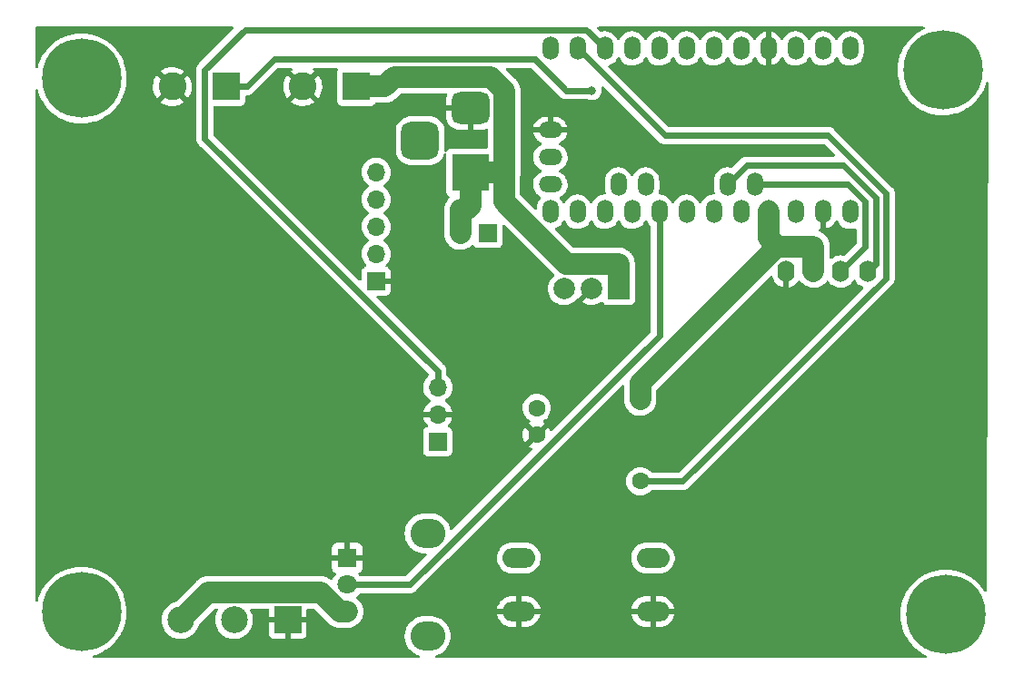
<source format=gbr>
%TF.GenerationSoftware,KiCad,Pcbnew,6.0.11-2627ca5db0~126~ubuntu20.04.1*%
%TF.CreationDate,2023-11-27T13:15:07+01:00*%
%TF.ProjectId,ironReflow,69726f6e-5265-4666-9c6f-772e6b696361,1.0*%
%TF.SameCoordinates,Original*%
%TF.FileFunction,Copper,L2,Bot*%
%TF.FilePolarity,Positive*%
%FSLAX46Y46*%
G04 Gerber Fmt 4.6, Leading zero omitted, Abs format (unit mm)*
G04 Created by KiCad (PCBNEW 6.0.11-2627ca5db0~126~ubuntu20.04.1) date 2023-11-27 13:15:07*
%MOMM*%
%LPD*%
G01*
G04 APERTURE LIST*
G04 Aperture macros list*
%AMRoundRect*
0 Rectangle with rounded corners*
0 $1 Rounding radius*
0 $2 $3 $4 $5 $6 $7 $8 $9 X,Y pos of 4 corners*
0 Add a 4 corners polygon primitive as box body*
4,1,4,$2,$3,$4,$5,$6,$7,$8,$9,$2,$3,0*
0 Add four circle primitives for the rounded corners*
1,1,$1+$1,$2,$3*
1,1,$1+$1,$4,$5*
1,1,$1+$1,$6,$7*
1,1,$1+$1,$8,$9*
0 Add four rect primitives between the rounded corners*
20,1,$1+$1,$2,$3,$4,$5,0*
20,1,$1+$1,$4,$5,$6,$7,0*
20,1,$1+$1,$6,$7,$8,$9,0*
20,1,$1+$1,$8,$9,$2,$3,0*%
G04 Aperture macros list end*
%TA.AperFunction,ComponentPad*%
%ADD10O,3.048000X1.850000*%
%TD*%
%TA.AperFunction,ComponentPad*%
%ADD11R,2.600000X2.600000*%
%TD*%
%TA.AperFunction,ComponentPad*%
%ADD12C,2.600000*%
%TD*%
%TA.AperFunction,ComponentPad*%
%ADD13C,2.500000*%
%TD*%
%TA.AperFunction,ComponentPad*%
%ADD14R,2.500000X2.500000*%
%TD*%
%TA.AperFunction,ComponentPad*%
%ADD15R,1.700000X1.700000*%
%TD*%
%TA.AperFunction,ComponentPad*%
%ADD16O,1.700000X1.700000*%
%TD*%
%TA.AperFunction,ConnectorPad*%
%ADD17C,7.400000*%
%TD*%
%TA.AperFunction,ComponentPad*%
%ADD18C,4.100000*%
%TD*%
%TA.AperFunction,ComponentPad*%
%ADD19O,1.600000X1.600000*%
%TD*%
%TA.AperFunction,ComponentPad*%
%ADD20C,1.600000*%
%TD*%
%TA.AperFunction,ComponentPad*%
%ADD21O,1.600000X2.000000*%
%TD*%
%TA.AperFunction,ComponentPad*%
%ADD22R,3.500000X3.500000*%
%TD*%
%TA.AperFunction,ComponentPad*%
%ADD23RoundRect,0.750000X-1.000000X0.750000X-1.000000X-0.750000X1.000000X-0.750000X1.000000X0.750000X0*%
%TD*%
%TA.AperFunction,ComponentPad*%
%ADD24RoundRect,0.875000X-0.875000X0.875000X-0.875000X-0.875000X0.875000X-0.875000X0.875000X0.875000X0*%
%TD*%
%TA.AperFunction,ComponentPad*%
%ADD25O,1.501140X2.199640*%
%TD*%
%TA.AperFunction,ComponentPad*%
%ADD26O,2.199640X1.501140*%
%TD*%
%TA.AperFunction,ComponentPad*%
%ADD27O,3.240000X2.720000*%
%TD*%
%TA.AperFunction,ComponentPad*%
%ADD28R,1.800000X1.800000*%
%TD*%
%TA.AperFunction,ComponentPad*%
%ADD29C,1.800000*%
%TD*%
%TA.AperFunction,ComponentPad*%
%ADD30R,2.000000X2.000000*%
%TD*%
%TA.AperFunction,ComponentPad*%
%ADD31C,2.000000*%
%TD*%
%TA.AperFunction,ViaPad*%
%ADD32C,0.800000*%
%TD*%
%TA.AperFunction,Conductor*%
%ADD33C,0.600000*%
%TD*%
%TA.AperFunction,Conductor*%
%ADD34C,2.000000*%
%TD*%
G04 APERTURE END LIST*
D10*
%TO.P,SW1,2,2*%
%TO.N,GND*%
X145652000Y-155154000D03*
X158152000Y-155154000D03*
%TO.P,SW1,1,1*%
%TO.N,Net-(IC1-Pad11)*%
X158152000Y-150154000D03*
X145652000Y-150154000D03*
%TD*%
D11*
%TO.P,J1,1,Pin_1*%
%TO.N,+12V*%
X130516000Y-106164000D03*
D12*
%TO.P,J1,2,Pin_2*%
%TO.N,GND*%
X125516000Y-106164000D03*
%TD*%
D13*
%TO.P,J7,3*%
%TO.N,+5V*%
X114126000Y-155956000D03*
%TO.P,J7,2*%
%TO.N,Net-(IC1-Pad17)*%
X119126000Y-155956000D03*
D14*
%TO.P,J7,1*%
%TO.N,GND*%
X124126000Y-155956000D03*
%TD*%
D15*
%TO.P,J6,1*%
%TO.N,+5V*%
X138102000Y-139302000D03*
D16*
%TO.P,J6,2*%
%TO.N,GND*%
X138102000Y-136762000D03*
%TO.P,J6,3*%
%TO.N,Net-(IC1-Pad10)*%
X138102000Y-134222000D03*
%TD*%
D15*
%TO.P,J5,1*%
%TO.N,GND*%
X132354000Y-124329000D03*
D16*
%TO.P,J5,2*%
%TO.N,+5V*%
X132354000Y-121789000D03*
%TO.P,J5,3*%
%TO.N,Net-(IC1-Pad8)*%
X132354000Y-119249000D03*
%TO.P,J5,4*%
%TO.N,Net-(IC1-Pad7)*%
X132354000Y-116709000D03*
%TO.P,J5,5*%
%TO.N,Net-(IC1-Pad9)*%
X132354000Y-114169000D03*
%TD*%
D12*
%TO.P,J4,2,Pin_2*%
%TO.N,GND*%
X113364000Y-106172000D03*
D11*
%TO.P,J4,1,Pin_1*%
%TO.N,Net-(IC1-Pad6)*%
X118364000Y-106172000D03*
%TD*%
D15*
%TO.P,J3,1,Pin_1*%
%TO.N,+5V*%
X142753000Y-119888000D03*
D16*
%TO.P,J3,2,Pin_2*%
%TO.N,+12V*%
X140213000Y-119888000D03*
%TD*%
D17*
%TO.P,H4,1*%
%TO.N,N/C*%
X104902000Y-155194000D03*
D18*
X104902000Y-155194000D03*
%TD*%
%TO.P,H3,1*%
%TO.N,N/C*%
X185420000Y-155448000D03*
D17*
X185420000Y-155448000D03*
%TD*%
%TO.P,H2,1*%
%TO.N,N/C*%
X185166000Y-104648000D03*
D18*
X185166000Y-104648000D03*
%TD*%
D17*
%TO.P,H1,1*%
%TO.N,N/C*%
X104902000Y-105410000D03*
D18*
X104902000Y-105410000D03*
%TD*%
D19*
%TO.P,R1,2*%
%TO.N,+5V*%
X156972000Y-135382000D03*
D20*
%TO.P,R1,1*%
%TO.N,Net-(IC1-Pad11)*%
X156972000Y-143002000D03*
%TD*%
%TO.P,C1,1*%
%TO.N,+5V*%
X147320000Y-136164000D03*
%TO.P,C1,2*%
%TO.N,GND*%
X147320000Y-138664000D03*
%TD*%
D21*
%TO.P,Oled 128x64 I2C,4,SDA*%
%TO.N,Net-(Brd1-Pad4)*%
X178198000Y-123432000D03*
%TO.P,Oled 128x64 I2C,3,SCL*%
%TO.N,Net-(Brd1-Pad3)*%
X175658000Y-123432000D03*
%TO.P,Oled 128x64 I2C,2,VCC*%
%TO.N,+5V*%
X173118000Y-123432000D03*
%TO.P,Oled 128x64 I2C,1,GND*%
%TO.N,GND*%
X170578000Y-123432000D03*
%TD*%
D22*
%TO.P,J2,1,In*%
%TO.N,+12V*%
X141165500Y-114204000D03*
D23*
%TO.P,J2,2,Ext*%
%TO.N,GND*%
X141165500Y-108204000D03*
D24*
%TO.P,J2,3*%
%TO.N,N/C*%
X136465500Y-111204000D03*
%TD*%
D25*
%TO.P,Arduino ProMini,1,(PCINT17/TXD)PD1/1*%
%TO.N,unconnected-(IC1-Pad1)*%
X176530000Y-102616000D03*
%TO.P,Arduino ProMini,2,(PCINT16/RXD)PD0/0*%
%TO.N,unconnected-(IC1-Pad2)*%
X173990000Y-102616000D03*
%TO.P,Arduino ProMini,3,(PCINT14/~{RESET})PC6*%
%TO.N,unconnected-(IC1-Pad3)*%
X171450000Y-102616000D03*
%TO.P,Arduino ProMini,4,GND*%
%TO.N,GND*%
X168910000Y-102616000D03*
%TO.P,Arduino ProMini,5,(PCINT18/INT0)PD2/2*%
%TO.N,unconnected-(IC1-Pad5)*%
X166370000Y-102616000D03*
%TO.P,Arduino ProMini,6,(PCINT19/OC2B/INT1/PWM)PD3/3*%
%TO.N,Net-(IC1-Pad6)*%
X163830000Y-102616000D03*
%TO.P,Arduino ProMini,7,(PCINT20/XCK/T0)PD4/4*%
%TO.N,Net-(IC1-Pad7)*%
X161290000Y-102616000D03*
%TO.P,Arduino ProMini,8,(PCINT21/OC0B/T1/PWM)PD5/5*%
%TO.N,Net-(IC1-Pad8)*%
X158750000Y-102616000D03*
%TO.P,Arduino ProMini,9,(PCINT22/OC0A/AIN0/PWM)PD6/6*%
%TO.N,Net-(IC1-Pad9)*%
X156210000Y-102616000D03*
%TO.P,Arduino ProMini,10,(PCINT23/AIN1)PD7/7*%
%TO.N,Net-(IC1-Pad10)*%
X153670000Y-102616000D03*
%TO.P,Arduino ProMini,11,(PCINT0/CLKO/ICP1)PB0/8*%
%TO.N,Net-(IC1-Pad11)*%
X151130000Y-102616000D03*
%TO.P,Arduino ProMini,12,(PCINT1/OC1A/PWM)PB1/9*%
%TO.N,unconnected-(IC1-Pad12)*%
X148590000Y-102616000D03*
%TO.P,Arduino ProMini,13,(PCINT2/OC1B/~{SS}/PWM)PB2/10*%
%TO.N,unconnected-(IC1-Pad13)*%
X148590000Y-117856000D03*
%TO.P,Arduino ProMini,14,(PCINT3/OC2A/MOSI/PWM)PB3/11*%
%TO.N,unconnected-(IC1-Pad14)*%
X151130000Y-117856000D03*
%TO.P,Arduino ProMini,15,(PCINT4/MISO)PB4/12*%
%TO.N,unconnected-(IC1-Pad15)*%
X153670000Y-117856000D03*
%TO.P,Arduino ProMini,16,(PCINT5/SCK)PB5/13*%
%TO.N,unconnected-(IC1-Pad16)*%
X156210000Y-117856000D03*
%TO.P,Arduino ProMini,17,(PCINT8/ADC0)PC0/14/A0*%
%TO.N,Net-(IC1-Pad17)*%
X158750000Y-117856000D03*
%TO.P,Arduino ProMini,18,(PCINT9/ADC1)PC1/15/A1*%
%TO.N,unconnected-(IC1-Pad18)*%
X161290000Y-117856000D03*
%TO.P,Arduino ProMini,19,(PCINT10/ADC2)PC2/16/A2*%
%TO.N,unconnected-(IC1-Pad19)*%
X163830000Y-117856000D03*
%TO.P,Arduino ProMini,20,(PCINT11/ADC3)PC3/17/A3*%
%TO.N,unconnected-(IC1-Pad20)*%
X166370000Y-117856000D03*
%TO.P,Arduino ProMini,21,VCC*%
%TO.N,+5V*%
X168910000Y-117856000D03*
%TO.P,Arduino ProMini,22,(PCINT14/~{RESET})PC6*%
%TO.N,unconnected-(IC1-Pad22)*%
X171450000Y-117856000D03*
%TO.P,Arduino ProMini,23,GND*%
%TO.N,GND*%
X173990000Y-117856000D03*
%TO.P,Arduino ProMini,24,RAW*%
%TO.N,unconnected-(IC1-Pad24)*%
X176530000Y-117856000D03*
%TO.P,Arduino ProMini,25,(PCINT12/SDA/ADC4)PC4/18/A4*%
%TO.N,Net-(Brd1-Pad4)*%
X165100000Y-115316000D03*
%TO.P,Arduino ProMini,26,(PCINT13/SCL/ADC5)PC5/19/A5*%
%TO.N,Net-(Brd1-Pad3)*%
X167640000Y-115316000D03*
D26*
%TO.P,Arduino ProMini,27,ADC6/A6*%
%TO.N,unconnected-(IC1-Pad27)*%
X148590000Y-115316000D03*
D25*
X154940000Y-115316000D03*
%TO.P,Arduino ProMini,28,ADC7/A7*%
%TO.N,unconnected-(IC1-Pad28)*%
X157480000Y-115316000D03*
D26*
X148590000Y-112776000D03*
%TO.P,Arduino ProMini,29,GND*%
%TO.N,GND*%
X148590000Y-110236000D03*
%TD*%
D27*
%TO.P,Pot1,*%
%TO.N,*%
X137157000Y-147854000D03*
X137157000Y-157454000D03*
D28*
%TO.P,Pot1,1,1*%
%TO.N,GND*%
X129657000Y-150154000D03*
D29*
%TO.P,Pot1,2,2*%
%TO.N,Net-(IC1-Pad17)*%
X129657000Y-152654000D03*
%TO.P,Pot1,3,3*%
%TO.N,+5V*%
X129657000Y-155154000D03*
%TD*%
D30*
%TO.P,U1,1,Vin+*%
%TO.N,+12V*%
X154950000Y-125050000D03*
D31*
%TO.P,U1,2,GND*%
%TO.N,GND*%
X152410000Y-125050000D03*
%TO.P,U1,3,Vo+*%
%TO.N,+5V*%
X149870000Y-125050000D03*
%TD*%
D32*
%TO.N,Net-(IC1-Pad6)*%
X152467100Y-106525300D03*
%TD*%
D33*
%TO.N,Net-(IC1-Pad6)*%
X122871400Y-103614900D02*
X120314300Y-106172000D01*
X147146800Y-103614900D02*
X122871400Y-103614900D01*
X150057200Y-106525300D02*
X147146800Y-103614900D01*
X152467100Y-106525300D02*
X150057200Y-106525300D01*
X118364000Y-106172000D02*
X120314300Y-106172000D01*
D34*
%TO.N,+12V*%
X154950000Y-125050000D02*
X154950000Y-122699700D01*
X130516000Y-106164000D02*
X133166300Y-106164000D01*
X144265800Y-116915400D02*
X144265800Y-114204000D01*
X150050100Y-122699700D02*
X144265800Y-116915400D01*
X154950000Y-122699700D02*
X150050100Y-122699700D01*
X134022800Y-105307500D02*
X133166300Y-106164000D01*
X143034100Y-105307500D02*
X134022800Y-105307500D01*
X144310500Y-106583900D02*
X143034100Y-105307500D01*
X144310500Y-114159300D02*
X144310500Y-106583900D01*
X144265800Y-114204000D02*
X144310500Y-114159300D01*
X141371700Y-114204000D02*
X144265800Y-114204000D01*
X141371700Y-114204000D02*
X141165500Y-114204000D01*
X140782100Y-117687700D02*
X140213000Y-117687700D01*
X141165500Y-117304300D02*
X140782100Y-117687700D01*
X141165500Y-114204000D02*
X141165500Y-117304300D01*
X140213000Y-119888000D02*
X140213000Y-117687700D01*
D33*
%TO.N,Net-(IC1-Pad17)*%
X158750000Y-129391400D02*
X158750000Y-117856000D01*
X135487400Y-152654000D02*
X158750000Y-129391400D01*
X129657000Y-152654000D02*
X135487400Y-152654000D01*
%TO.N,Net-(IC1-Pad11)*%
X160937600Y-143002000D02*
X156972000Y-143002000D01*
X179884900Y-124054700D02*
X160937600Y-143002000D01*
X179884900Y-116141200D02*
X179884900Y-124054700D01*
X174476700Y-110733000D02*
X179884900Y-116141200D01*
X159247000Y-110733000D02*
X174476700Y-110733000D01*
X151130000Y-102616000D02*
X159247000Y-110733000D01*
%TO.N,Net-(IC1-Pad10)*%
X116401900Y-111021600D02*
X138102000Y-132721700D01*
X116401900Y-104598400D02*
X116401900Y-111021600D01*
X120141100Y-100859200D02*
X116401900Y-104598400D01*
X151913200Y-100859200D02*
X120141100Y-100859200D01*
X153670000Y-102616000D02*
X151913200Y-100859200D01*
X138102000Y-134222000D02*
X138102000Y-132721700D01*
%TO.N,Net-(Brd1-Pad4)*%
X178923400Y-122706600D02*
X178198000Y-123432000D01*
X178923400Y-116531300D02*
X178923400Y-122706600D01*
X175905200Y-113513100D02*
X178923400Y-116531300D01*
X166902900Y-113513100D02*
X175905200Y-113513100D01*
X165100000Y-115316000D02*
X166902900Y-113513100D01*
%TO.N,Net-(Brd1-Pad3)*%
X177939500Y-121150500D02*
X175658000Y-123432000D01*
X177939500Y-116929800D02*
X177939500Y-121150500D01*
X176325700Y-115316000D02*
X177939500Y-116929800D01*
X167640000Y-115316000D02*
X176325700Y-115316000D01*
D34*
%TO.N,+5V*%
X116726400Y-153355600D02*
X114126000Y-155956000D01*
X127165800Y-153355600D02*
X116726400Y-153355600D01*
X128964200Y-155154000D02*
X127165800Y-153355600D01*
X129657000Y-155154000D02*
X128964200Y-155154000D01*
X173118000Y-123432000D02*
X173118000Y-121081700D01*
X168910000Y-117856000D02*
X168910000Y-120306200D01*
X156972000Y-133795200D02*
X169685500Y-121081700D01*
X156972000Y-135382000D02*
X156972000Y-133795200D01*
X173118000Y-121081700D02*
X169685500Y-121081700D01*
X169685500Y-121081700D02*
X168910000Y-120306200D01*
%TD*%
%TA.AperFunction,Conductor*%
%TO.N,GND*%
G36*
X119036840Y-100604002D02*
G01*
X119083333Y-100657658D01*
X119093437Y-100727932D01*
X119063943Y-100792512D01*
X119057815Y-100799094D01*
X117418020Y-102438888D01*
X115836742Y-104020166D01*
X115835805Y-104021094D01*
X115780451Y-104075301D01*
X115771393Y-104084171D01*
X115747902Y-104120621D01*
X115740483Y-104130946D01*
X115713424Y-104164843D01*
X115710359Y-104171184D01*
X115710358Y-104171185D01*
X115698828Y-104195037D01*
X115691299Y-104208454D01*
X115673135Y-104236638D01*
X115670727Y-104243255D01*
X115670724Y-104243260D01*
X115658308Y-104277373D01*
X115653347Y-104289116D01*
X115637546Y-104321803D01*
X115637544Y-104321808D01*
X115634479Y-104328149D01*
X115632896Y-104335007D01*
X115632895Y-104335009D01*
X115626935Y-104360826D01*
X115622568Y-104375569D01*
X115611097Y-104407085D01*
X115610214Y-104414075D01*
X115610212Y-104414083D01*
X115605662Y-104450101D01*
X115603426Y-104462653D01*
X115597222Y-104489528D01*
X115593676Y-104504885D01*
X115593651Y-104511931D01*
X115593651Y-104511934D01*
X115593534Y-104545456D01*
X115593505Y-104546338D01*
X115593400Y-104547169D01*
X115593400Y-104583819D01*
X115593399Y-104584259D01*
X115593177Y-104648000D01*
X115593043Y-104686270D01*
X115593311Y-104687470D01*
X115593400Y-104689107D01*
X115593400Y-111012386D01*
X115593393Y-111013706D01*
X115592449Y-111103821D01*
X115601611Y-111146197D01*
X115603669Y-111158763D01*
X115608503Y-111201855D01*
X115610819Y-111208506D01*
X115610820Y-111208510D01*
X115619533Y-111233530D01*
X115623696Y-111248342D01*
X115630781Y-111281110D01*
X115649108Y-111320413D01*
X115653890Y-111332189D01*
X115668155Y-111373152D01*
X115671889Y-111379127D01*
X115671890Y-111379130D01*
X115685927Y-111401595D01*
X115693266Y-111415112D01*
X115704459Y-111439114D01*
X115707438Y-111445502D01*
X115711755Y-111451067D01*
X115711756Y-111451069D01*
X115734006Y-111479753D01*
X115741302Y-111490212D01*
X115757997Y-111516930D01*
X115764274Y-111526976D01*
X115769234Y-111531971D01*
X115769235Y-111531972D01*
X115792876Y-111555779D01*
X115793461Y-111556404D01*
X115793978Y-111557070D01*
X115819968Y-111583060D01*
X115892085Y-111655682D01*
X115893122Y-111656340D01*
X115894351Y-111657443D01*
X137232843Y-132995934D01*
X137266869Y-133058246D01*
X137261804Y-133129061D01*
X137219400Y-133185790D01*
X137201103Y-133199527D01*
X137201095Y-133199534D01*
X137196965Y-133202635D01*
X137042629Y-133364138D01*
X136916743Y-133548680D01*
X136822688Y-133751305D01*
X136762989Y-133966570D01*
X136739251Y-134188695D01*
X136739548Y-134193848D01*
X136739548Y-134193851D01*
X136751812Y-134406547D01*
X136752110Y-134411715D01*
X136753247Y-134416761D01*
X136753248Y-134416767D01*
X136753986Y-134420041D01*
X136801222Y-134629639D01*
X136885266Y-134836616D01*
X137001987Y-135027088D01*
X137148250Y-135195938D01*
X137320126Y-135338632D01*
X137393955Y-135381774D01*
X137442679Y-135433412D01*
X137455750Y-135503195D01*
X137429019Y-135568967D01*
X137388562Y-135602327D01*
X137380457Y-135606546D01*
X137371738Y-135612036D01*
X137201433Y-135739905D01*
X137193726Y-135746748D01*
X137046590Y-135900717D01*
X137040104Y-135908727D01*
X136920098Y-136084649D01*
X136915000Y-136093623D01*
X136825338Y-136286783D01*
X136821775Y-136296470D01*
X136766389Y-136496183D01*
X136767912Y-136504607D01*
X136780292Y-136508000D01*
X139420344Y-136508000D01*
X139433875Y-136504027D01*
X139435180Y-136494947D01*
X139393214Y-136327875D01*
X139389894Y-136318124D01*
X139322880Y-136164000D01*
X146006502Y-136164000D01*
X146026457Y-136392087D01*
X146027881Y-136397400D01*
X146027881Y-136397402D01*
X146071840Y-136561456D01*
X146085716Y-136613243D01*
X146088039Y-136618224D01*
X146088039Y-136618225D01*
X146180151Y-136815762D01*
X146180154Y-136815767D01*
X146182477Y-136820749D01*
X146313802Y-137008300D01*
X146475700Y-137170198D01*
X146480208Y-137173355D01*
X146480211Y-137173357D01*
X146583876Y-137245944D01*
X146663251Y-137301523D01*
X146668235Y-137303847D01*
X146670528Y-137305171D01*
X146719521Y-137356553D01*
X146732957Y-137426267D01*
X146706571Y-137492178D01*
X146670528Y-137523409D01*
X146658998Y-137530066D01*
X146606952Y-137566509D01*
X146598576Y-137576988D01*
X146605644Y-137590434D01*
X147307188Y-138291978D01*
X147321132Y-138299592D01*
X147322965Y-138299461D01*
X147329580Y-138295210D01*
X148035077Y-137589713D01*
X148041507Y-137577938D01*
X148032211Y-137565923D01*
X147981002Y-137530066D01*
X147969472Y-137523409D01*
X147920479Y-137472027D01*
X147907042Y-137402313D01*
X147933429Y-137336402D01*
X147969472Y-137305171D01*
X147971765Y-137303847D01*
X147976749Y-137301523D01*
X148056124Y-137245944D01*
X148159789Y-137173357D01*
X148159792Y-137173355D01*
X148164300Y-137170198D01*
X148326198Y-137008300D01*
X148457523Y-136820749D01*
X148459846Y-136815767D01*
X148459849Y-136815762D01*
X148551961Y-136618225D01*
X148551961Y-136618224D01*
X148554284Y-136613243D01*
X148568161Y-136561456D01*
X148612119Y-136397402D01*
X148612119Y-136397400D01*
X148613543Y-136392087D01*
X148633498Y-136164000D01*
X148613543Y-135935913D01*
X148611090Y-135926757D01*
X148555707Y-135720067D01*
X148555706Y-135720065D01*
X148554284Y-135714757D01*
X148514865Y-135630222D01*
X148459849Y-135512238D01*
X148459846Y-135512233D01*
X148457523Y-135507251D01*
X148341282Y-135341242D01*
X148329357Y-135324211D01*
X148329355Y-135324208D01*
X148326198Y-135319700D01*
X148164300Y-135157802D01*
X148159792Y-135154645D01*
X148159789Y-135154643D01*
X147983194Y-135030990D01*
X147976749Y-135026477D01*
X147971767Y-135024154D01*
X147971762Y-135024151D01*
X147774225Y-134932039D01*
X147774224Y-134932039D01*
X147769243Y-134929716D01*
X147763935Y-134928294D01*
X147763933Y-134928293D01*
X147553402Y-134871881D01*
X147553400Y-134871881D01*
X147548087Y-134870457D01*
X147320000Y-134850502D01*
X147091913Y-134870457D01*
X147086600Y-134871881D01*
X147086598Y-134871881D01*
X146876067Y-134928293D01*
X146876065Y-134928294D01*
X146870757Y-134929716D01*
X146865776Y-134932039D01*
X146865775Y-134932039D01*
X146668238Y-135024151D01*
X146668233Y-135024154D01*
X146663251Y-135026477D01*
X146656806Y-135030990D01*
X146480211Y-135154643D01*
X146480208Y-135154645D01*
X146475700Y-135157802D01*
X146313802Y-135319700D01*
X146310645Y-135324208D01*
X146310643Y-135324211D01*
X146298718Y-135341242D01*
X146182477Y-135507251D01*
X146180154Y-135512233D01*
X146180151Y-135512238D01*
X146125135Y-135630222D01*
X146085716Y-135714757D01*
X146084294Y-135720065D01*
X146084293Y-135720067D01*
X146028910Y-135926757D01*
X146026457Y-135935913D01*
X146006502Y-136164000D01*
X139322880Y-136164000D01*
X139304972Y-136122814D01*
X139300105Y-136113739D01*
X139184426Y-135934926D01*
X139178136Y-135926757D01*
X139034806Y-135769240D01*
X139027273Y-135762215D01*
X138860139Y-135630222D01*
X138851556Y-135624520D01*
X138814602Y-135604120D01*
X138764631Y-135553687D01*
X138749859Y-135484245D01*
X138774975Y-135417839D01*
X138802327Y-135391232D01*
X138825797Y-135374491D01*
X138981860Y-135263173D01*
X139140096Y-135105489D01*
X139199594Y-135022689D01*
X139267435Y-134928277D01*
X139270453Y-134924077D01*
X139296954Y-134870457D01*
X139367136Y-134728453D01*
X139367137Y-134728451D01*
X139369430Y-134723811D01*
X139434370Y-134510069D01*
X139463529Y-134288590D01*
X139465156Y-134222000D01*
X139446852Y-133999361D01*
X139392431Y-133782702D01*
X139303354Y-133577840D01*
X139182014Y-133390277D01*
X139031670Y-133225051D01*
X139027625Y-133221857D01*
X139027616Y-133221848D01*
X138958408Y-133167191D01*
X138917345Y-133109274D01*
X138910500Y-133068309D01*
X138910500Y-132730914D01*
X138910507Y-132729594D01*
X138911377Y-132646526D01*
X138911451Y-132639479D01*
X138902289Y-132597103D01*
X138900230Y-132584532D01*
X138896182Y-132548444D01*
X138895397Y-132541445D01*
X138884367Y-132509770D01*
X138880204Y-132494958D01*
X138874609Y-132469081D01*
X138873119Y-132462190D01*
X138854792Y-132422887D01*
X138850010Y-132411111D01*
X138835745Y-132370148D01*
X138832010Y-132364170D01*
X138817973Y-132341705D01*
X138810634Y-132328188D01*
X138799441Y-132304186D01*
X138799440Y-132304185D01*
X138796462Y-132297798D01*
X138769894Y-132263547D01*
X138762598Y-132253088D01*
X138743358Y-132222296D01*
X138743356Y-132222293D01*
X138739626Y-132216324D01*
X138711024Y-132187521D01*
X138710439Y-132186896D01*
X138709922Y-132186230D01*
X138683932Y-132160240D01*
X138611815Y-132087618D01*
X138610778Y-132086960D01*
X138609549Y-132085857D01*
X132425787Y-125902095D01*
X132391761Y-125839783D01*
X132396826Y-125768968D01*
X132439373Y-125712132D01*
X132505893Y-125687321D01*
X132514882Y-125687000D01*
X133248669Y-125686999D01*
X133255490Y-125686629D01*
X133306352Y-125681105D01*
X133321604Y-125677479D01*
X133442054Y-125632324D01*
X133457649Y-125623786D01*
X133559724Y-125547285D01*
X133572285Y-125534724D01*
X133648786Y-125432649D01*
X133657324Y-125417054D01*
X133702478Y-125296606D01*
X133706105Y-125281351D01*
X133711631Y-125230486D01*
X133712000Y-125223672D01*
X133712000Y-124601115D01*
X133707525Y-124585876D01*
X133706135Y-124584671D01*
X133698452Y-124583000D01*
X132226000Y-124583000D01*
X132157879Y-124562998D01*
X132111386Y-124509342D01*
X132100000Y-124457000D01*
X132100000Y-124201000D01*
X132120002Y-124132879D01*
X132173658Y-124086386D01*
X132226000Y-124075000D01*
X133693884Y-124075000D01*
X133709123Y-124070525D01*
X133710328Y-124069135D01*
X133711999Y-124061452D01*
X133711999Y-123434331D01*
X133711629Y-123427510D01*
X133706105Y-123376648D01*
X133702479Y-123361396D01*
X133657324Y-123240946D01*
X133648786Y-123225351D01*
X133572285Y-123123276D01*
X133559724Y-123110715D01*
X133457649Y-123034214D01*
X133442054Y-123025676D01*
X133331813Y-122984348D01*
X133275049Y-122941706D01*
X133250349Y-122875145D01*
X133265557Y-122805796D01*
X133287104Y-122777115D01*
X133388430Y-122676144D01*
X133388440Y-122676132D01*
X133392096Y-122672489D01*
X133451594Y-122589689D01*
X133519435Y-122495277D01*
X133522453Y-122491077D01*
X133562143Y-122410771D01*
X133619136Y-122295453D01*
X133619137Y-122295451D01*
X133621430Y-122290811D01*
X133681788Y-122092151D01*
X133684865Y-122082023D01*
X133684865Y-122082021D01*
X133686370Y-122077069D01*
X133715529Y-121855590D01*
X133717156Y-121789000D01*
X133698852Y-121566361D01*
X133644431Y-121349702D01*
X133555354Y-121144840D01*
X133488130Y-121040928D01*
X133436822Y-120961617D01*
X133436820Y-120961614D01*
X133434014Y-120957277D01*
X133283670Y-120792051D01*
X133279619Y-120788852D01*
X133279615Y-120788848D01*
X133112414Y-120656800D01*
X133112410Y-120656798D01*
X133108359Y-120653598D01*
X133067053Y-120630796D01*
X133017084Y-120580364D01*
X133002312Y-120510921D01*
X133027428Y-120444516D01*
X133054780Y-120417909D01*
X133107436Y-120380350D01*
X133233860Y-120290173D01*
X133392096Y-120132489D01*
X133451594Y-120049689D01*
X133519435Y-119955277D01*
X133522453Y-119951077D01*
X133576277Y-119842173D01*
X133619136Y-119755453D01*
X133619137Y-119755451D01*
X133621430Y-119750811D01*
X133686370Y-119537069D01*
X133715529Y-119315590D01*
X133716579Y-119272615D01*
X133717074Y-119252365D01*
X133717074Y-119252361D01*
X133717156Y-119249000D01*
X133698852Y-119026361D01*
X133644431Y-118809702D01*
X133555354Y-118604840D01*
X133506407Y-118529179D01*
X133436822Y-118421617D01*
X133436820Y-118421614D01*
X133434014Y-118417277D01*
X133283670Y-118252051D01*
X133279619Y-118248852D01*
X133279615Y-118248848D01*
X133112414Y-118116800D01*
X133112410Y-118116798D01*
X133108359Y-118113598D01*
X133067053Y-118090796D01*
X133017084Y-118040364D01*
X133002312Y-117970921D01*
X133027428Y-117904516D01*
X133054780Y-117877909D01*
X133122326Y-117829729D01*
X133233860Y-117750173D01*
X133248622Y-117735463D01*
X133381296Y-117603251D01*
X133392096Y-117592489D01*
X133446674Y-117516536D01*
X133519435Y-117415277D01*
X133522453Y-117411077D01*
X133525457Y-117405000D01*
X133619136Y-117215453D01*
X133619137Y-117215451D01*
X133621430Y-117210811D01*
X133686370Y-116997069D01*
X133715529Y-116775590D01*
X133715638Y-116771138D01*
X133717074Y-116712365D01*
X133717074Y-116712361D01*
X133717156Y-116709000D01*
X133698852Y-116486361D01*
X133644431Y-116269702D01*
X133555354Y-116064840D01*
X133462945Y-115921997D01*
X133436822Y-115881617D01*
X133436820Y-115881614D01*
X133434014Y-115877277D01*
X133283670Y-115712051D01*
X133279619Y-115708852D01*
X133279615Y-115708848D01*
X133112414Y-115576800D01*
X133112410Y-115576798D01*
X133108359Y-115573598D01*
X133067053Y-115550796D01*
X133017084Y-115500364D01*
X133002312Y-115430921D01*
X133027428Y-115364516D01*
X133054780Y-115337909D01*
X133098603Y-115306650D01*
X133233860Y-115210173D01*
X133243746Y-115200322D01*
X133388435Y-115056137D01*
X133392096Y-115052489D01*
X133451594Y-114969689D01*
X133519435Y-114875277D01*
X133522453Y-114871077D01*
X133541092Y-114833365D01*
X133619136Y-114675453D01*
X133619137Y-114675451D01*
X133621430Y-114670811D01*
X133667117Y-114520439D01*
X133684865Y-114462023D01*
X133684865Y-114462021D01*
X133686370Y-114457069D01*
X133715529Y-114235590D01*
X133716223Y-114207190D01*
X133717074Y-114172365D01*
X133717074Y-114172361D01*
X133717156Y-114169000D01*
X133698852Y-113946361D01*
X133644431Y-113729702D01*
X133555354Y-113524840D01*
X133464896Y-113385013D01*
X133436822Y-113341617D01*
X133436820Y-113341614D01*
X133434014Y-113337277D01*
X133283670Y-113172051D01*
X133279619Y-113168852D01*
X133279615Y-113168848D01*
X133112414Y-113036800D01*
X133112410Y-113036798D01*
X133108359Y-113033598D01*
X132912789Y-112925638D01*
X132907920Y-112923914D01*
X132907916Y-112923912D01*
X132707087Y-112852795D01*
X132707083Y-112852794D01*
X132702212Y-112851069D01*
X132697119Y-112850162D01*
X132697116Y-112850161D01*
X132487373Y-112812800D01*
X132487367Y-112812799D01*
X132482284Y-112811894D01*
X132408452Y-112810992D01*
X132264081Y-112809228D01*
X132264079Y-112809228D01*
X132258911Y-112809165D01*
X132038091Y-112842955D01*
X131825756Y-112912357D01*
X131627607Y-113015507D01*
X131623474Y-113018610D01*
X131623471Y-113018612D01*
X131453100Y-113146530D01*
X131448965Y-113149635D01*
X131294629Y-113311138D01*
X131168743Y-113495680D01*
X131074688Y-113698305D01*
X131014989Y-113913570D01*
X130991251Y-114135695D01*
X130991548Y-114140848D01*
X130991548Y-114140851D01*
X131001802Y-114318688D01*
X131004110Y-114358715D01*
X131005247Y-114363761D01*
X131005248Y-114363767D01*
X131025084Y-114451782D01*
X131053222Y-114576639D01*
X131137266Y-114783616D01*
X131167752Y-114833365D01*
X131216421Y-114912785D01*
X131253987Y-114974088D01*
X131400250Y-115142938D01*
X131476846Y-115206529D01*
X131567630Y-115281899D01*
X131572126Y-115285632D01*
X131642595Y-115326811D01*
X131645445Y-115328476D01*
X131694169Y-115380114D01*
X131707240Y-115449897D01*
X131680509Y-115515669D01*
X131640055Y-115549027D01*
X131627607Y-115555507D01*
X131623474Y-115558610D01*
X131623471Y-115558612D01*
X131464456Y-115678004D01*
X131448965Y-115689635D01*
X131445393Y-115693373D01*
X131329094Y-115815073D01*
X131294629Y-115851138D01*
X131168743Y-116035680D01*
X131154657Y-116066026D01*
X131081574Y-116223471D01*
X131074688Y-116238305D01*
X131014989Y-116453570D01*
X130991251Y-116675695D01*
X130991548Y-116680848D01*
X130991548Y-116680851D01*
X131001483Y-116853149D01*
X131004110Y-116898715D01*
X131005247Y-116903761D01*
X131005248Y-116903767D01*
X131029304Y-117010508D01*
X131053222Y-117116639D01*
X131109677Y-117255672D01*
X131132278Y-117311331D01*
X131137266Y-117323616D01*
X131179849Y-117393106D01*
X131244141Y-117498020D01*
X131253987Y-117514088D01*
X131400250Y-117682938D01*
X131572126Y-117825632D01*
X131584357Y-117832779D01*
X131645445Y-117868476D01*
X131694169Y-117920114D01*
X131707240Y-117989897D01*
X131680509Y-118055669D01*
X131640055Y-118089027D01*
X131627607Y-118095507D01*
X131623474Y-118098610D01*
X131623471Y-118098612D01*
X131453100Y-118226530D01*
X131448965Y-118229635D01*
X131294629Y-118391138D01*
X131168743Y-118575680D01*
X131153003Y-118609590D01*
X131108403Y-118705673D01*
X131074688Y-118778305D01*
X131014989Y-118993570D01*
X130991251Y-119215695D01*
X130991548Y-119220848D01*
X130991548Y-119220851D01*
X131002073Y-119403380D01*
X131004110Y-119438715D01*
X131005247Y-119443761D01*
X131005248Y-119443767D01*
X131013052Y-119478395D01*
X131053222Y-119656639D01*
X131137266Y-119863616D01*
X131253987Y-120054088D01*
X131400250Y-120222938D01*
X131572126Y-120365632D01*
X131590319Y-120376263D01*
X131645445Y-120408476D01*
X131694169Y-120460114D01*
X131707240Y-120529897D01*
X131680509Y-120595669D01*
X131640055Y-120629027D01*
X131627607Y-120635507D01*
X131623474Y-120638610D01*
X131623471Y-120638612D01*
X131453100Y-120766530D01*
X131448965Y-120769635D01*
X131294629Y-120931138D01*
X131291715Y-120935410D01*
X131291714Y-120935411D01*
X131263824Y-120976297D01*
X131168743Y-121115680D01*
X131131610Y-121195677D01*
X131079534Y-121307866D01*
X131074688Y-121318305D01*
X131014989Y-121533570D01*
X130991251Y-121755695D01*
X130991548Y-121760848D01*
X130991548Y-121760851D01*
X130997011Y-121855590D01*
X131004110Y-121978715D01*
X131005247Y-121983761D01*
X131005248Y-121983767D01*
X131025119Y-122071939D01*
X131053222Y-122196639D01*
X131137266Y-122403616D01*
X131139965Y-122408020D01*
X131227142Y-122550280D01*
X131253987Y-122594088D01*
X131400250Y-122762938D01*
X131404225Y-122766238D01*
X131404231Y-122766244D01*
X131409425Y-122770556D01*
X131449059Y-122829460D01*
X131450555Y-122900441D01*
X131413439Y-122960962D01*
X131373168Y-122985480D01*
X131265946Y-123025676D01*
X131250351Y-123034214D01*
X131148276Y-123110715D01*
X131135715Y-123123276D01*
X131059214Y-123225351D01*
X131050676Y-123240946D01*
X131005522Y-123361394D01*
X131001895Y-123376649D01*
X130996369Y-123427514D01*
X130996000Y-123434328D01*
X130996001Y-124168119D01*
X130975999Y-124236240D01*
X130922343Y-124282733D01*
X130852069Y-124292837D01*
X130787489Y-124263344D01*
X130780906Y-124257214D01*
X117247305Y-110723613D01*
X117213279Y-110661301D01*
X117210400Y-110634518D01*
X117210400Y-108106500D01*
X117230402Y-108038379D01*
X117284058Y-107991886D01*
X117336400Y-107980500D01*
X119712134Y-107980500D01*
X119774316Y-107973745D01*
X119910705Y-107922615D01*
X120027261Y-107835261D01*
X120114615Y-107718705D01*
X120155777Y-107608906D01*
X124435839Y-107608906D01*
X124444553Y-107620427D01*
X124551452Y-107698809D01*
X124559351Y-107703745D01*
X124788905Y-107824519D01*
X124797454Y-107828236D01*
X125042327Y-107913749D01*
X125051336Y-107916163D01*
X125306166Y-107964544D01*
X125315423Y-107965598D01*
X125574607Y-107975783D01*
X125583921Y-107975457D01*
X125841753Y-107947220D01*
X125850930Y-107945519D01*
X126101758Y-107879481D01*
X126110574Y-107876445D01*
X126348880Y-107774062D01*
X126357167Y-107769748D01*
X126577718Y-107633266D01*
X126585268Y-107627780D01*
X126590559Y-107623301D01*
X126598997Y-107610497D01*
X126592935Y-107600145D01*
X125528812Y-106536022D01*
X125514868Y-106528408D01*
X125513035Y-106528539D01*
X125506420Y-106532790D01*
X124442497Y-107596713D01*
X124435839Y-107608906D01*
X120155777Y-107608906D01*
X120165745Y-107582316D01*
X120172500Y-107520134D01*
X120172500Y-107106500D01*
X120192502Y-107038379D01*
X120246158Y-106991886D01*
X120298500Y-106980500D01*
X120305086Y-106980500D01*
X120306406Y-106980507D01*
X120396521Y-106981451D01*
X120438897Y-106972289D01*
X120451463Y-106970231D01*
X120494555Y-106965397D01*
X120501206Y-106963081D01*
X120501210Y-106963080D01*
X120526230Y-106954367D01*
X120541042Y-106950204D01*
X120566919Y-106944609D01*
X120573810Y-106943119D01*
X120613113Y-106924792D01*
X120624889Y-106920010D01*
X120665852Y-106905745D01*
X120671827Y-106902011D01*
X120671830Y-106902010D01*
X120694295Y-106887973D01*
X120707812Y-106880634D01*
X120731814Y-106869441D01*
X120731815Y-106869440D01*
X120738202Y-106866462D01*
X120755680Y-106852905D01*
X120772453Y-106839894D01*
X120782912Y-106832598D01*
X120813704Y-106813358D01*
X120813707Y-106813356D01*
X120819676Y-106809626D01*
X120848479Y-106781024D01*
X120849104Y-106780439D01*
X120849770Y-106779922D01*
X120875759Y-106753933D01*
X120948382Y-106681815D01*
X120949040Y-106680778D01*
X120950143Y-106679549D01*
X121508481Y-106121211D01*
X123703775Y-106121211D01*
X123716220Y-106380288D01*
X123717356Y-106389543D01*
X123767961Y-106643945D01*
X123770449Y-106652917D01*
X123858095Y-106897033D01*
X123861895Y-106905568D01*
X123984658Y-107134042D01*
X123989666Y-107141904D01*
X124059720Y-107235716D01*
X124070979Y-107244165D01*
X124083397Y-107237393D01*
X125143978Y-106176812D01*
X125150356Y-106165132D01*
X125880408Y-106165132D01*
X125880539Y-106166965D01*
X125884790Y-106173580D01*
X126952094Y-107240884D01*
X126964474Y-107247644D01*
X126972815Y-107241400D01*
X127106832Y-107033048D01*
X127111275Y-107024864D01*
X127217807Y-106788370D01*
X127220997Y-106779605D01*
X127291402Y-106529972D01*
X127293262Y-106520830D01*
X127326187Y-106262019D01*
X127326668Y-106255733D01*
X127328987Y-106167160D01*
X127328836Y-106160851D01*
X127309501Y-105900663D01*
X127308125Y-105891457D01*
X127250878Y-105638467D01*
X127248154Y-105629556D01*
X127154143Y-105387806D01*
X127150132Y-105379397D01*
X127021422Y-105154202D01*
X127016211Y-105146476D01*
X126972996Y-105091658D01*
X126961071Y-105083187D01*
X126949537Y-105089673D01*
X125888022Y-106151188D01*
X125880408Y-106165132D01*
X125150356Y-106165132D01*
X125151592Y-106162868D01*
X125151461Y-106161035D01*
X125147210Y-106154420D01*
X124081816Y-105089026D01*
X124068507Y-105081758D01*
X124058472Y-105088878D01*
X124042937Y-105107556D01*
X124037531Y-105115135D01*
X123902965Y-105336891D01*
X123898736Y-105345192D01*
X123798432Y-105584389D01*
X123795471Y-105593239D01*
X123731628Y-105844625D01*
X123730006Y-105853822D01*
X123704020Y-106111885D01*
X123703775Y-106121211D01*
X121508481Y-106121211D01*
X122048181Y-105581511D01*
X123169386Y-104460305D01*
X123231698Y-104426280D01*
X123258481Y-104423400D01*
X124451210Y-104423400D01*
X124519331Y-104443402D01*
X124565824Y-104497058D01*
X124575928Y-104567332D01*
X124546434Y-104631912D01*
X124520295Y-104654772D01*
X124442240Y-104705947D01*
X124433102Y-104716689D01*
X124437675Y-104726465D01*
X125503188Y-105791978D01*
X125517132Y-105799592D01*
X125518965Y-105799461D01*
X125525580Y-105795210D01*
X126590349Y-104730441D01*
X126596733Y-104718751D01*
X126587321Y-104706641D01*
X126509894Y-104652927D01*
X126465324Y-104597664D01*
X126457707Y-104527077D01*
X126489461Y-104463578D01*
X126550505Y-104427326D01*
X126581714Y-104423400D01*
X128660360Y-104423400D01*
X128728481Y-104443402D01*
X128774974Y-104497058D01*
X128785078Y-104567332D01*
X128770879Y-104609911D01*
X128770771Y-104610109D01*
X128765385Y-104617295D01*
X128714255Y-104753684D01*
X128707500Y-104815866D01*
X128707500Y-107512134D01*
X128714255Y-107574316D01*
X128765385Y-107710705D01*
X128852739Y-107827261D01*
X128969295Y-107914615D01*
X129105684Y-107965745D01*
X129167866Y-107972500D01*
X131864134Y-107972500D01*
X131926316Y-107965745D01*
X132062705Y-107914615D01*
X132179261Y-107827261D01*
X132257449Y-107722935D01*
X132314308Y-107680420D01*
X132358275Y-107672500D01*
X133142284Y-107672500D01*
X133145802Y-107672549D01*
X133240450Y-107675193D01*
X133240453Y-107675193D01*
X133245505Y-107675334D01*
X133323398Y-107664941D01*
X133329939Y-107664242D01*
X133358632Y-107661933D01*
X133403223Y-107658346D01*
X133403227Y-107658345D01*
X133408265Y-107657940D01*
X133440178Y-107650101D01*
X133453558Y-107647574D01*
X133486120Y-107643229D01*
X133490961Y-107641768D01*
X133490963Y-107641767D01*
X133561329Y-107620522D01*
X133567692Y-107618781D01*
X133601419Y-107610497D01*
X133644006Y-107600037D01*
X133674252Y-107587199D01*
X133687063Y-107582561D01*
X133718508Y-107573067D01*
X133723056Y-107570849D01*
X133723063Y-107570846D01*
X133789118Y-107538629D01*
X133795120Y-107535893D01*
X133859142Y-107508717D01*
X133867456Y-107505188D01*
X133891768Y-107489877D01*
X133895256Y-107487681D01*
X133907160Y-107481055D01*
X133936688Y-107466654D01*
X134000900Y-107421357D01*
X134006386Y-107417699D01*
X134068586Y-107378529D01*
X134068587Y-107378528D01*
X134072867Y-107375833D01*
X134076656Y-107372492D01*
X134076662Y-107372488D01*
X134097517Y-107354102D01*
X134108212Y-107345656D01*
X134118084Y-107338692D01*
X134135047Y-107326726D01*
X134143395Y-107319103D01*
X134155487Y-107308062D01*
X134155495Y-107308054D01*
X134156550Y-107307091D01*
X134196266Y-107267375D01*
X134202036Y-107261956D01*
X134251158Y-107218650D01*
X134251161Y-107218647D01*
X134254955Y-107215302D01*
X134281479Y-107183011D01*
X134289749Y-107173892D01*
X134610736Y-106852905D01*
X134673048Y-106818879D01*
X134699831Y-106816000D01*
X138877663Y-106816000D01*
X138945784Y-106836002D01*
X138992277Y-106889658D01*
X139002381Y-106959932D01*
X138992226Y-106994453D01*
X138977201Y-107027269D01*
X138973467Y-107037815D01*
X138920353Y-107244679D01*
X138918582Y-107255234D01*
X138907707Y-107388930D01*
X138907500Y-107394036D01*
X138907500Y-107931885D01*
X138911975Y-107947124D01*
X138913365Y-107948329D01*
X138921048Y-107950000D01*
X141293500Y-107950000D01*
X141361621Y-107970002D01*
X141408114Y-108023658D01*
X141419500Y-108076000D01*
X141419500Y-110193884D01*
X141423975Y-110209123D01*
X141425365Y-110210328D01*
X141433048Y-110211999D01*
X142225461Y-110211999D01*
X142230571Y-110211791D01*
X142364267Y-110200918D01*
X142374820Y-110199148D01*
X142581685Y-110146033D01*
X142592235Y-110142297D01*
X142623548Y-110127961D01*
X142693812Y-110117789D01*
X142758421Y-110147221D01*
X142796862Y-110206910D01*
X142802000Y-110242524D01*
X142802000Y-111819500D01*
X142781998Y-111887621D01*
X142728342Y-111934114D01*
X142676000Y-111945500D01*
X139367366Y-111945500D01*
X139305184Y-111952255D01*
X139168795Y-112003385D01*
X139052239Y-112090739D01*
X138964885Y-112207295D01*
X138961736Y-112215696D01*
X138960519Y-112217918D01*
X138910260Y-112268064D01*
X138840869Y-112283077D01*
X138774377Y-112258191D01*
X138731895Y-112201307D01*
X138724000Y-112157408D01*
X138724000Y-110236636D01*
X138722655Y-110211791D01*
X138721117Y-110183401D01*
X138720881Y-110179043D01*
X138679793Y-109968646D01*
X138676902Y-109953840D01*
X138676902Y-109953839D01*
X138675880Y-109948607D01*
X138592696Y-109729048D01*
X138495599Y-109563880D01*
X138476417Y-109531250D01*
X138476415Y-109531248D01*
X138473709Y-109526644D01*
X138322319Y-109347181D01*
X138142856Y-109195791D01*
X137940452Y-109076804D01*
X137774582Y-109013961D01*
X138907501Y-109013961D01*
X138907709Y-109019071D01*
X138918582Y-109152767D01*
X138920352Y-109163320D01*
X138973467Y-109370185D01*
X138977201Y-109380731D01*
X139066010Y-109574705D01*
X139071546Y-109584412D01*
X139193303Y-109759597D01*
X139200476Y-109768176D01*
X139351324Y-109919024D01*
X139359903Y-109926197D01*
X139535088Y-110047954D01*
X139544795Y-110053490D01*
X139738769Y-110142299D01*
X139749315Y-110146033D01*
X139956179Y-110199147D01*
X139966734Y-110200918D01*
X140100430Y-110211793D01*
X140105536Y-110212000D01*
X140893385Y-110212000D01*
X140908624Y-110207525D01*
X140909829Y-110206135D01*
X140911500Y-110198452D01*
X140911500Y-108476115D01*
X140907025Y-108460876D01*
X140905635Y-108459671D01*
X140897952Y-108458000D01*
X138925616Y-108458000D01*
X138910377Y-108462475D01*
X138909172Y-108463865D01*
X138907501Y-108471548D01*
X138907501Y-109013961D01*
X137774582Y-109013961D01*
X137720893Y-108993620D01*
X137587853Y-108967639D01*
X137494743Y-108949456D01*
X137490457Y-108948619D01*
X137484727Y-108948309D01*
X137434552Y-108945591D01*
X137434537Y-108945591D01*
X137432864Y-108945500D01*
X135498136Y-108945500D01*
X135496463Y-108945591D01*
X135496448Y-108945591D01*
X135446273Y-108948309D01*
X135440543Y-108948619D01*
X135436257Y-108949456D01*
X135343148Y-108967639D01*
X135210107Y-108993620D01*
X134990548Y-109076804D01*
X134788144Y-109195791D01*
X134608681Y-109347181D01*
X134457291Y-109526644D01*
X134454585Y-109531248D01*
X134454583Y-109531250D01*
X134435401Y-109563880D01*
X134338304Y-109729048D01*
X134255120Y-109948607D01*
X134254098Y-109953839D01*
X134254098Y-109953840D01*
X134251207Y-109968646D01*
X134210119Y-110179043D01*
X134209883Y-110183401D01*
X134208346Y-110211791D01*
X134207000Y-110236636D01*
X134207000Y-112171364D01*
X134207091Y-112173037D01*
X134207091Y-112173052D01*
X134208946Y-112207295D01*
X134210119Y-112228957D01*
X134255120Y-112459393D01*
X134338304Y-112678952D01*
X134407772Y-112797121D01*
X134451639Y-112871741D01*
X134457291Y-112881356D01*
X134608681Y-113060819D01*
X134788144Y-113212209D01*
X134990548Y-113331196D01*
X135210107Y-113414380D01*
X135440543Y-113459381D01*
X135444901Y-113459617D01*
X135496448Y-113462409D01*
X135496463Y-113462409D01*
X135498136Y-113462500D01*
X137432864Y-113462500D01*
X137434537Y-113462409D01*
X137434552Y-113462409D01*
X137486099Y-113459617D01*
X137490457Y-113459381D01*
X137720893Y-113414380D01*
X137940452Y-113331196D01*
X138142856Y-113212209D01*
X138322319Y-113060819D01*
X138473709Y-112881356D01*
X138479362Y-112871741D01*
X138523228Y-112797121D01*
X138592696Y-112678952D01*
X138663173Y-112492932D01*
X138706012Y-112436317D01*
X138772660Y-112411849D01*
X138841955Y-112427298D01*
X138891898Y-112477759D01*
X138907000Y-112537573D01*
X138907000Y-116002134D01*
X138913755Y-116064316D01*
X138964885Y-116200705D01*
X139052239Y-116317261D01*
X139162919Y-116400211D01*
X139205433Y-116457069D01*
X139210459Y-116527887D01*
X139176399Y-116590181D01*
X139170677Y-116595551D01*
X139128137Y-116633054D01*
X139128131Y-116633060D01*
X139124345Y-116636398D01*
X139121139Y-116640301D01*
X139121137Y-116640303D01*
X139112574Y-116650728D01*
X139101789Y-116662294D01*
X139088319Y-116675032D01*
X139080232Y-116685610D01*
X139031945Y-116748766D01*
X139029214Y-116752213D01*
X138970266Y-116823978D01*
X138960938Y-116840006D01*
X138952146Y-116853139D01*
X138940880Y-116867874D01*
X138903133Y-116938273D01*
X138897011Y-116949690D01*
X138894871Y-116953519D01*
X138848159Y-117033778D01*
X138846345Y-117038503D01*
X138846339Y-117038516D01*
X138841516Y-117051082D01*
X138834929Y-117065471D01*
X138829415Y-117075756D01*
X138826169Y-117081809D01*
X138824524Y-117086587D01*
X138824519Y-117086598D01*
X138795936Y-117169610D01*
X138794432Y-117173743D01*
X138762982Y-117255672D01*
X138762980Y-117255680D01*
X138761167Y-117260402D01*
X138760132Y-117265357D01*
X138757378Y-117278539D01*
X138753177Y-117293792D01*
X138747138Y-117311331D01*
X138731324Y-117402887D01*
X138730514Y-117407128D01*
X138727759Y-117420316D01*
X138712560Y-117493068D01*
X138712559Y-117493074D01*
X138711526Y-117498020D01*
X138711297Y-117503067D01*
X138711296Y-117503073D01*
X138710685Y-117516536D01*
X138708977Y-117532261D01*
X138705821Y-117550536D01*
X138704500Y-117579625D01*
X138704500Y-117649888D01*
X138704370Y-117655603D01*
X138700514Y-117740517D01*
X138701095Y-117745537D01*
X138701095Y-117745541D01*
X138703665Y-117767750D01*
X138704500Y-117782232D01*
X138704500Y-119949001D01*
X138704702Y-119951509D01*
X138704702Y-119951514D01*
X138713911Y-120065965D01*
X138719060Y-120129965D01*
X138720266Y-120134873D01*
X138720266Y-120134876D01*
X138773341Y-120350960D01*
X138776963Y-120365706D01*
X138778938Y-120370358D01*
X138778939Y-120370362D01*
X138821168Y-120469847D01*
X138871812Y-120589156D01*
X138899497Y-120633118D01*
X138997996Y-120789531D01*
X139001167Y-120794567D01*
X139025115Y-120821731D01*
X139158350Y-120972858D01*
X139158353Y-120972861D01*
X139161698Y-120976655D01*
X139165606Y-120979865D01*
X139165607Y-120979866D01*
X139336667Y-121120375D01*
X139349278Y-121130734D01*
X139381676Y-121149590D01*
X139550532Y-121247867D01*
X139559078Y-121252841D01*
X139563801Y-121254654D01*
X139780978Y-121338020D01*
X139780982Y-121338021D01*
X139785702Y-121339833D01*
X139790652Y-121340867D01*
X139790655Y-121340868D01*
X140018369Y-121388440D01*
X140018373Y-121388440D01*
X140023320Y-121389474D01*
X140265817Y-121400486D01*
X140270837Y-121399905D01*
X140270841Y-121399905D01*
X140501929Y-121373167D01*
X140501933Y-121373166D01*
X140506956Y-121372585D01*
X140511820Y-121371209D01*
X140511823Y-121371208D01*
X140735669Y-121307866D01*
X140735668Y-121307866D01*
X140740532Y-121306490D01*
X140745108Y-121304356D01*
X140745114Y-121304354D01*
X140955954Y-121206038D01*
X140955958Y-121206036D01*
X140960536Y-121203901D01*
X140968887Y-121198226D01*
X141083440Y-121120375D01*
X141161307Y-121067456D01*
X141164986Y-121063977D01*
X141164991Y-121063973D01*
X141265289Y-120969126D01*
X141328527Y-120936854D01*
X141399174Y-120943894D01*
X141452687Y-120985109D01*
X141539739Y-121101261D01*
X141656295Y-121188615D01*
X141792684Y-121239745D01*
X141854866Y-121246500D01*
X143651134Y-121246500D01*
X143713316Y-121239745D01*
X143849705Y-121188615D01*
X143966261Y-121101261D01*
X144053615Y-120984705D01*
X144104745Y-120848316D01*
X144111500Y-120786134D01*
X144111500Y-119198631D01*
X144131502Y-119130510D01*
X144185158Y-119084017D01*
X144255432Y-119073913D01*
X144320012Y-119103407D01*
X144326595Y-119109536D01*
X148917802Y-123700743D01*
X148951828Y-123763055D01*
X148946763Y-123833870D01*
X148910538Y-123885649D01*
X148800031Y-123980031D01*
X148645824Y-124160584D01*
X148643245Y-124164792D01*
X148643241Y-124164798D01*
X148539376Y-124334290D01*
X148521760Y-124363037D01*
X148519867Y-124367607D01*
X148519865Y-124367611D01*
X148432789Y-124577833D01*
X148430895Y-124582406D01*
X148418976Y-124632053D01*
X148378979Y-124798654D01*
X148375465Y-124813289D01*
X148356835Y-125050000D01*
X148375465Y-125286711D01*
X148376619Y-125291518D01*
X148376620Y-125291524D01*
X148410502Y-125432649D01*
X148430895Y-125517594D01*
X148432788Y-125522165D01*
X148432789Y-125522167D01*
X148511475Y-125712132D01*
X148521760Y-125736963D01*
X148524346Y-125741183D01*
X148643241Y-125935202D01*
X148643245Y-125935208D01*
X148645824Y-125939416D01*
X148800031Y-126119969D01*
X148980584Y-126274176D01*
X148984792Y-126276755D01*
X148984798Y-126276759D01*
X149178084Y-126395205D01*
X149183037Y-126398240D01*
X149187607Y-126400133D01*
X149187611Y-126400135D01*
X149397833Y-126487211D01*
X149402406Y-126489105D01*
X149450349Y-126500615D01*
X149628476Y-126543380D01*
X149628482Y-126543381D01*
X149633289Y-126544535D01*
X149870000Y-126563165D01*
X150106711Y-126544535D01*
X150111518Y-126543381D01*
X150111524Y-126543380D01*
X150289651Y-126500615D01*
X150337594Y-126489105D01*
X150342167Y-126487211D01*
X150552389Y-126400135D01*
X150552393Y-126400133D01*
X150556963Y-126398240D01*
X150561916Y-126395205D01*
X150755202Y-126276759D01*
X150755208Y-126276755D01*
X150759416Y-126274176D01*
X150939969Y-126119969D01*
X150943177Y-126116213D01*
X150943182Y-126116208D01*
X151073706Y-125963384D01*
X151133156Y-125924574D01*
X151167558Y-125922360D01*
X151186667Y-125914123D01*
X152320905Y-124779885D01*
X152383217Y-124745859D01*
X152454032Y-124750924D01*
X152499095Y-124779885D01*
X152680115Y-124960905D01*
X152714141Y-125023217D01*
X152709076Y-125094032D01*
X152680115Y-125139095D01*
X151548920Y-126270290D01*
X151542160Y-126282670D01*
X151547887Y-126290320D01*
X151719042Y-126395205D01*
X151727837Y-126399687D01*
X151937988Y-126486734D01*
X151947373Y-126489783D01*
X152168554Y-126542885D01*
X152178301Y-126544428D01*
X152405070Y-126562275D01*
X152414930Y-126562275D01*
X152641699Y-126544428D01*
X152651446Y-126542885D01*
X152872627Y-126489783D01*
X152882012Y-126486734D01*
X153092163Y-126399687D01*
X153100958Y-126395205D01*
X153294899Y-126276357D01*
X153302883Y-126270557D01*
X153310114Y-126264381D01*
X153374904Y-126235349D01*
X153445104Y-126245953D01*
X153497688Y-126292177D01*
X153499385Y-126296705D01*
X153504770Y-126303890D01*
X153504771Y-126303891D01*
X153586739Y-126413261D01*
X153703295Y-126500615D01*
X153839684Y-126551745D01*
X153901866Y-126558500D01*
X154912188Y-126558500D01*
X154917903Y-126558630D01*
X155002817Y-126562486D01*
X155007837Y-126561905D01*
X155007841Y-126561905D01*
X155030050Y-126559335D01*
X155044532Y-126558500D01*
X155998134Y-126558500D01*
X156060316Y-126551745D01*
X156196705Y-126500615D01*
X156313261Y-126413261D01*
X156400615Y-126296705D01*
X156451745Y-126160316D01*
X156458500Y-126098134D01*
X156458500Y-122737512D01*
X156458630Y-122731796D01*
X156461323Y-122672489D01*
X156462486Y-122646883D01*
X156451814Y-122554644D01*
X156451386Y-122550280D01*
X156444346Y-122462781D01*
X156443940Y-122457735D01*
X156439518Y-122439729D01*
X156436718Y-122424167D01*
X156435167Y-122410771D01*
X156435166Y-122410768D01*
X156434585Y-122405744D01*
X156429479Y-122387700D01*
X156409307Y-122316410D01*
X156408184Y-122312160D01*
X156390641Y-122240738D01*
X156386037Y-122221994D01*
X156378791Y-122204922D01*
X156373539Y-122190011D01*
X156368490Y-122172168D01*
X156366356Y-122167593D01*
X156366354Y-122167586D01*
X156329256Y-122088031D01*
X156327467Y-122084013D01*
X156326623Y-122082023D01*
X156291188Y-121998544D01*
X156288498Y-121994272D01*
X156288493Y-121994263D01*
X156281308Y-121982854D01*
X156273733Y-121968960D01*
X156268040Y-121956752D01*
X156265901Y-121952164D01*
X156262282Y-121946838D01*
X156213719Y-121875380D01*
X156211311Y-121871701D01*
X156164526Y-121797409D01*
X156164525Y-121797407D01*
X156161833Y-121793133D01*
X156158497Y-121789349D01*
X156158494Y-121789345D01*
X156149568Y-121779221D01*
X156139871Y-121766719D01*
X156135884Y-121760851D01*
X156129456Y-121751393D01*
X156125979Y-121747716D01*
X156125974Y-121747710D01*
X156065692Y-121683965D01*
X156062725Y-121680716D01*
X156004646Y-121614837D01*
X156004640Y-121614831D01*
X156001302Y-121611045D01*
X155986969Y-121599272D01*
X155975406Y-121588489D01*
X155962668Y-121575019D01*
X155888934Y-121518645D01*
X155885487Y-121515914D01*
X155817626Y-121460173D01*
X155813722Y-121456966D01*
X155797694Y-121447638D01*
X155784561Y-121438846D01*
X155769826Y-121427580D01*
X155687999Y-121383705D01*
X155684170Y-121381565D01*
X155608304Y-121337409D01*
X155608300Y-121337407D01*
X155603922Y-121334859D01*
X155599197Y-121333045D01*
X155599184Y-121333039D01*
X155586618Y-121328216D01*
X155572229Y-121321629D01*
X155560349Y-121315259D01*
X155560346Y-121315258D01*
X155555891Y-121312869D01*
X155551113Y-121311224D01*
X155551102Y-121311219D01*
X155468090Y-121282636D01*
X155463957Y-121281132D01*
X155382028Y-121249682D01*
X155382020Y-121249680D01*
X155377298Y-121247867D01*
X155359159Y-121244077D01*
X155343908Y-121239877D01*
X155331152Y-121235485D01*
X155331153Y-121235485D01*
X155326369Y-121233838D01*
X155234813Y-121218024D01*
X155230572Y-121217214D01*
X155197972Y-121210404D01*
X155144632Y-121199260D01*
X155144626Y-121199259D01*
X155139680Y-121198226D01*
X155134633Y-121197997D01*
X155134627Y-121197996D01*
X155124685Y-121197545D01*
X155121161Y-121197385D01*
X155105439Y-121195677D01*
X155087164Y-121192521D01*
X155080356Y-121192212D01*
X155059494Y-121191264D01*
X155059475Y-121191264D01*
X155058075Y-121191200D01*
X154987812Y-121191200D01*
X154982096Y-121191070D01*
X154897183Y-121187214D01*
X154892163Y-121187795D01*
X154892159Y-121187795D01*
X154869950Y-121190365D01*
X154855468Y-121191200D01*
X150727131Y-121191200D01*
X150659010Y-121171198D01*
X150638036Y-121154295D01*
X149052277Y-119568536D01*
X149018251Y-119506224D01*
X149023316Y-119435409D01*
X149065863Y-119378573D01*
X149083579Y-119367477D01*
X149267370Y-119272615D01*
X149445679Y-119135794D01*
X149596940Y-118969559D01*
X149716374Y-118779166D01*
X149743006Y-118712918D01*
X149786970Y-118657176D01*
X149854095Y-118634051D01*
X149923066Y-118650888D01*
X149973637Y-118705673D01*
X150041885Y-118848759D01*
X150173038Y-119031278D01*
X150334439Y-119187686D01*
X150520987Y-119313041D01*
X150526133Y-119315300D01*
X150526135Y-119315301D01*
X150534352Y-119318908D01*
X150726785Y-119403380D01*
X150732233Y-119404688D01*
X150732239Y-119404690D01*
X150939871Y-119454538D01*
X150939872Y-119454538D01*
X150945328Y-119455848D01*
X151029985Y-119460729D01*
X151164101Y-119468462D01*
X151164104Y-119468462D01*
X151169708Y-119468785D01*
X151392833Y-119441784D01*
X151607651Y-119375698D01*
X151612631Y-119373128D01*
X151612635Y-119373126D01*
X151802387Y-119275187D01*
X151802388Y-119275187D01*
X151807370Y-119272615D01*
X151985679Y-119135794D01*
X152136940Y-118969559D01*
X152256374Y-118779166D01*
X152283006Y-118712918D01*
X152326970Y-118657176D01*
X152394095Y-118634051D01*
X152463066Y-118650888D01*
X152513637Y-118705673D01*
X152581885Y-118848759D01*
X152713038Y-119031278D01*
X152874439Y-119187686D01*
X153060987Y-119313041D01*
X153066133Y-119315300D01*
X153066135Y-119315301D01*
X153074352Y-119318908D01*
X153266785Y-119403380D01*
X153272233Y-119404688D01*
X153272239Y-119404690D01*
X153479871Y-119454538D01*
X153479872Y-119454538D01*
X153485328Y-119455848D01*
X153569985Y-119460729D01*
X153704101Y-119468462D01*
X153704104Y-119468462D01*
X153709708Y-119468785D01*
X153932833Y-119441784D01*
X154147651Y-119375698D01*
X154152631Y-119373128D01*
X154152635Y-119373126D01*
X154342387Y-119275187D01*
X154342388Y-119275187D01*
X154347370Y-119272615D01*
X154525679Y-119135794D01*
X154676940Y-118969559D01*
X154796374Y-118779166D01*
X154823006Y-118712918D01*
X154866970Y-118657176D01*
X154934095Y-118634051D01*
X155003066Y-118650888D01*
X155053637Y-118705673D01*
X155121885Y-118848759D01*
X155253038Y-119031278D01*
X155414439Y-119187686D01*
X155600987Y-119313041D01*
X155606133Y-119315300D01*
X155606135Y-119315301D01*
X155614352Y-119318908D01*
X155806785Y-119403380D01*
X155812233Y-119404688D01*
X155812239Y-119404690D01*
X156019871Y-119454538D01*
X156019872Y-119454538D01*
X156025328Y-119455848D01*
X156109985Y-119460729D01*
X156244101Y-119468462D01*
X156244104Y-119468462D01*
X156249708Y-119468785D01*
X156472833Y-119441784D01*
X156687651Y-119375698D01*
X156692631Y-119373128D01*
X156692635Y-119373126D01*
X156882387Y-119275187D01*
X156882388Y-119275187D01*
X156887370Y-119272615D01*
X157065679Y-119135794D01*
X157216940Y-118969559D01*
X157336374Y-118779166D01*
X157363006Y-118712918D01*
X157406970Y-118657176D01*
X157474095Y-118634051D01*
X157543066Y-118650888D01*
X157593637Y-118705673D01*
X157661885Y-118848759D01*
X157793038Y-119031278D01*
X157896613Y-119131648D01*
X157903185Y-119138017D01*
X157938185Y-119199787D01*
X157941500Y-119228501D01*
X157941500Y-129004319D01*
X157921498Y-129072440D01*
X157904595Y-129093414D01*
X148753965Y-138244044D01*
X148691653Y-138278070D01*
X148620838Y-138273005D01*
X148564002Y-138230458D01*
X148550675Y-138208199D01*
X148459414Y-138012489D01*
X148453931Y-138002994D01*
X148417491Y-137950952D01*
X148407012Y-137942576D01*
X148393566Y-137949644D01*
X146604923Y-139738287D01*
X146598493Y-139750062D01*
X146607789Y-139762077D01*
X146658994Y-139797931D01*
X146668489Y-139803414D01*
X146864199Y-139894675D01*
X146917484Y-139941593D01*
X146936945Y-140009870D01*
X146916403Y-140077830D01*
X146900047Y-140097962D01*
X143156219Y-143841789D01*
X139460325Y-147537683D01*
X139398013Y-147571709D01*
X139327198Y-147566644D01*
X139270362Y-147524097D01*
X139248841Y-147478537D01*
X139219745Y-147359634D01*
X139199810Y-147278168D01*
X139129244Y-147103947D01*
X139099725Y-147031069D01*
X139099725Y-147031068D01*
X139098012Y-147026840D01*
X138960999Y-146792839D01*
X138791641Y-146581068D01*
X138652226Y-146450833D01*
X138596824Y-146399079D01*
X138596821Y-146399077D01*
X138593488Y-146395963D01*
X138370688Y-146241402D01*
X138196321Y-146154655D01*
X138131997Y-146122654D01*
X138131994Y-146122653D01*
X138127910Y-146120621D01*
X137870240Y-146036153D01*
X137865748Y-146035373D01*
X137606856Y-145990421D01*
X137606848Y-145990420D01*
X137603075Y-145989765D01*
X137595429Y-145989384D01*
X137518971Y-145985578D01*
X137518963Y-145985578D01*
X137517400Y-145985500D01*
X136828116Y-145985500D01*
X136825848Y-145985665D01*
X136825836Y-145985665D01*
X136694022Y-145995229D01*
X136626549Y-146000125D01*
X136622094Y-146001109D01*
X136622091Y-146001109D01*
X136366223Y-146057600D01*
X136366219Y-146057601D01*
X136361763Y-146058585D01*
X136234977Y-146106620D01*
X136112460Y-146153037D01*
X136112457Y-146153038D01*
X136108190Y-146154655D01*
X135871141Y-146286324D01*
X135655583Y-146450833D01*
X135466030Y-146644736D01*
X135306453Y-146863972D01*
X135180196Y-147103947D01*
X135089904Y-147359634D01*
X135089024Y-147364100D01*
X135049103Y-147566644D01*
X135037467Y-147625678D01*
X135023984Y-147896505D01*
X135049738Y-148166441D01*
X135114190Y-148429832D01*
X135215988Y-148681160D01*
X135353001Y-148915161D01*
X135522359Y-149126932D01*
X135525700Y-149130053D01*
X135603934Y-149203135D01*
X135720512Y-149312037D01*
X135943312Y-149466598D01*
X135947388Y-149468626D01*
X135947390Y-149468627D01*
X136182003Y-149585346D01*
X136182006Y-149585347D01*
X136186090Y-149587379D01*
X136443760Y-149671847D01*
X136448251Y-149672627D01*
X136448252Y-149672627D01*
X136707144Y-149717579D01*
X136707152Y-149717580D01*
X136710925Y-149718235D01*
X136714762Y-149718426D01*
X136795029Y-149722422D01*
X136795037Y-149722422D01*
X136796600Y-149722500D01*
X136971318Y-149722500D01*
X137039439Y-149742502D01*
X137085932Y-149796158D01*
X137096036Y-149866432D01*
X137066542Y-149931012D01*
X137060413Y-149937595D01*
X135189413Y-151808595D01*
X135127101Y-151842621D01*
X135100318Y-151845500D01*
X130879688Y-151845500D01*
X130811567Y-151825498D01*
X130779861Y-151796381D01*
X130779573Y-151796008D01*
X130776764Y-151791665D01*
X130713625Y-151722276D01*
X130682573Y-151658431D01*
X130690969Y-151587932D01*
X130736145Y-151533164D01*
X130762589Y-151519495D01*
X130795054Y-151507324D01*
X130810649Y-151498786D01*
X130912724Y-151422285D01*
X130925285Y-151409724D01*
X131001786Y-151307649D01*
X131010324Y-151292054D01*
X131055478Y-151171606D01*
X131059105Y-151156351D01*
X131064631Y-151105486D01*
X131065000Y-151098672D01*
X131065000Y-150426115D01*
X131060525Y-150410876D01*
X131059135Y-150409671D01*
X131051452Y-150408000D01*
X128267116Y-150408000D01*
X128251877Y-150412475D01*
X128250672Y-150413865D01*
X128249001Y-150421548D01*
X128249001Y-151098669D01*
X128249371Y-151105490D01*
X128254895Y-151156352D01*
X128258521Y-151171604D01*
X128303676Y-151292054D01*
X128312214Y-151307649D01*
X128388715Y-151409724D01*
X128401276Y-151422285D01*
X128503351Y-151498786D01*
X128518946Y-151507324D01*
X128550398Y-151519115D01*
X128607162Y-151561757D01*
X128631862Y-151628318D01*
X128616654Y-151697667D01*
X128597263Y-151724147D01*
X128558639Y-151764564D01*
X128555725Y-151768836D01*
X128555724Y-151768837D01*
X128540152Y-151791665D01*
X128428119Y-151955899D01*
X128425943Y-151960586D01*
X128425940Y-151960592D01*
X128334605Y-152157357D01*
X128287781Y-152210724D01*
X128219537Y-152230305D01*
X128151542Y-152209881D01*
X128143789Y-152204404D01*
X128116044Y-152183192D01*
X128110908Y-152179048D01*
X128054933Y-152131409D01*
X128054932Y-152131408D01*
X128051080Y-152128130D01*
X128046755Y-152125511D01*
X128046750Y-152125507D01*
X128022976Y-152111109D01*
X128011729Y-152103437D01*
X127985626Y-152083480D01*
X127916392Y-152046357D01*
X127910668Y-152043093D01*
X127843442Y-152002379D01*
X127812981Y-151990072D01*
X127800641Y-151984292D01*
X127797150Y-151982420D01*
X127771691Y-151968769D01*
X127766910Y-151967123D01*
X127766906Y-151967121D01*
X127697399Y-151943188D01*
X127691221Y-151940878D01*
X127623066Y-151913342D01*
X127623067Y-151913342D01*
X127618371Y-151911445D01*
X127586339Y-151904168D01*
X127573241Y-151900437D01*
X127542169Y-151889738D01*
X127464700Y-151876357D01*
X127458296Y-151875077D01*
X127381656Y-151857665D01*
X127348847Y-151855601D01*
X127335347Y-151854015D01*
X127302964Y-151848421D01*
X127299007Y-151848241D01*
X127299004Y-151848241D01*
X127275294Y-151847164D01*
X127275275Y-151847164D01*
X127273875Y-151847100D01*
X127217692Y-151847100D01*
X127209780Y-151846851D01*
X127204186Y-151846499D01*
X127139387Y-151842422D01*
X127100345Y-151846250D01*
X127097808Y-151846499D01*
X127085512Y-151847100D01*
X116750416Y-151847100D01*
X116746898Y-151847051D01*
X116652250Y-151844407D01*
X116652247Y-151844407D01*
X116647195Y-151844266D01*
X116569302Y-151854659D01*
X116562761Y-151855358D01*
X116538017Y-151857349D01*
X116489477Y-151861254D01*
X116489473Y-151861255D01*
X116484435Y-151861660D01*
X116452522Y-151869499D01*
X116439142Y-151872026D01*
X116406580Y-151876371D01*
X116401739Y-151877832D01*
X116401737Y-151877833D01*
X116331371Y-151899078D01*
X116325010Y-151900819D01*
X116248694Y-151919563D01*
X116244034Y-151921541D01*
X116218449Y-151932401D01*
X116205639Y-151937038D01*
X116174192Y-151946533D01*
X116169644Y-151948751D01*
X116169637Y-151948754D01*
X116103582Y-151980971D01*
X116097580Y-151983707D01*
X116053592Y-152002379D01*
X116025244Y-152014412D01*
X116000932Y-152029723D01*
X115997444Y-152031919D01*
X115985540Y-152038545D01*
X115956012Y-152052946D01*
X115951875Y-152055865D01*
X115951874Y-152055865D01*
X115891803Y-152098241D01*
X115886314Y-152101901D01*
X115848829Y-152125507D01*
X115819833Y-152143767D01*
X115816044Y-152147108D01*
X115816038Y-152147112D01*
X115795183Y-152165498D01*
X115784488Y-152173944D01*
X115757653Y-152192874D01*
X115754729Y-152195544D01*
X115738105Y-152210724D01*
X115736150Y-152212509D01*
X115696434Y-152252225D01*
X115690664Y-152257644D01*
X115641542Y-152300950D01*
X115641539Y-152300953D01*
X115637745Y-152304298D01*
X115634535Y-152308206D01*
X115634534Y-152308207D01*
X115611221Y-152336589D01*
X115602951Y-152345708D01*
X113723191Y-154225468D01*
X113669354Y-154257339D01*
X113612828Y-154273815D01*
X113508433Y-154304243D01*
X113504180Y-154306203D01*
X113504179Y-154306204D01*
X113453888Y-154329389D01*
X113271072Y-154413668D01*
X113267163Y-154416231D01*
X113056404Y-154554410D01*
X113056399Y-154554414D01*
X113052491Y-154556976D01*
X112857494Y-154731018D01*
X112690363Y-154931970D01*
X112687934Y-154935973D01*
X112590731Y-155096159D01*
X112554771Y-155155419D01*
X112453697Y-155396455D01*
X112389359Y-155649783D01*
X112388891Y-155654434D01*
X112388890Y-155654438D01*
X112382711Y-155715804D01*
X112363173Y-155909839D01*
X112363397Y-155914505D01*
X112363397Y-155914511D01*
X112365390Y-155956000D01*
X112375713Y-156170908D01*
X112426704Y-156427256D01*
X112515026Y-156673252D01*
X112517242Y-156677376D01*
X112625131Y-156878168D01*
X112638737Y-156903491D01*
X112641532Y-156907234D01*
X112641534Y-156907237D01*
X112792330Y-157109177D01*
X112792335Y-157109183D01*
X112795122Y-157112915D01*
X112798431Y-157116195D01*
X112798436Y-157116201D01*
X112940960Y-157257486D01*
X112980743Y-157296923D01*
X112984505Y-157299681D01*
X112984508Y-157299684D01*
X113143231Y-157416064D01*
X113191524Y-157451474D01*
X113195667Y-157453654D01*
X113195669Y-157453655D01*
X113418684Y-157570989D01*
X113418689Y-157570991D01*
X113422834Y-157573172D01*
X113511790Y-157604237D01*
X113645800Y-157651036D01*
X113669590Y-157659344D01*
X113674183Y-157660216D01*
X113921785Y-157707224D01*
X113921788Y-157707224D01*
X113926374Y-157708095D01*
X114056959Y-157713226D01*
X114182875Y-157718174D01*
X114182881Y-157718174D01*
X114187543Y-157718357D01*
X114268186Y-157709525D01*
X114442707Y-157690412D01*
X114442712Y-157690411D01*
X114447360Y-157689902D01*
X114560116Y-157660216D01*
X114695594Y-157624548D01*
X114695596Y-157624547D01*
X114700117Y-157623357D01*
X114940262Y-157520182D01*
X115010807Y-157476528D01*
X115158547Y-157385104D01*
X115158548Y-157385104D01*
X115162519Y-157382646D01*
X115166082Y-157379629D01*
X115166087Y-157379626D01*
X115358439Y-157216787D01*
X115358440Y-157216786D01*
X115362005Y-157213768D01*
X115441877Y-157122692D01*
X115531257Y-157020774D01*
X115531261Y-157020769D01*
X115534339Y-157017259D01*
X115546007Y-156999120D01*
X115673205Y-156801367D01*
X115675733Y-156797437D01*
X115783083Y-156559129D01*
X115795434Y-156515337D01*
X115823996Y-156414064D01*
X115856170Y-156359171D01*
X117314336Y-154901005D01*
X117376648Y-154866979D01*
X117403431Y-154864100D01*
X117507705Y-154864100D01*
X117575826Y-154884102D01*
X117622319Y-154937758D01*
X117632423Y-155008032D01*
X117615424Y-155055465D01*
X117587682Y-155101183D01*
X117554771Y-155155419D01*
X117453697Y-155396455D01*
X117389359Y-155649783D01*
X117388891Y-155654434D01*
X117388890Y-155654438D01*
X117382711Y-155715804D01*
X117363173Y-155909839D01*
X117363397Y-155914505D01*
X117363397Y-155914511D01*
X117365390Y-155956000D01*
X117375713Y-156170908D01*
X117426704Y-156427256D01*
X117515026Y-156673252D01*
X117517242Y-156677376D01*
X117625131Y-156878168D01*
X117638737Y-156903491D01*
X117641532Y-156907234D01*
X117641534Y-156907237D01*
X117792330Y-157109177D01*
X117792335Y-157109183D01*
X117795122Y-157112915D01*
X117798431Y-157116195D01*
X117798436Y-157116201D01*
X117940960Y-157257486D01*
X117980743Y-157296923D01*
X117984505Y-157299681D01*
X117984508Y-157299684D01*
X118143231Y-157416064D01*
X118191524Y-157451474D01*
X118195667Y-157453654D01*
X118195669Y-157453655D01*
X118418684Y-157570989D01*
X118418689Y-157570991D01*
X118422834Y-157573172D01*
X118511790Y-157604237D01*
X118645800Y-157651036D01*
X118669590Y-157659344D01*
X118674183Y-157660216D01*
X118921785Y-157707224D01*
X118921788Y-157707224D01*
X118926374Y-157708095D01*
X119056959Y-157713226D01*
X119182875Y-157718174D01*
X119182881Y-157718174D01*
X119187543Y-157718357D01*
X119268186Y-157709525D01*
X119442707Y-157690412D01*
X119442712Y-157690411D01*
X119447360Y-157689902D01*
X119560116Y-157660216D01*
X119695594Y-157624548D01*
X119695596Y-157624547D01*
X119700117Y-157623357D01*
X119940262Y-157520182D01*
X120010807Y-157476528D01*
X120158547Y-157385104D01*
X120158548Y-157385104D01*
X120162519Y-157382646D01*
X120166082Y-157379629D01*
X120166087Y-157379626D01*
X120318416Y-157250669D01*
X122368001Y-157250669D01*
X122368371Y-157257490D01*
X122373895Y-157308352D01*
X122377521Y-157323604D01*
X122422676Y-157444054D01*
X122431214Y-157459649D01*
X122507715Y-157561724D01*
X122520276Y-157574285D01*
X122622351Y-157650786D01*
X122637946Y-157659324D01*
X122758394Y-157704478D01*
X122773649Y-157708105D01*
X122824514Y-157713631D01*
X122831328Y-157714000D01*
X123853885Y-157714000D01*
X123869124Y-157709525D01*
X123870329Y-157708135D01*
X123872000Y-157700452D01*
X123872000Y-157695884D01*
X124380000Y-157695884D01*
X124384475Y-157711123D01*
X124385865Y-157712328D01*
X124393548Y-157713999D01*
X125420669Y-157713999D01*
X125427490Y-157713629D01*
X125478352Y-157708105D01*
X125493604Y-157704479D01*
X125614054Y-157659324D01*
X125629649Y-157650786D01*
X125731724Y-157574285D01*
X125744285Y-157561724D01*
X125820786Y-157459649D01*
X125829324Y-157444054D01*
X125874478Y-157323606D01*
X125878105Y-157308351D01*
X125883631Y-157257486D01*
X125884000Y-157250672D01*
X125884000Y-156228115D01*
X125879525Y-156212876D01*
X125878135Y-156211671D01*
X125870452Y-156210000D01*
X124398115Y-156210000D01*
X124382876Y-156214475D01*
X124381671Y-156215865D01*
X124380000Y-156223548D01*
X124380000Y-157695884D01*
X123872000Y-157695884D01*
X123872000Y-156228115D01*
X123867525Y-156212876D01*
X123866135Y-156211671D01*
X123858452Y-156210000D01*
X122386116Y-156210000D01*
X122370877Y-156214475D01*
X122369672Y-156215865D01*
X122368001Y-156223548D01*
X122368001Y-157250669D01*
X120318416Y-157250669D01*
X120358439Y-157216787D01*
X120358440Y-157216786D01*
X120362005Y-157213768D01*
X120441877Y-157122692D01*
X120531257Y-157020774D01*
X120531261Y-157020769D01*
X120534339Y-157017259D01*
X120546007Y-156999120D01*
X120673205Y-156801367D01*
X120675733Y-156797437D01*
X120783083Y-156559129D01*
X120792176Y-156526887D01*
X120852760Y-156312076D01*
X120852761Y-156312073D01*
X120854030Y-156307572D01*
X120866236Y-156211621D01*
X120886616Y-156051421D01*
X120886616Y-156051417D01*
X120887014Y-156048291D01*
X120889431Y-155956000D01*
X120880764Y-155839373D01*
X120870407Y-155700000D01*
X120870406Y-155699996D01*
X120870061Y-155695348D01*
X120867468Y-155683885D01*
X120813408Y-155444980D01*
X120812377Y-155440423D01*
X120800418Y-155409671D01*
X120719340Y-155201176D01*
X120719339Y-155201173D01*
X120717647Y-155196823D01*
X120635230Y-155052623D01*
X120618793Y-154983556D01*
X120642306Y-154916566D01*
X120698304Y-154872922D01*
X120744623Y-154864100D01*
X122242000Y-154864100D01*
X122310121Y-154884102D01*
X122356614Y-154937758D01*
X122368000Y-154990100D01*
X122368000Y-155683885D01*
X122372475Y-155699124D01*
X122373865Y-155700329D01*
X122381548Y-155702000D01*
X125865884Y-155702000D01*
X125881123Y-155697525D01*
X125882328Y-155696135D01*
X125883999Y-155688452D01*
X125883999Y-154990100D01*
X125904001Y-154921979D01*
X125957657Y-154875486D01*
X126009999Y-154864100D01*
X126488769Y-154864100D01*
X126556890Y-154884102D01*
X126577864Y-154901005D01*
X127880525Y-156203666D01*
X127882979Y-156206188D01*
X127947572Y-156274493D01*
X127951532Y-156278681D01*
X127983254Y-156302934D01*
X128013957Y-156326408D01*
X128019092Y-156330552D01*
X128078920Y-156381470D01*
X128083245Y-156384089D01*
X128083250Y-156384093D01*
X128107024Y-156398491D01*
X128118271Y-156406163D01*
X128144374Y-156426120D01*
X128208081Y-156460279D01*
X128213601Y-156463239D01*
X128219326Y-156466504D01*
X128286558Y-156507221D01*
X128291247Y-156509116D01*
X128291254Y-156509119D01*
X128317028Y-156519533D01*
X128329364Y-156525312D01*
X128353849Y-156538440D01*
X128353853Y-156538442D01*
X128358309Y-156540831D01*
X128363091Y-156542478D01*
X128363092Y-156542478D01*
X128432581Y-156566405D01*
X128438751Y-156568711D01*
X128449433Y-156573027D01*
X128506943Y-156596263D01*
X128506946Y-156596264D01*
X128511629Y-156598156D01*
X128538391Y-156604236D01*
X128543671Y-156605436D01*
X128556775Y-156609169D01*
X128587831Y-156619862D01*
X128592811Y-156620722D01*
X128592822Y-156620725D01*
X128665265Y-156633238D01*
X128671733Y-156634530D01*
X128743412Y-156650815D01*
X128743421Y-156650816D01*
X128748345Y-156651935D01*
X128781151Y-156653999D01*
X128794655Y-156655586D01*
X128816883Y-156659425D01*
X128823133Y-156660505D01*
X128823136Y-156660505D01*
X128827036Y-156661179D01*
X128830993Y-156661359D01*
X128830996Y-156661359D01*
X128854706Y-156662436D01*
X128854725Y-156662436D01*
X128856125Y-156662500D01*
X128912308Y-156662500D01*
X128920219Y-156662749D01*
X128990613Y-156667178D01*
X129032193Y-156663101D01*
X129044489Y-156662500D01*
X129718001Y-156662500D01*
X129720509Y-156662298D01*
X129720514Y-156662298D01*
X129893924Y-156648346D01*
X129893929Y-156648345D01*
X129898965Y-156647940D01*
X129903873Y-156646734D01*
X129903876Y-156646734D01*
X130129792Y-156591244D01*
X130134706Y-156590037D01*
X130139358Y-156588062D01*
X130139362Y-156588061D01*
X130315873Y-156513136D01*
X130358156Y-156495188D01*
X130434646Y-156447019D01*
X130559288Y-156368528D01*
X130559291Y-156368526D01*
X130563567Y-156365833D01*
X130634537Y-156303265D01*
X130741858Y-156208650D01*
X130741861Y-156208647D01*
X130745655Y-156205302D01*
X130770138Y-156175496D01*
X130896526Y-156021628D01*
X130896528Y-156021625D01*
X130899734Y-156017722D01*
X131021841Y-155807922D01*
X131054784Y-155722101D01*
X131107020Y-155586022D01*
X131107021Y-155586018D01*
X131108833Y-155581298D01*
X131109868Y-155576345D01*
X131141236Y-155426194D01*
X143644895Y-155426194D01*
X143653453Y-155482121D01*
X143655841Y-155492146D01*
X143725836Y-155706295D01*
X143729833Y-155715804D01*
X143833861Y-155915640D01*
X143839355Y-155924365D01*
X143974628Y-156104532D01*
X143981471Y-156112239D01*
X144144356Y-156267896D01*
X144152362Y-156274379D01*
X144338485Y-156401343D01*
X144347444Y-156406432D01*
X144551807Y-156501294D01*
X144561475Y-156504851D01*
X144778580Y-156565060D01*
X144788699Y-156566991D01*
X144972595Y-156586644D01*
X144979287Y-156587000D01*
X145379885Y-156587000D01*
X145395124Y-156582525D01*
X145396329Y-156581135D01*
X145398000Y-156573452D01*
X145398000Y-156568885D01*
X145906000Y-156568885D01*
X145910475Y-156584124D01*
X145911865Y-156585329D01*
X145919548Y-156587000D01*
X146308145Y-156587000D01*
X146313318Y-156586788D01*
X146480687Y-156573027D01*
X146490867Y-156571342D01*
X146709377Y-156516456D01*
X146719128Y-156513136D01*
X146925749Y-156423296D01*
X146934824Y-156418430D01*
X147123990Y-156296052D01*
X147132161Y-156289760D01*
X147298800Y-156138131D01*
X147305825Y-156130598D01*
X147445466Y-155953782D01*
X147451162Y-155945209D01*
X147560052Y-155747955D01*
X147564273Y-155738560D01*
X147639481Y-155526180D01*
X147642113Y-155516217D01*
X147658148Y-155426194D01*
X156144895Y-155426194D01*
X156153453Y-155482121D01*
X156155841Y-155492146D01*
X156225836Y-155706295D01*
X156229833Y-155715804D01*
X156333861Y-155915640D01*
X156339355Y-155924365D01*
X156474628Y-156104532D01*
X156481471Y-156112239D01*
X156644356Y-156267896D01*
X156652362Y-156274379D01*
X156838485Y-156401343D01*
X156847444Y-156406432D01*
X157051807Y-156501294D01*
X157061475Y-156504851D01*
X157278580Y-156565060D01*
X157288699Y-156566991D01*
X157472595Y-156586644D01*
X157479287Y-156587000D01*
X157879885Y-156587000D01*
X157895124Y-156582525D01*
X157896329Y-156581135D01*
X157898000Y-156573452D01*
X157898000Y-156568885D01*
X158406000Y-156568885D01*
X158410475Y-156584124D01*
X158411865Y-156585329D01*
X158419548Y-156587000D01*
X158808145Y-156587000D01*
X158813318Y-156586788D01*
X158980687Y-156573027D01*
X158990867Y-156571342D01*
X159209377Y-156516456D01*
X159219128Y-156513136D01*
X159425749Y-156423296D01*
X159434824Y-156418430D01*
X159623990Y-156296052D01*
X159632161Y-156289760D01*
X159798800Y-156138131D01*
X159805825Y-156130598D01*
X159945466Y-155953782D01*
X159951162Y-155945209D01*
X160060052Y-155747955D01*
X160064273Y-155738560D01*
X160139481Y-155526180D01*
X160142113Y-155516217D01*
X160158212Y-155425837D01*
X160156752Y-155412540D01*
X160142197Y-155408000D01*
X158424115Y-155408000D01*
X158408876Y-155412475D01*
X158407671Y-155413865D01*
X158406000Y-155421548D01*
X158406000Y-156568885D01*
X157898000Y-156568885D01*
X157898000Y-155426115D01*
X157893525Y-155410876D01*
X157892135Y-155409671D01*
X157884452Y-155408000D01*
X156160226Y-155408000D01*
X156146882Y-155411918D01*
X156144895Y-155426194D01*
X147658148Y-155426194D01*
X147658212Y-155425837D01*
X147656752Y-155412540D01*
X147642197Y-155408000D01*
X145924115Y-155408000D01*
X145908876Y-155412475D01*
X145907671Y-155413865D01*
X145906000Y-155421548D01*
X145906000Y-156568885D01*
X145398000Y-156568885D01*
X145398000Y-155426115D01*
X145393525Y-155410876D01*
X145392135Y-155409671D01*
X145384452Y-155408000D01*
X143660226Y-155408000D01*
X143646882Y-155411918D01*
X143644895Y-155426194D01*
X131141236Y-155426194D01*
X131157440Y-155348631D01*
X131157440Y-155348627D01*
X131158474Y-155343680D01*
X131169486Y-155101183D01*
X131168905Y-155096159D01*
X131144145Y-154882163D01*
X143645788Y-154882163D01*
X143647248Y-154895460D01*
X143661803Y-154900000D01*
X145379885Y-154900000D01*
X145395124Y-154895525D01*
X145396329Y-154894135D01*
X145398000Y-154886452D01*
X145398000Y-154881885D01*
X145906000Y-154881885D01*
X145910475Y-154897124D01*
X145911865Y-154898329D01*
X145919548Y-154900000D01*
X147643774Y-154900000D01*
X147657118Y-154896082D01*
X147659055Y-154882163D01*
X156145788Y-154882163D01*
X156147248Y-154895460D01*
X156161803Y-154900000D01*
X157879885Y-154900000D01*
X157895124Y-154895525D01*
X157896329Y-154894135D01*
X157898000Y-154886452D01*
X157898000Y-154881885D01*
X158406000Y-154881885D01*
X158410475Y-154897124D01*
X158411865Y-154898329D01*
X158419548Y-154900000D01*
X160143774Y-154900000D01*
X160157118Y-154896082D01*
X160159105Y-154881806D01*
X160150547Y-154825879D01*
X160148159Y-154815854D01*
X160078164Y-154601705D01*
X160074167Y-154592196D01*
X159970139Y-154392360D01*
X159964645Y-154383635D01*
X159829372Y-154203468D01*
X159822529Y-154195761D01*
X159659644Y-154040104D01*
X159651638Y-154033621D01*
X159465515Y-153906657D01*
X159456556Y-153901568D01*
X159252193Y-153806706D01*
X159242525Y-153803149D01*
X159025420Y-153742940D01*
X159015301Y-153741009D01*
X158831405Y-153721356D01*
X158824713Y-153721000D01*
X158424115Y-153721000D01*
X158408876Y-153725475D01*
X158407671Y-153726865D01*
X158406000Y-153734548D01*
X158406000Y-154881885D01*
X157898000Y-154881885D01*
X157898000Y-153739115D01*
X157893525Y-153723876D01*
X157892135Y-153722671D01*
X157884452Y-153721000D01*
X157495855Y-153721000D01*
X157490682Y-153721212D01*
X157323313Y-153734973D01*
X157313133Y-153736658D01*
X157094623Y-153791544D01*
X157084872Y-153794864D01*
X156878251Y-153884704D01*
X156869176Y-153889570D01*
X156680010Y-154011948D01*
X156671839Y-154018240D01*
X156505200Y-154169869D01*
X156498175Y-154177402D01*
X156358534Y-154354218D01*
X156352838Y-154362791D01*
X156243948Y-154560045D01*
X156239727Y-154569440D01*
X156164519Y-154781820D01*
X156161887Y-154791783D01*
X156145788Y-154882163D01*
X147659055Y-154882163D01*
X147659105Y-154881806D01*
X147650547Y-154825879D01*
X147648159Y-154815854D01*
X147578164Y-154601705D01*
X147574167Y-154592196D01*
X147470139Y-154392360D01*
X147464645Y-154383635D01*
X147329372Y-154203468D01*
X147322529Y-154195761D01*
X147159644Y-154040104D01*
X147151638Y-154033621D01*
X146965515Y-153906657D01*
X146956556Y-153901568D01*
X146752193Y-153806706D01*
X146742525Y-153803149D01*
X146525420Y-153742940D01*
X146515301Y-153741009D01*
X146331405Y-153721356D01*
X146324713Y-153721000D01*
X145924115Y-153721000D01*
X145908876Y-153725475D01*
X145907671Y-153726865D01*
X145906000Y-153734548D01*
X145906000Y-154881885D01*
X145398000Y-154881885D01*
X145398000Y-153739115D01*
X145393525Y-153723876D01*
X145392135Y-153722671D01*
X145384452Y-153721000D01*
X144995855Y-153721000D01*
X144990682Y-153721212D01*
X144823313Y-153734973D01*
X144813133Y-153736658D01*
X144594623Y-153791544D01*
X144584872Y-153794864D01*
X144378251Y-153884704D01*
X144369176Y-153889570D01*
X144180010Y-154011948D01*
X144171839Y-154018240D01*
X144005200Y-154169869D01*
X143998175Y-154177402D01*
X143858534Y-154354218D01*
X143852838Y-154362791D01*
X143743948Y-154560045D01*
X143739727Y-154569440D01*
X143664519Y-154781820D01*
X143661887Y-154791783D01*
X143645788Y-154882163D01*
X131144145Y-154882163D01*
X131142167Y-154865071D01*
X131142166Y-154865067D01*
X131141585Y-154860044D01*
X131131918Y-154825879D01*
X131076866Y-154631331D01*
X131075490Y-154626468D01*
X131073356Y-154621892D01*
X131073354Y-154621886D01*
X130975038Y-154411046D01*
X130975036Y-154411042D01*
X130972901Y-154406464D01*
X130836456Y-154205693D01*
X130669668Y-154029319D01*
X130556544Y-153942829D01*
X130514576Y-153885564D01*
X130510231Y-153814701D01*
X130544887Y-153752737D01*
X130559910Y-153740151D01*
X130561363Y-153739115D01*
X130569243Y-153733494D01*
X130733303Y-153570005D01*
X130736317Y-153565811D01*
X130736326Y-153565800D01*
X130772848Y-153514974D01*
X130828842Y-153471326D01*
X130875170Y-153462500D01*
X135478186Y-153462500D01*
X135479506Y-153462507D01*
X135569621Y-153463451D01*
X135611997Y-153454289D01*
X135624563Y-153452231D01*
X135667655Y-153447397D01*
X135674306Y-153445081D01*
X135674310Y-153445080D01*
X135699330Y-153436367D01*
X135714142Y-153432204D01*
X135740019Y-153426609D01*
X135746910Y-153425119D01*
X135786213Y-153406792D01*
X135797989Y-153402010D01*
X135838952Y-153387745D01*
X135844927Y-153384011D01*
X135844930Y-153384010D01*
X135867395Y-153369973D01*
X135880912Y-153362634D01*
X135904914Y-153351441D01*
X135904915Y-153351440D01*
X135911302Y-153348462D01*
X135929164Y-153334607D01*
X135945553Y-153321894D01*
X135956012Y-153314598D01*
X135986804Y-153295358D01*
X135986807Y-153295356D01*
X135992776Y-153291626D01*
X136005951Y-153278543D01*
X136021579Y-153263024D01*
X136022204Y-153262439D01*
X136022870Y-153261922D01*
X136048860Y-153235932D01*
X136121482Y-153163815D01*
X136122140Y-153162778D01*
X136123243Y-153161549D01*
X139030453Y-150254339D01*
X143618091Y-150254339D01*
X143653747Y-150487349D01*
X143726980Y-150711407D01*
X143835825Y-150920496D01*
X143838928Y-150924629D01*
X143838930Y-150924632D01*
X143974253Y-151104865D01*
X143977358Y-151109000D01*
X143981096Y-151112572D01*
X144133255Y-151257979D01*
X144147777Y-151271857D01*
X144342508Y-151404693D01*
X144347192Y-151406867D01*
X144347195Y-151406869D01*
X144551628Y-151501764D01*
X144551633Y-151501766D01*
X144556319Y-151503941D01*
X144783468Y-151566935D01*
X144788605Y-151567484D01*
X144972563Y-151587144D01*
X144972571Y-151587144D01*
X144975898Y-151587500D01*
X146310757Y-151587500D01*
X146313330Y-151587288D01*
X146313341Y-151587288D01*
X146480779Y-151573522D01*
X146480785Y-151573521D01*
X146485930Y-151573098D01*
X146714551Y-151515673D01*
X146930723Y-151421678D01*
X147128641Y-151293640D01*
X147134253Y-151288534D01*
X147299167Y-151138473D01*
X147299168Y-151138471D01*
X147302989Y-151134995D01*
X147306188Y-151130944D01*
X147306192Y-151130940D01*
X147445883Y-150954061D01*
X147445885Y-150954057D01*
X147449085Y-150950006D01*
X147563005Y-150743639D01*
X147572794Y-150715998D01*
X147639965Y-150526311D01*
X147639966Y-150526307D01*
X147641691Y-150521436D01*
X147642599Y-150516340D01*
X147682123Y-150294456D01*
X147682124Y-150294450D01*
X147683029Y-150289367D01*
X147683457Y-150254339D01*
X156118091Y-150254339D01*
X156153747Y-150487349D01*
X156226980Y-150711407D01*
X156335825Y-150920496D01*
X156338928Y-150924629D01*
X156338930Y-150924632D01*
X156474253Y-151104865D01*
X156477358Y-151109000D01*
X156481096Y-151112572D01*
X156633255Y-151257979D01*
X156647777Y-151271857D01*
X156842508Y-151404693D01*
X156847192Y-151406867D01*
X156847195Y-151406869D01*
X157051628Y-151501764D01*
X157051633Y-151501766D01*
X157056319Y-151503941D01*
X157283468Y-151566935D01*
X157288605Y-151567484D01*
X157472563Y-151587144D01*
X157472571Y-151587144D01*
X157475898Y-151587500D01*
X158810757Y-151587500D01*
X158813330Y-151587288D01*
X158813341Y-151587288D01*
X158980779Y-151573522D01*
X158980785Y-151573521D01*
X158985930Y-151573098D01*
X159214551Y-151515673D01*
X159430723Y-151421678D01*
X159628641Y-151293640D01*
X159634253Y-151288534D01*
X159799167Y-151138473D01*
X159799168Y-151138471D01*
X159802989Y-151134995D01*
X159806188Y-151130944D01*
X159806192Y-151130940D01*
X159945883Y-150954061D01*
X159945885Y-150954057D01*
X159949085Y-150950006D01*
X160063005Y-150743639D01*
X160072794Y-150715998D01*
X160139965Y-150526311D01*
X160139966Y-150526307D01*
X160141691Y-150521436D01*
X160142599Y-150516340D01*
X160182123Y-150294456D01*
X160182124Y-150294450D01*
X160183029Y-150289367D01*
X160185909Y-150053661D01*
X160150253Y-149820651D01*
X160077020Y-149596593D01*
X159968175Y-149387504D01*
X159949415Y-149362517D01*
X159829747Y-149203135D01*
X159829745Y-149203132D01*
X159826642Y-149199000D01*
X159656223Y-149036143D01*
X159461492Y-148903307D01*
X159456808Y-148901133D01*
X159456805Y-148901131D01*
X159252372Y-148806236D01*
X159252367Y-148806234D01*
X159247681Y-148804059D01*
X159020532Y-148741065D01*
X159015395Y-148740516D01*
X158831437Y-148720856D01*
X158831429Y-148720856D01*
X158828102Y-148720500D01*
X157493243Y-148720500D01*
X157490670Y-148720712D01*
X157490659Y-148720712D01*
X157323221Y-148734478D01*
X157323215Y-148734479D01*
X157318070Y-148734902D01*
X157089449Y-148792327D01*
X156873277Y-148886322D01*
X156675359Y-149014360D01*
X156671536Y-149017839D01*
X156671533Y-149017841D01*
X156524482Y-149151648D01*
X156501011Y-149173005D01*
X156497812Y-149177056D01*
X156497808Y-149177060D01*
X156389156Y-149314637D01*
X156354915Y-149357994D01*
X156240995Y-149564361D01*
X156239271Y-149569230D01*
X156239269Y-149569234D01*
X156184995Y-149722500D01*
X156162309Y-149786564D01*
X156161402Y-149791657D01*
X156161401Y-149791660D01*
X156136579Y-149931012D01*
X156120971Y-150018633D01*
X156118091Y-150254339D01*
X147683457Y-150254339D01*
X147685909Y-150053661D01*
X147650253Y-149820651D01*
X147577020Y-149596593D01*
X147468175Y-149387504D01*
X147449415Y-149362517D01*
X147329747Y-149203135D01*
X147329745Y-149203132D01*
X147326642Y-149199000D01*
X147156223Y-149036143D01*
X146961492Y-148903307D01*
X146956808Y-148901133D01*
X146956805Y-148901131D01*
X146752372Y-148806236D01*
X146752367Y-148806234D01*
X146747681Y-148804059D01*
X146520532Y-148741065D01*
X146515395Y-148740516D01*
X146331437Y-148720856D01*
X146331429Y-148720856D01*
X146328102Y-148720500D01*
X144993243Y-148720500D01*
X144990670Y-148720712D01*
X144990659Y-148720712D01*
X144823221Y-148734478D01*
X144823215Y-148734479D01*
X144818070Y-148734902D01*
X144589449Y-148792327D01*
X144373277Y-148886322D01*
X144175359Y-149014360D01*
X144171536Y-149017839D01*
X144171533Y-149017841D01*
X144024482Y-149151648D01*
X144001011Y-149173005D01*
X143997812Y-149177056D01*
X143997808Y-149177060D01*
X143889156Y-149314637D01*
X143854915Y-149357994D01*
X143740995Y-149564361D01*
X143739271Y-149569230D01*
X143739269Y-149569234D01*
X143684995Y-149722500D01*
X143662309Y-149786564D01*
X143661402Y-149791657D01*
X143661401Y-149791660D01*
X143636579Y-149931012D01*
X143620971Y-150018633D01*
X143618091Y-150254339D01*
X139030453Y-150254339D01*
X155248405Y-134036387D01*
X155310717Y-134002361D01*
X155381532Y-134007426D01*
X155438368Y-134049973D01*
X155463179Y-134116493D01*
X155463500Y-134125482D01*
X155463500Y-135443001D01*
X155463702Y-135445509D01*
X155463702Y-135445514D01*
X155476659Y-135606546D01*
X155478060Y-135623965D01*
X155535963Y-135859706D01*
X155630812Y-136083156D01*
X155760167Y-136288567D01*
X155786225Y-136318124D01*
X155917350Y-136466858D01*
X155917353Y-136466861D01*
X155920698Y-136470655D01*
X155924606Y-136473865D01*
X155924607Y-136473866D01*
X156100354Y-136618225D01*
X156108278Y-136624734D01*
X156318078Y-136746841D01*
X156322801Y-136748654D01*
X156539978Y-136832020D01*
X156539982Y-136832021D01*
X156544702Y-136833833D01*
X156549652Y-136834867D01*
X156549655Y-136834868D01*
X156777369Y-136882440D01*
X156777373Y-136882440D01*
X156782320Y-136883474D01*
X157024817Y-136894486D01*
X157029837Y-136893905D01*
X157029841Y-136893905D01*
X157260929Y-136867167D01*
X157260933Y-136867166D01*
X157265956Y-136866585D01*
X157270820Y-136865209D01*
X157270823Y-136865208D01*
X157494669Y-136801866D01*
X157494668Y-136801866D01*
X157499532Y-136800490D01*
X157504108Y-136798356D01*
X157504114Y-136798354D01*
X157714954Y-136700038D01*
X157714958Y-136700036D01*
X157719536Y-136697901D01*
X157920307Y-136561456D01*
X158096681Y-136394668D01*
X158147748Y-136327875D01*
X158241047Y-136205846D01*
X158241050Y-136205842D01*
X158244120Y-136201826D01*
X158261467Y-136169475D01*
X158356439Y-135992352D01*
X158358831Y-135987891D01*
X158437862Y-135758369D01*
X158473216Y-135553687D01*
X158478504Y-135523074D01*
X158478505Y-135523068D01*
X158479179Y-135519164D01*
X158480500Y-135490075D01*
X158480500Y-134472231D01*
X158500502Y-134404110D01*
X158517405Y-134383136D01*
X169078983Y-123821558D01*
X169141295Y-123787532D01*
X169212110Y-123792597D01*
X169268946Y-123835144D01*
X169289785Y-123878041D01*
X169342765Y-124075764D01*
X169346510Y-124086053D01*
X169438586Y-124283511D01*
X169444069Y-124293007D01*
X169569028Y-124471467D01*
X169576084Y-124479875D01*
X169730125Y-124633916D01*
X169738533Y-124640972D01*
X169916993Y-124765931D01*
X169926489Y-124771414D01*
X170123947Y-124863490D01*
X170134239Y-124867236D01*
X170306503Y-124913394D01*
X170320599Y-124913058D01*
X170324000Y-124905116D01*
X170324000Y-123304000D01*
X170344002Y-123235879D01*
X170397658Y-123189386D01*
X170450000Y-123178000D01*
X170706000Y-123178000D01*
X170774121Y-123198002D01*
X170820614Y-123251658D01*
X170832000Y-123304000D01*
X170832000Y-124899967D01*
X170835973Y-124913498D01*
X170844522Y-124914727D01*
X171021761Y-124867236D01*
X171032053Y-124863490D01*
X171229511Y-124771414D01*
X171239007Y-124765931D01*
X171417467Y-124640972D01*
X171425875Y-124633916D01*
X171579916Y-124479875D01*
X171586972Y-124471467D01*
X171690314Y-124323879D01*
X171745771Y-124279551D01*
X171816390Y-124272242D01*
X171879751Y-124304273D01*
X171900147Y-124329008D01*
X171906167Y-124338567D01*
X171909512Y-124342361D01*
X172063350Y-124516858D01*
X172063353Y-124516861D01*
X172066698Y-124520655D01*
X172070606Y-124523865D01*
X172070607Y-124523866D01*
X172205054Y-124634301D01*
X172254278Y-124674734D01*
X172258646Y-124677276D01*
X172434945Y-124779885D01*
X172464078Y-124796841D01*
X172468801Y-124798654D01*
X172685978Y-124882020D01*
X172685982Y-124882021D01*
X172690702Y-124883833D01*
X172695652Y-124884867D01*
X172695655Y-124884868D01*
X172883585Y-124924129D01*
X172883586Y-124924129D01*
X172887877Y-124925025D01*
X172887878Y-124925026D01*
X172888344Y-124925123D01*
X172888319Y-124925244D01*
X172890524Y-124926337D01*
X172890676Y-124925610D01*
X172928320Y-124933474D01*
X172933370Y-124933703D01*
X172933375Y-124933704D01*
X173034296Y-124938287D01*
X173039560Y-124938636D01*
X173112525Y-124945019D01*
X173118000Y-124945498D01*
X173123475Y-124945019D01*
X173123477Y-124945019D01*
X173135332Y-124943982D01*
X173152026Y-124943633D01*
X173165762Y-124944257D01*
X173165769Y-124944257D01*
X173170817Y-124944486D01*
X173175838Y-124943905D01*
X173175840Y-124943905D01*
X173221375Y-124938636D01*
X173296996Y-124929886D01*
X173300438Y-124929536D01*
X173346087Y-124925543D01*
X173351396Y-124924121D01*
X173356425Y-124923234D01*
X173363820Y-124922155D01*
X173406927Y-124917167D01*
X173406928Y-124917167D01*
X173411956Y-124916585D01*
X173645532Y-124850490D01*
X173650108Y-124848356D01*
X173650114Y-124848354D01*
X173860954Y-124750038D01*
X173860958Y-124750036D01*
X173865536Y-124747901D01*
X174066307Y-124611456D01*
X174242681Y-124444668D01*
X174340104Y-124317244D01*
X174397367Y-124275277D01*
X174468231Y-124270932D01*
X174530194Y-124305588D01*
X174543410Y-124321500D01*
X174555360Y-124338567D01*
X174632090Y-124448148D01*
X174651802Y-124476300D01*
X174813700Y-124638198D01*
X174818208Y-124641355D01*
X174818211Y-124641357D01*
X174869509Y-124677276D01*
X175001251Y-124769523D01*
X175006233Y-124771846D01*
X175006238Y-124771849D01*
X175174886Y-124850490D01*
X175208757Y-124866284D01*
X175214065Y-124867706D01*
X175214067Y-124867707D01*
X175424598Y-124924119D01*
X175424600Y-124924119D01*
X175429913Y-124925543D01*
X175658000Y-124945498D01*
X175886087Y-124925543D01*
X175891400Y-124924119D01*
X175891402Y-124924119D01*
X176101933Y-124867707D01*
X176101935Y-124867706D01*
X176107243Y-124866284D01*
X176141114Y-124850490D01*
X176309762Y-124771849D01*
X176309767Y-124771846D01*
X176314749Y-124769523D01*
X176446491Y-124677276D01*
X176497789Y-124641357D01*
X176497792Y-124641355D01*
X176502300Y-124638198D01*
X176664198Y-124476300D01*
X176683911Y-124448148D01*
X176760640Y-124338567D01*
X176795523Y-124288749D01*
X176797846Y-124283767D01*
X176797849Y-124283762D01*
X176813805Y-124249543D01*
X176860722Y-124196258D01*
X176928999Y-124176797D01*
X176996959Y-124197339D01*
X177042195Y-124249543D01*
X177058151Y-124283762D01*
X177058154Y-124283767D01*
X177060477Y-124288749D01*
X177095360Y-124338567D01*
X177172090Y-124448148D01*
X177191802Y-124476300D01*
X177353700Y-124638198D01*
X177358208Y-124641355D01*
X177358211Y-124641357D01*
X177409509Y-124677276D01*
X177541251Y-124769523D01*
X177546236Y-124771847D01*
X177546242Y-124771851D01*
X177709223Y-124847849D01*
X177762509Y-124894766D01*
X177781970Y-124963043D01*
X177761429Y-125031003D01*
X177745069Y-125051139D01*
X160639613Y-142156595D01*
X160577301Y-142190621D01*
X160550518Y-142193500D01*
X158066188Y-142193500D01*
X157998067Y-142173498D01*
X157977093Y-142156595D01*
X157816300Y-141995802D01*
X157811792Y-141992645D01*
X157811789Y-141992643D01*
X157733611Y-141937902D01*
X157628749Y-141864477D01*
X157623767Y-141862154D01*
X157623762Y-141862151D01*
X157426225Y-141770039D01*
X157426224Y-141770039D01*
X157421243Y-141767716D01*
X157415935Y-141766294D01*
X157415933Y-141766293D01*
X157205402Y-141709881D01*
X157205400Y-141709881D01*
X157200087Y-141708457D01*
X156972000Y-141688502D01*
X156743913Y-141708457D01*
X156738600Y-141709881D01*
X156738598Y-141709881D01*
X156528067Y-141766293D01*
X156528065Y-141766294D01*
X156522757Y-141767716D01*
X156517776Y-141770039D01*
X156517775Y-141770039D01*
X156320238Y-141862151D01*
X156320233Y-141862154D01*
X156315251Y-141864477D01*
X156210389Y-141937902D01*
X156132211Y-141992643D01*
X156132208Y-141992645D01*
X156127700Y-141995802D01*
X155965802Y-142157700D01*
X155834477Y-142345251D01*
X155832154Y-142350233D01*
X155832151Y-142350238D01*
X155740039Y-142547775D01*
X155737716Y-142552757D01*
X155678457Y-142773913D01*
X155658502Y-143002000D01*
X155678457Y-143230087D01*
X155737716Y-143451243D01*
X155740039Y-143456224D01*
X155740039Y-143456225D01*
X155832151Y-143653762D01*
X155832154Y-143653767D01*
X155834477Y-143658749D01*
X155873087Y-143713890D01*
X155941349Y-143811377D01*
X155965802Y-143846300D01*
X156127700Y-144008198D01*
X156132208Y-144011355D01*
X156132211Y-144011357D01*
X156210389Y-144066098D01*
X156315251Y-144139523D01*
X156320233Y-144141846D01*
X156320238Y-144141849D01*
X156517775Y-144233961D01*
X156522757Y-144236284D01*
X156528065Y-144237706D01*
X156528067Y-144237707D01*
X156738598Y-144294119D01*
X156738600Y-144294119D01*
X156743913Y-144295543D01*
X156972000Y-144315498D01*
X157200087Y-144295543D01*
X157205400Y-144294119D01*
X157205402Y-144294119D01*
X157415933Y-144237707D01*
X157415935Y-144237706D01*
X157421243Y-144236284D01*
X157426225Y-144233961D01*
X157623762Y-144141849D01*
X157623767Y-144141846D01*
X157628749Y-144139523D01*
X157733611Y-144066098D01*
X157811789Y-144011357D01*
X157811792Y-144011355D01*
X157816300Y-144008198D01*
X157977093Y-143847405D01*
X158039405Y-143813379D01*
X158066188Y-143810500D01*
X160928386Y-143810500D01*
X160929706Y-143810507D01*
X161019821Y-143811451D01*
X161062197Y-143802289D01*
X161074763Y-143800231D01*
X161117855Y-143795397D01*
X161124506Y-143793081D01*
X161124510Y-143793080D01*
X161149530Y-143784367D01*
X161164342Y-143780204D01*
X161190219Y-143774609D01*
X161197110Y-143773119D01*
X161236413Y-143754792D01*
X161248189Y-143750010D01*
X161289152Y-143735745D01*
X161295127Y-143732011D01*
X161295130Y-143732010D01*
X161317595Y-143717973D01*
X161331112Y-143710634D01*
X161355114Y-143699441D01*
X161355115Y-143699440D01*
X161361502Y-143696462D01*
X161395753Y-143669894D01*
X161406212Y-143662598D01*
X161437004Y-143643358D01*
X161437007Y-143643356D01*
X161442976Y-143639626D01*
X161471779Y-143611024D01*
X161472404Y-143610439D01*
X161473070Y-143609922D01*
X161499060Y-143583932D01*
X161571682Y-143511815D01*
X161572340Y-143510778D01*
X161573443Y-143509549D01*
X180450010Y-124632981D01*
X180450947Y-124632053D01*
X180510374Y-124573858D01*
X180510375Y-124573856D01*
X180515407Y-124568929D01*
X180519222Y-124563009D01*
X180519227Y-124563003D01*
X180538894Y-124532486D01*
X180546327Y-124522141D01*
X180573376Y-124488257D01*
X180581493Y-124471467D01*
X180587972Y-124458063D01*
X180595502Y-124444645D01*
X180613665Y-124416462D01*
X180616073Y-124409845D01*
X180616076Y-124409840D01*
X180628492Y-124375727D01*
X180633453Y-124363984D01*
X180649253Y-124331300D01*
X180649256Y-124331291D01*
X180652321Y-124324951D01*
X180659866Y-124292272D01*
X180664234Y-124277525D01*
X180675703Y-124246015D01*
X180676585Y-124239030D01*
X180676587Y-124239023D01*
X180681137Y-124203008D01*
X180683372Y-124190457D01*
X180691540Y-124155078D01*
X180693125Y-124148215D01*
X180693158Y-124138969D01*
X180693267Y-124107626D01*
X180693296Y-124106757D01*
X180693400Y-124105931D01*
X180693400Y-124069414D01*
X180693758Y-123966830D01*
X180693489Y-123965627D01*
X180693400Y-123963983D01*
X180693400Y-116150414D01*
X180693407Y-116149094D01*
X180694084Y-116084484D01*
X180694351Y-116058979D01*
X180685189Y-116016603D01*
X180683130Y-116004032D01*
X180679082Y-115967944D01*
X180678297Y-115960945D01*
X180667408Y-115929674D01*
X180667267Y-115929270D01*
X180663104Y-115914458D01*
X180657509Y-115888581D01*
X180656019Y-115881690D01*
X180637692Y-115842387D01*
X180632910Y-115830611D01*
X180618645Y-115789648D01*
X180614910Y-115783670D01*
X180600873Y-115761205D01*
X180593534Y-115747688D01*
X180582341Y-115723686D01*
X180582340Y-115723685D01*
X180579362Y-115717298D01*
X180572808Y-115708848D01*
X180552794Y-115683047D01*
X180545498Y-115672588D01*
X180526258Y-115641796D01*
X180526256Y-115641793D01*
X180522526Y-115635824D01*
X180493924Y-115607021D01*
X180493339Y-115606396D01*
X180492822Y-115605730D01*
X180466832Y-115579740D01*
X180394715Y-115507118D01*
X180393678Y-115506460D01*
X180392449Y-115505357D01*
X175054934Y-110167842D01*
X175054006Y-110166905D01*
X174995857Y-110107525D01*
X174995856Y-110107524D01*
X174990929Y-110102493D01*
X174954479Y-110079002D01*
X174944154Y-110071583D01*
X174910257Y-110044524D01*
X174880062Y-110029927D01*
X174866645Y-110022398D01*
X174838462Y-110004235D01*
X174831845Y-110001827D01*
X174831840Y-110001824D01*
X174797727Y-109989408D01*
X174785984Y-109984447D01*
X174753297Y-109968646D01*
X174753292Y-109968644D01*
X174746951Y-109965579D01*
X174740093Y-109963996D01*
X174740091Y-109963995D01*
X174714274Y-109958035D01*
X174699531Y-109953668D01*
X174668015Y-109942197D01*
X174661025Y-109941314D01*
X174661017Y-109941312D01*
X174624999Y-109936762D01*
X174612447Y-109934526D01*
X174577086Y-109926362D01*
X174577083Y-109926362D01*
X174570215Y-109924776D01*
X174563169Y-109924751D01*
X174563166Y-109924751D01*
X174529644Y-109924634D01*
X174528762Y-109924605D01*
X174527931Y-109924500D01*
X174491281Y-109924500D01*
X174490841Y-109924499D01*
X174392357Y-109924155D01*
X174392352Y-109924155D01*
X174388830Y-109924143D01*
X174387630Y-109924411D01*
X174385993Y-109924500D01*
X159634081Y-109924500D01*
X159565960Y-109904498D01*
X159544986Y-109887595D01*
X154024492Y-104367100D01*
X153990466Y-104304788D01*
X153995531Y-104233973D01*
X154038078Y-104177137D01*
X154076538Y-104157575D01*
X154088689Y-104153837D01*
X154147651Y-104135698D01*
X154152631Y-104133128D01*
X154152635Y-104133126D01*
X154342387Y-104035187D01*
X154342388Y-104035187D01*
X154347370Y-104032615D01*
X154362385Y-104021094D01*
X154364729Y-104019295D01*
X154525679Y-103895794D01*
X154676940Y-103729559D01*
X154796374Y-103539166D01*
X154823006Y-103472918D01*
X154866970Y-103417176D01*
X154934095Y-103394051D01*
X155003066Y-103410888D01*
X155053637Y-103465673D01*
X155121885Y-103608759D01*
X155253038Y-103791278D01*
X155414439Y-103947686D01*
X155600987Y-104073041D01*
X155606133Y-104075300D01*
X155606135Y-104075301D01*
X155626342Y-104084171D01*
X155806785Y-104163380D01*
X155812233Y-104164688D01*
X155812239Y-104164690D01*
X156019871Y-104214538D01*
X156019872Y-104214538D01*
X156025328Y-104215848D01*
X156109985Y-104220729D01*
X156244101Y-104228462D01*
X156244104Y-104228462D01*
X156249708Y-104228785D01*
X156472833Y-104201784D01*
X156687651Y-104135698D01*
X156692631Y-104133128D01*
X156692635Y-104133126D01*
X156882387Y-104035187D01*
X156882388Y-104035187D01*
X156887370Y-104032615D01*
X156902385Y-104021094D01*
X156904729Y-104019295D01*
X157065679Y-103895794D01*
X157216940Y-103729559D01*
X157336374Y-103539166D01*
X157363006Y-103472918D01*
X157406970Y-103417176D01*
X157474095Y-103394051D01*
X157543066Y-103410888D01*
X157593637Y-103465673D01*
X157661885Y-103608759D01*
X157793038Y-103791278D01*
X157954439Y-103947686D01*
X158140987Y-104073041D01*
X158146133Y-104075300D01*
X158146135Y-104075301D01*
X158166342Y-104084171D01*
X158346785Y-104163380D01*
X158352233Y-104164688D01*
X158352239Y-104164690D01*
X158559871Y-104214538D01*
X158559872Y-104214538D01*
X158565328Y-104215848D01*
X158649985Y-104220729D01*
X158784101Y-104228462D01*
X158784104Y-104228462D01*
X158789708Y-104228785D01*
X159012833Y-104201784D01*
X159227651Y-104135698D01*
X159232631Y-104133128D01*
X159232635Y-104133126D01*
X159422387Y-104035187D01*
X159422388Y-104035187D01*
X159427370Y-104032615D01*
X159442385Y-104021094D01*
X159444729Y-104019295D01*
X159605679Y-103895794D01*
X159756940Y-103729559D01*
X159876374Y-103539166D01*
X159903006Y-103472918D01*
X159946970Y-103417176D01*
X160014095Y-103394051D01*
X160083066Y-103410888D01*
X160133637Y-103465673D01*
X160201885Y-103608759D01*
X160333038Y-103791278D01*
X160494439Y-103947686D01*
X160680987Y-104073041D01*
X160686133Y-104075300D01*
X160686135Y-104075301D01*
X160706342Y-104084171D01*
X160886785Y-104163380D01*
X160892233Y-104164688D01*
X160892239Y-104164690D01*
X161099871Y-104214538D01*
X161099872Y-104214538D01*
X161105328Y-104215848D01*
X161189985Y-104220729D01*
X161324101Y-104228462D01*
X161324104Y-104228462D01*
X161329708Y-104228785D01*
X161552833Y-104201784D01*
X161767651Y-104135698D01*
X161772631Y-104133128D01*
X161772635Y-104133126D01*
X161962387Y-104035187D01*
X161962388Y-104035187D01*
X161967370Y-104032615D01*
X161982385Y-104021094D01*
X161984729Y-104019295D01*
X162145679Y-103895794D01*
X162296940Y-103729559D01*
X162416374Y-103539166D01*
X162443006Y-103472918D01*
X162486970Y-103417176D01*
X162554095Y-103394051D01*
X162623066Y-103410888D01*
X162673637Y-103465673D01*
X162741885Y-103608759D01*
X162873038Y-103791278D01*
X163034439Y-103947686D01*
X163220987Y-104073041D01*
X163226133Y-104075300D01*
X163226135Y-104075301D01*
X163246342Y-104084171D01*
X163426785Y-104163380D01*
X163432233Y-104164688D01*
X163432239Y-104164690D01*
X163639871Y-104214538D01*
X163639872Y-104214538D01*
X163645328Y-104215848D01*
X163729985Y-104220729D01*
X163864101Y-104228462D01*
X163864104Y-104228462D01*
X163869708Y-104228785D01*
X164092833Y-104201784D01*
X164307651Y-104135698D01*
X164312631Y-104133128D01*
X164312635Y-104133126D01*
X164502387Y-104035187D01*
X164502388Y-104035187D01*
X164507370Y-104032615D01*
X164522385Y-104021094D01*
X164524729Y-104019295D01*
X164685679Y-103895794D01*
X164836940Y-103729559D01*
X164956374Y-103539166D01*
X164983006Y-103472918D01*
X165026970Y-103417176D01*
X165094095Y-103394051D01*
X165163066Y-103410888D01*
X165213637Y-103465673D01*
X165281885Y-103608759D01*
X165413038Y-103791278D01*
X165574439Y-103947686D01*
X165760987Y-104073041D01*
X165766133Y-104075300D01*
X165766135Y-104075301D01*
X165786342Y-104084171D01*
X165966785Y-104163380D01*
X165972233Y-104164688D01*
X165972239Y-104164690D01*
X166179871Y-104214538D01*
X166179872Y-104214538D01*
X166185328Y-104215848D01*
X166269985Y-104220729D01*
X166404101Y-104228462D01*
X166404104Y-104228462D01*
X166409708Y-104228785D01*
X166632833Y-104201784D01*
X166847651Y-104135698D01*
X166852631Y-104133128D01*
X166852635Y-104133126D01*
X167042387Y-104035187D01*
X167042388Y-104035187D01*
X167047370Y-104032615D01*
X167062385Y-104021094D01*
X167064729Y-104019295D01*
X167225679Y-103895794D01*
X167376940Y-103729559D01*
X167496374Y-103539166D01*
X167498561Y-103533727D01*
X167523257Y-103472292D01*
X167567223Y-103416547D01*
X167634348Y-103393422D01*
X167703320Y-103410259D01*
X167753890Y-103465044D01*
X167819900Y-103603437D01*
X167825595Y-103613066D01*
X167950141Y-103786390D01*
X167957448Y-103794855D01*
X168110727Y-103943392D01*
X168119409Y-103950423D01*
X168296568Y-104069469D01*
X168306377Y-104074861D01*
X168501804Y-104160647D01*
X168512399Y-104164213D01*
X168638385Y-104194460D01*
X168652470Y-104193755D01*
X168656000Y-104184876D01*
X168656000Y-104184234D01*
X169164000Y-104184234D01*
X169168106Y-104198216D01*
X169177757Y-104199714D01*
X169178093Y-104199643D01*
X169382100Y-104136882D01*
X169392445Y-104132661D01*
X169582120Y-104034762D01*
X169591551Y-104028776D01*
X169760888Y-103898839D01*
X169769114Y-103891276D01*
X169912762Y-103733409D01*
X169919525Y-103724498D01*
X170032942Y-103543697D01*
X170038022Y-103533727D01*
X170062711Y-103472310D01*
X170106678Y-103416565D01*
X170173802Y-103393439D01*
X170242774Y-103410275D01*
X170293345Y-103465061D01*
X170361885Y-103608759D01*
X170493038Y-103791278D01*
X170654439Y-103947686D01*
X170840987Y-104073041D01*
X170846133Y-104075300D01*
X170846135Y-104075301D01*
X170866342Y-104084171D01*
X171046785Y-104163380D01*
X171052233Y-104164688D01*
X171052239Y-104164690D01*
X171259871Y-104214538D01*
X171259872Y-104214538D01*
X171265328Y-104215848D01*
X171349985Y-104220729D01*
X171484101Y-104228462D01*
X171484104Y-104228462D01*
X171489708Y-104228785D01*
X171712833Y-104201784D01*
X171927651Y-104135698D01*
X171932631Y-104133128D01*
X171932635Y-104133126D01*
X172122387Y-104035187D01*
X172122388Y-104035187D01*
X172127370Y-104032615D01*
X172142385Y-104021094D01*
X172144729Y-104019295D01*
X172305679Y-103895794D01*
X172456940Y-103729559D01*
X172576374Y-103539166D01*
X172603006Y-103472918D01*
X172646970Y-103417176D01*
X172714095Y-103394051D01*
X172783066Y-103410888D01*
X172833637Y-103465673D01*
X172901885Y-103608759D01*
X173033038Y-103791278D01*
X173194439Y-103947686D01*
X173380987Y-104073041D01*
X173386133Y-104075300D01*
X173386135Y-104075301D01*
X173406342Y-104084171D01*
X173586785Y-104163380D01*
X173592233Y-104164688D01*
X173592239Y-104164690D01*
X173799871Y-104214538D01*
X173799872Y-104214538D01*
X173805328Y-104215848D01*
X173889985Y-104220729D01*
X174024101Y-104228462D01*
X174024104Y-104228462D01*
X174029708Y-104228785D01*
X174252833Y-104201784D01*
X174467651Y-104135698D01*
X174472631Y-104133128D01*
X174472635Y-104133126D01*
X174662387Y-104035187D01*
X174662388Y-104035187D01*
X174667370Y-104032615D01*
X174682385Y-104021094D01*
X174684729Y-104019295D01*
X174845679Y-103895794D01*
X174996940Y-103729559D01*
X175116374Y-103539166D01*
X175143006Y-103472918D01*
X175186970Y-103417176D01*
X175254095Y-103394051D01*
X175323066Y-103410888D01*
X175373637Y-103465673D01*
X175441885Y-103608759D01*
X175573038Y-103791278D01*
X175734439Y-103947686D01*
X175920987Y-104073041D01*
X175926133Y-104075300D01*
X175926135Y-104075301D01*
X175946342Y-104084171D01*
X176126785Y-104163380D01*
X176132233Y-104164688D01*
X176132239Y-104164690D01*
X176339871Y-104214538D01*
X176339872Y-104214538D01*
X176345328Y-104215848D01*
X176429985Y-104220729D01*
X176564101Y-104228462D01*
X176564104Y-104228462D01*
X176569708Y-104228785D01*
X176792833Y-104201784D01*
X177007651Y-104135698D01*
X177012631Y-104133128D01*
X177012635Y-104133126D01*
X177202387Y-104035187D01*
X177202388Y-104035187D01*
X177207370Y-104032615D01*
X177222385Y-104021094D01*
X177224729Y-104019295D01*
X177385679Y-103895794D01*
X177536940Y-103729559D01*
X177656374Y-103539166D01*
X177658561Y-103533727D01*
X177738108Y-103335846D01*
X177740204Y-103330632D01*
X177785781Y-103110549D01*
X177789070Y-103053508D01*
X177789070Y-102209728D01*
X177785120Y-102165462D01*
X177774679Y-102048482D01*
X177774180Y-102042887D01*
X177757689Y-101982605D01*
X177718866Y-101840696D01*
X177714873Y-101826100D01*
X177709787Y-101815435D01*
X177656413Y-101703535D01*
X177618115Y-101623241D01*
X177486962Y-101440722D01*
X177325561Y-101284314D01*
X177139013Y-101158959D01*
X177129512Y-101154788D01*
X177003195Y-101099339D01*
X176933215Y-101068620D01*
X176927767Y-101067312D01*
X176927761Y-101067310D01*
X176720129Y-101017462D01*
X176720128Y-101017462D01*
X176714672Y-101016152D01*
X176630015Y-101011271D01*
X176495899Y-101003538D01*
X176495896Y-101003538D01*
X176490292Y-101003215D01*
X176267167Y-101030216D01*
X176052349Y-101096302D01*
X176047369Y-101098872D01*
X176047365Y-101098874D01*
X175924033Y-101162531D01*
X175852630Y-101199385D01*
X175674321Y-101336206D01*
X175523060Y-101502441D01*
X175403626Y-101692834D01*
X175376994Y-101759082D01*
X175333030Y-101814824D01*
X175265905Y-101837949D01*
X175196934Y-101821112D01*
X175146363Y-101766327D01*
X175116413Y-101703535D01*
X175078115Y-101623241D01*
X174946962Y-101440722D01*
X174785561Y-101284314D01*
X174599013Y-101158959D01*
X174589512Y-101154788D01*
X174463195Y-101099339D01*
X174393215Y-101068620D01*
X174387767Y-101067312D01*
X174387761Y-101067310D01*
X174180129Y-101017462D01*
X174180128Y-101017462D01*
X174174672Y-101016152D01*
X174090015Y-101011271D01*
X173955899Y-101003538D01*
X173955896Y-101003538D01*
X173950292Y-101003215D01*
X173727167Y-101030216D01*
X173512349Y-101096302D01*
X173507369Y-101098872D01*
X173507365Y-101098874D01*
X173384033Y-101162531D01*
X173312630Y-101199385D01*
X173134321Y-101336206D01*
X172983060Y-101502441D01*
X172863626Y-101692834D01*
X172836994Y-101759082D01*
X172793030Y-101814824D01*
X172725905Y-101837949D01*
X172656934Y-101821112D01*
X172606363Y-101766327D01*
X172576413Y-101703535D01*
X172538115Y-101623241D01*
X172406962Y-101440722D01*
X172245561Y-101284314D01*
X172059013Y-101158959D01*
X172049512Y-101154788D01*
X171923195Y-101099339D01*
X171853215Y-101068620D01*
X171847767Y-101067312D01*
X171847761Y-101067310D01*
X171640129Y-101017462D01*
X171640128Y-101017462D01*
X171634672Y-101016152D01*
X171550015Y-101011271D01*
X171415899Y-101003538D01*
X171415896Y-101003538D01*
X171410292Y-101003215D01*
X171187167Y-101030216D01*
X170972349Y-101096302D01*
X170967369Y-101098872D01*
X170967365Y-101098874D01*
X170844033Y-101162531D01*
X170772630Y-101199385D01*
X170594321Y-101336206D01*
X170443060Y-101502441D01*
X170323626Y-101692834D01*
X170321534Y-101698038D01*
X170321532Y-101698042D01*
X170296743Y-101759708D01*
X170252777Y-101815453D01*
X170185652Y-101838578D01*
X170116680Y-101821741D01*
X170066110Y-101766956D01*
X170000100Y-101628563D01*
X169994405Y-101618934D01*
X169869859Y-101445610D01*
X169862552Y-101437145D01*
X169709273Y-101288608D01*
X169700591Y-101281577D01*
X169523432Y-101162531D01*
X169513623Y-101157139D01*
X169318196Y-101071353D01*
X169307601Y-101067787D01*
X169181615Y-101037540D01*
X169167530Y-101038245D01*
X169164000Y-101047124D01*
X169164000Y-104184234D01*
X168656000Y-104184234D01*
X168656000Y-101047766D01*
X168651894Y-101033784D01*
X168642243Y-101032286D01*
X168641907Y-101032357D01*
X168437900Y-101095118D01*
X168427555Y-101099339D01*
X168237880Y-101197238D01*
X168228449Y-101203224D01*
X168059112Y-101333161D01*
X168050886Y-101340724D01*
X167907238Y-101498591D01*
X167900475Y-101507502D01*
X167787058Y-101688303D01*
X167781978Y-101698273D01*
X167757289Y-101759690D01*
X167713322Y-101815435D01*
X167646198Y-101838561D01*
X167577226Y-101821725D01*
X167526655Y-101766939D01*
X167496413Y-101703535D01*
X167458115Y-101623241D01*
X167326962Y-101440722D01*
X167165561Y-101284314D01*
X166979013Y-101158959D01*
X166969512Y-101154788D01*
X166843195Y-101099339D01*
X166773215Y-101068620D01*
X166767767Y-101067312D01*
X166767761Y-101067310D01*
X166560129Y-101017462D01*
X166560128Y-101017462D01*
X166554672Y-101016152D01*
X166470015Y-101011271D01*
X166335899Y-101003538D01*
X166335896Y-101003538D01*
X166330292Y-101003215D01*
X166107167Y-101030216D01*
X165892349Y-101096302D01*
X165887369Y-101098872D01*
X165887365Y-101098874D01*
X165764033Y-101162531D01*
X165692630Y-101199385D01*
X165514321Y-101336206D01*
X165363060Y-101502441D01*
X165243626Y-101692834D01*
X165216994Y-101759082D01*
X165173030Y-101814824D01*
X165105905Y-101837949D01*
X165036934Y-101821112D01*
X164986363Y-101766327D01*
X164956413Y-101703535D01*
X164918115Y-101623241D01*
X164786962Y-101440722D01*
X164625561Y-101284314D01*
X164439013Y-101158959D01*
X164429512Y-101154788D01*
X164303195Y-101099339D01*
X164233215Y-101068620D01*
X164227767Y-101067312D01*
X164227761Y-101067310D01*
X164020129Y-101017462D01*
X164020128Y-101017462D01*
X164014672Y-101016152D01*
X163930015Y-101011271D01*
X163795899Y-101003538D01*
X163795896Y-101003538D01*
X163790292Y-101003215D01*
X163567167Y-101030216D01*
X163352349Y-101096302D01*
X163347369Y-101098872D01*
X163347365Y-101098874D01*
X163224033Y-101162531D01*
X163152630Y-101199385D01*
X162974321Y-101336206D01*
X162823060Y-101502441D01*
X162703626Y-101692834D01*
X162676994Y-101759082D01*
X162633030Y-101814824D01*
X162565905Y-101837949D01*
X162496934Y-101821112D01*
X162446363Y-101766327D01*
X162416413Y-101703535D01*
X162378115Y-101623241D01*
X162246962Y-101440722D01*
X162085561Y-101284314D01*
X161899013Y-101158959D01*
X161889512Y-101154788D01*
X161763195Y-101099339D01*
X161693215Y-101068620D01*
X161687767Y-101067312D01*
X161687761Y-101067310D01*
X161480129Y-101017462D01*
X161480128Y-101017462D01*
X161474672Y-101016152D01*
X161390015Y-101011271D01*
X161255899Y-101003538D01*
X161255896Y-101003538D01*
X161250292Y-101003215D01*
X161027167Y-101030216D01*
X160812349Y-101096302D01*
X160807369Y-101098872D01*
X160807365Y-101098874D01*
X160684033Y-101162531D01*
X160612630Y-101199385D01*
X160434321Y-101336206D01*
X160283060Y-101502441D01*
X160163626Y-101692834D01*
X160136994Y-101759082D01*
X160093030Y-101814824D01*
X160025905Y-101837949D01*
X159956934Y-101821112D01*
X159906363Y-101766327D01*
X159876413Y-101703535D01*
X159838115Y-101623241D01*
X159706962Y-101440722D01*
X159545561Y-101284314D01*
X159359013Y-101158959D01*
X159349512Y-101154788D01*
X159223195Y-101099339D01*
X159153215Y-101068620D01*
X159147767Y-101067312D01*
X159147761Y-101067310D01*
X158940129Y-101017462D01*
X158940128Y-101017462D01*
X158934672Y-101016152D01*
X158850015Y-101011271D01*
X158715899Y-101003538D01*
X158715896Y-101003538D01*
X158710292Y-101003215D01*
X158487167Y-101030216D01*
X158272349Y-101096302D01*
X158267369Y-101098872D01*
X158267365Y-101098874D01*
X158144033Y-101162531D01*
X158072630Y-101199385D01*
X157894321Y-101336206D01*
X157743060Y-101502441D01*
X157623626Y-101692834D01*
X157596994Y-101759082D01*
X157553030Y-101814824D01*
X157485905Y-101837949D01*
X157416934Y-101821112D01*
X157366363Y-101766327D01*
X157336413Y-101703535D01*
X157298115Y-101623241D01*
X157166962Y-101440722D01*
X157005561Y-101284314D01*
X156819013Y-101158959D01*
X156809512Y-101154788D01*
X156683195Y-101099339D01*
X156613215Y-101068620D01*
X156607767Y-101067312D01*
X156607761Y-101067310D01*
X156400129Y-101017462D01*
X156400128Y-101017462D01*
X156394672Y-101016152D01*
X156310015Y-101011271D01*
X156175899Y-101003538D01*
X156175896Y-101003538D01*
X156170292Y-101003215D01*
X155947167Y-101030216D01*
X155732349Y-101096302D01*
X155727369Y-101098872D01*
X155727365Y-101098874D01*
X155604033Y-101162531D01*
X155532630Y-101199385D01*
X155354321Y-101336206D01*
X155203060Y-101502441D01*
X155083626Y-101692834D01*
X155056994Y-101759082D01*
X155013030Y-101814824D01*
X154945905Y-101837949D01*
X154876934Y-101821112D01*
X154826363Y-101766327D01*
X154796413Y-101703535D01*
X154758115Y-101623241D01*
X154626962Y-101440722D01*
X154465561Y-101284314D01*
X154279013Y-101158959D01*
X154269512Y-101154788D01*
X154143195Y-101099339D01*
X154073215Y-101068620D01*
X154067767Y-101067312D01*
X154067761Y-101067310D01*
X153860129Y-101017462D01*
X153860128Y-101017462D01*
X153854672Y-101016152D01*
X153770015Y-101011271D01*
X153635899Y-101003538D01*
X153635896Y-101003538D01*
X153630292Y-101003215D01*
X153573976Y-101010030D01*
X153412742Y-101029541D01*
X153412738Y-101029542D01*
X153407167Y-101030216D01*
X153401797Y-101031868D01*
X153342353Y-101050154D01*
X153271362Y-101051066D01*
X153216211Y-101018819D01*
X152996487Y-100799095D01*
X152962461Y-100736783D01*
X152967526Y-100665968D01*
X153010073Y-100609132D01*
X153076593Y-100584321D01*
X153085582Y-100584000D01*
X183354787Y-100584000D01*
X183422908Y-100604002D01*
X183469401Y-100657658D01*
X183479505Y-100727932D01*
X183450011Y-100792512D01*
X183407638Y-100824380D01*
X183216664Y-100912622D01*
X183216654Y-100912627D01*
X183213867Y-100913915D01*
X182858801Y-101122231D01*
X182690815Y-101244280D01*
X182528239Y-101362398D01*
X182528233Y-101362403D01*
X182525758Y-101364201D01*
X182523472Y-101366230D01*
X182523469Y-101366233D01*
X182485952Y-101399542D01*
X182217916Y-101637516D01*
X182215837Y-101639761D01*
X182215830Y-101639768D01*
X181957596Y-101918635D01*
X181938214Y-101939566D01*
X181936359Y-101942010D01*
X181766750Y-102165462D01*
X181689322Y-102267469D01*
X181473616Y-102618095D01*
X181293154Y-102988096D01*
X181292083Y-102990977D01*
X181292080Y-102990983D01*
X181249132Y-103106467D01*
X181149660Y-103373942D01*
X181044502Y-103771948D01*
X180978684Y-104178317D01*
X180978491Y-104181390D01*
X180978490Y-104181396D01*
X180953030Y-104586082D01*
X180952836Y-104589169D01*
X180955127Y-104654772D01*
X180965148Y-104941727D01*
X180967203Y-105000583D01*
X180967609Y-105003627D01*
X180967610Y-105003637D01*
X180988767Y-105162202D01*
X181021648Y-105408631D01*
X181022348Y-105411615D01*
X181022349Y-105411621D01*
X181098005Y-105734182D01*
X181115652Y-105809419D01*
X181248317Y-106199120D01*
X181418377Y-106574016D01*
X181624210Y-106930528D01*
X181625999Y-106933026D01*
X181626001Y-106933030D01*
X181861489Y-107261956D01*
X181863849Y-107265253D01*
X181865876Y-107267568D01*
X181865878Y-107267571D01*
X182100777Y-107535893D01*
X182135008Y-107574995D01*
X182435098Y-107856799D01*
X182761256Y-108107974D01*
X182763859Y-108109601D01*
X182763864Y-108109604D01*
X182845814Y-108160812D01*
X183110367Y-108326123D01*
X183479099Y-108509163D01*
X183863934Y-108655348D01*
X184261197Y-108763282D01*
X184264240Y-108763797D01*
X184264246Y-108763798D01*
X184664055Y-108831421D01*
X184664062Y-108831422D01*
X184667096Y-108831935D01*
X184670167Y-108832150D01*
X184670169Y-108832150D01*
X185074692Y-108860437D01*
X185074700Y-108860437D01*
X185077758Y-108860651D01*
X185341974Y-108853271D01*
X185486187Y-108849243D01*
X185486190Y-108849243D01*
X185489261Y-108849157D01*
X185492314Y-108848771D01*
X185492318Y-108848771D01*
X185640984Y-108829990D01*
X185897680Y-108797561D01*
X185900684Y-108796879D01*
X185900687Y-108796878D01*
X186296118Y-108707039D01*
X186296124Y-108707037D01*
X186299114Y-108706358D01*
X186455756Y-108654250D01*
X186686808Y-108577389D01*
X186686814Y-108577387D01*
X186689732Y-108576416D01*
X186692542Y-108575165D01*
X187063006Y-108410224D01*
X187063012Y-108410221D01*
X187065806Y-108408977D01*
X187068475Y-108407461D01*
X187421073Y-108207158D01*
X187421081Y-108207153D01*
X187423746Y-108205639D01*
X187480704Y-108165460D01*
X187680174Y-108024749D01*
X187760136Y-107968342D01*
X187766359Y-107962971D01*
X188050286Y-107717891D01*
X188071764Y-107699352D01*
X188073885Y-107697125D01*
X188073891Y-107697119D01*
X188353538Y-107403460D01*
X188355655Y-107401237D01*
X188363334Y-107391409D01*
X188607191Y-107079286D01*
X188607193Y-107079283D01*
X188609101Y-107076841D01*
X188610757Y-107074231D01*
X188610763Y-107074223D01*
X188828029Y-106731866D01*
X188828031Y-106731863D01*
X188829682Y-106729261D01*
X188833600Y-106721506D01*
X188970169Y-106451144D01*
X189015292Y-106361815D01*
X189016402Y-106358954D01*
X189163045Y-105980887D01*
X189163048Y-105980877D01*
X189164160Y-105978011D01*
X189210089Y-105813512D01*
X189214113Y-105799100D01*
X189251697Y-105738868D01*
X189315879Y-105708517D01*
X189386281Y-105717683D01*
X189440552Y-105763457D01*
X189461470Y-105833525D01*
X189380155Y-124779885D01*
X189258135Y-153210509D01*
X189237841Y-153278543D01*
X189183986Y-153324805D01*
X189113669Y-153334607D01*
X189049216Y-153304837D01*
X189023907Y-153274485D01*
X189017075Y-153263024D01*
X188929576Y-153116243D01*
X188685287Y-152784897D01*
X188683231Y-152782614D01*
X188683224Y-152782605D01*
X188411899Y-152481268D01*
X188411891Y-152481260D01*
X188409830Y-152478971D01*
X188105834Y-152201385D01*
X187776201Y-151954788D01*
X187716045Y-151918356D01*
X187426706Y-151743126D01*
X187426697Y-151743121D01*
X187424078Y-151741535D01*
X187122656Y-151597117D01*
X187055598Y-151564988D01*
X187055596Y-151564987D01*
X187052826Y-151563660D01*
X187049937Y-151562608D01*
X187049931Y-151562606D01*
X186668887Y-151423918D01*
X186668884Y-151423917D01*
X186665988Y-151422863D01*
X186375250Y-151348214D01*
X186270241Y-151321252D01*
X186270238Y-151321251D01*
X186267257Y-151320486D01*
X185860439Y-151257507D01*
X185449416Y-151234528D01*
X185446337Y-151234657D01*
X185446334Y-151234657D01*
X185176857Y-151245951D01*
X185038113Y-151251766D01*
X185035069Y-151252194D01*
X185035067Y-151252194D01*
X184920568Y-151268286D01*
X184630455Y-151309059D01*
X184230333Y-151405859D01*
X183841567Y-151541241D01*
X183795329Y-151562606D01*
X183470664Y-151712622D01*
X183470654Y-151712627D01*
X183467867Y-151713915D01*
X183112801Y-151922231D01*
X182956825Y-152035554D01*
X182782239Y-152162398D01*
X182782233Y-152162403D01*
X182779758Y-152164201D01*
X182777472Y-152166230D01*
X182777469Y-152166233D01*
X182739952Y-152199542D01*
X182471916Y-152437516D01*
X182469837Y-152439761D01*
X182469830Y-152439768D01*
X182387566Y-152528605D01*
X182192214Y-152739566D01*
X181943322Y-153067469D01*
X181882522Y-153166299D01*
X181736225Y-153404102D01*
X181727616Y-153418095D01*
X181547154Y-153788096D01*
X181546083Y-153790977D01*
X181546080Y-153790983D01*
X181526984Y-153842331D01*
X181403660Y-154173942D01*
X181298502Y-154571948D01*
X181232684Y-154978317D01*
X181232491Y-154981390D01*
X181232490Y-154981396D01*
X181218937Y-155196823D01*
X181206836Y-155389169D01*
X181208126Y-155426115D01*
X181219677Y-155756872D01*
X181221203Y-155800583D01*
X181221609Y-155803627D01*
X181221610Y-155803637D01*
X181246925Y-155993363D01*
X181275648Y-156208631D01*
X181276348Y-156211615D01*
X181276349Y-156211621D01*
X181365106Y-156590037D01*
X181369652Y-156609419D01*
X181502317Y-156999120D01*
X181672377Y-157374016D01*
X181878210Y-157730528D01*
X181879999Y-157733026D01*
X181880001Y-157733030D01*
X182095524Y-158034069D01*
X182117849Y-158065253D01*
X182119876Y-158067568D01*
X182119878Y-158067571D01*
X182310310Y-158285099D01*
X182389008Y-158374995D01*
X182689098Y-158656799D01*
X183015256Y-158907974D01*
X183017859Y-158909601D01*
X183017864Y-158909604D01*
X183021758Y-158912037D01*
X183364367Y-159126123D01*
X183533788Y-159210224D01*
X183619234Y-159252640D01*
X183671357Y-159300845D01*
X183689144Y-159369578D01*
X183666948Y-159437015D01*
X183611816Y-159481748D01*
X183563210Y-159491500D01*
X138001476Y-159491500D01*
X137933355Y-159471498D01*
X137886862Y-159417842D01*
X137876758Y-159347568D01*
X137906252Y-159282988D01*
X137956835Y-159247673D01*
X138201540Y-159154963D01*
X138201543Y-159154962D01*
X138205810Y-159153345D01*
X138442859Y-159021676D01*
X138594301Y-158906099D01*
X138654785Y-158859939D01*
X138654786Y-158859938D01*
X138658417Y-158857167D01*
X138847970Y-158663264D01*
X138851305Y-158658683D01*
X139004859Y-158447721D01*
X139007547Y-158444028D01*
X139133804Y-158204053D01*
X139224096Y-157948366D01*
X139269531Y-157717848D01*
X139275652Y-157686794D01*
X139275653Y-157686788D01*
X139276533Y-157682322D01*
X139279469Y-157623357D01*
X139289789Y-157416064D01*
X139289789Y-157416058D01*
X139290016Y-157411495D01*
X139264262Y-157141559D01*
X139259646Y-157122692D01*
X139228693Y-156996203D01*
X139199810Y-156878168D01*
X139168703Y-156801367D01*
X139099725Y-156631069D01*
X139099725Y-156631068D01*
X139098012Y-156626840D01*
X138960999Y-156392839D01*
X138811248Y-156205585D01*
X138794493Y-156184634D01*
X138794492Y-156184632D01*
X138791641Y-156181068D01*
X138780765Y-156170908D01*
X138596824Y-155999079D01*
X138596821Y-155999077D01*
X138593488Y-155995963D01*
X138370688Y-155841402D01*
X138294778Y-155803637D01*
X138131997Y-155722654D01*
X138131994Y-155722653D01*
X138127910Y-155720621D01*
X137870240Y-155636153D01*
X137865748Y-155635373D01*
X137606856Y-155590421D01*
X137606848Y-155590420D01*
X137603075Y-155589765D01*
X137595429Y-155589384D01*
X137518971Y-155585578D01*
X137518963Y-155585578D01*
X137517400Y-155585500D01*
X136828116Y-155585500D01*
X136825848Y-155585665D01*
X136825836Y-155585665D01*
X136694022Y-155595229D01*
X136626549Y-155600125D01*
X136622094Y-155601109D01*
X136622091Y-155601109D01*
X136366223Y-155657600D01*
X136366219Y-155657601D01*
X136361763Y-155658585D01*
X136254762Y-155699124D01*
X136112460Y-155753037D01*
X136112457Y-155753038D01*
X136108190Y-155754655D01*
X135871141Y-155886324D01*
X135655583Y-156050833D01*
X135652390Y-156054099D01*
X135652388Y-156054101D01*
X135583583Y-156124485D01*
X135466030Y-156244736D01*
X135463343Y-156248428D01*
X135463341Y-156248430D01*
X135368891Y-156378191D01*
X135306453Y-156463972D01*
X135180196Y-156703947D01*
X135178677Y-156708248D01*
X135178675Y-156708253D01*
X135131767Y-156841087D01*
X135089904Y-156959634D01*
X135081568Y-157001928D01*
X135058848Y-157117202D01*
X135037467Y-157225678D01*
X135037240Y-157230232D01*
X135037240Y-157230234D01*
X135024979Y-157476528D01*
X135023984Y-157496505D01*
X135049738Y-157766441D01*
X135050822Y-157770870D01*
X135050823Y-157770877D01*
X135076112Y-157874223D01*
X135114190Y-158029832D01*
X135115905Y-158034067D01*
X135115906Y-158034069D01*
X135186396Y-158208101D01*
X135215988Y-158281160D01*
X135353001Y-158515161D01*
X135522359Y-158726932D01*
X135525700Y-158730053D01*
X135716163Y-158907974D01*
X135720512Y-158912037D01*
X135943312Y-159066598D01*
X135947388Y-159068626D01*
X135947390Y-159068627D01*
X136182003Y-159185346D01*
X136182006Y-159185347D01*
X136186090Y-159187379D01*
X136247350Y-159207461D01*
X136364209Y-159245769D01*
X136422709Y-159285996D01*
X136450175Y-159351465D01*
X136437885Y-159421389D01*
X136389743Y-159473570D01*
X136324959Y-159491500D01*
X106094173Y-159491500D01*
X106026052Y-159471498D01*
X105979559Y-159417842D01*
X105969455Y-159347568D01*
X105998949Y-159282988D01*
X106054401Y-159245942D01*
X106060516Y-159243908D01*
X106161773Y-159210224D01*
X106422808Y-159123389D01*
X106422814Y-159123387D01*
X106425732Y-159122416D01*
X106546544Y-159068627D01*
X106799006Y-158956224D01*
X106799012Y-158956221D01*
X106801806Y-158954977D01*
X106804475Y-158953461D01*
X107157073Y-158753158D01*
X107157081Y-158753153D01*
X107159746Y-158751639D01*
X107194771Y-158726932D01*
X107493604Y-158516128D01*
X107496136Y-158514342D01*
X107511165Y-158501370D01*
X107805426Y-158247370D01*
X107807764Y-158245352D01*
X107809885Y-158243125D01*
X107809891Y-158243119D01*
X108089538Y-157949460D01*
X108091655Y-157947237D01*
X108094263Y-157943900D01*
X108343191Y-157625286D01*
X108343193Y-157625283D01*
X108345101Y-157622841D01*
X108346757Y-157620231D01*
X108346763Y-157620223D01*
X108564029Y-157277866D01*
X108564031Y-157277863D01*
X108565682Y-157275261D01*
X108578105Y-157250669D01*
X108696008Y-157017259D01*
X108751292Y-156907815D01*
X108752969Y-156903491D01*
X108899045Y-156526887D01*
X108899048Y-156526877D01*
X108900160Y-156524011D01*
X108995912Y-156181068D01*
X109010037Y-156130477D01*
X109010038Y-156130475D01*
X109010865Y-156127511D01*
X109082350Y-155722101D01*
X109104359Y-155436069D01*
X109113782Y-155313603D01*
X109113782Y-155313594D01*
X109113932Y-155311650D01*
X109115575Y-155194000D01*
X109111036Y-155101183D01*
X109099440Y-154864100D01*
X109095465Y-154782827D01*
X109035328Y-154375579D01*
X108935738Y-153976143D01*
X108923876Y-153942829D01*
X108846479Y-153725475D01*
X108797644Y-153588331D01*
X108622366Y-153215846D01*
X108593168Y-153166865D01*
X108413156Y-152864894D01*
X108411576Y-152862243D01*
X108167287Y-152530897D01*
X108165231Y-152528614D01*
X108165224Y-152528605D01*
X107893899Y-152227268D01*
X107893891Y-152227260D01*
X107891830Y-152224971D01*
X107587834Y-151947385D01*
X107258201Y-151700788D01*
X107087020Y-151597117D01*
X106908706Y-151489126D01*
X106908697Y-151489121D01*
X106906078Y-151487535D01*
X106559020Y-151321252D01*
X106537598Y-151310988D01*
X106537596Y-151310987D01*
X106534826Y-151309660D01*
X106531937Y-151308608D01*
X106531931Y-151308606D01*
X106150887Y-151169918D01*
X106150884Y-151169917D01*
X106147988Y-151168863D01*
X105857250Y-151094214D01*
X105752241Y-151067252D01*
X105752238Y-151067251D01*
X105749257Y-151066486D01*
X105342439Y-151003507D01*
X104931416Y-150980528D01*
X104928337Y-150980657D01*
X104928334Y-150980657D01*
X104658857Y-150991951D01*
X104520113Y-150997766D01*
X104517069Y-150998194D01*
X104517067Y-150998194D01*
X104296518Y-151029190D01*
X104112455Y-151055059D01*
X103712333Y-151151859D01*
X103323567Y-151287241D01*
X103272174Y-151310988D01*
X102952664Y-151458622D01*
X102952654Y-151458627D01*
X102949867Y-151459915D01*
X102594801Y-151668231D01*
X102517837Y-151724149D01*
X102264239Y-151908398D01*
X102264233Y-151908403D01*
X102261758Y-151910201D01*
X102259472Y-151912230D01*
X102259469Y-151912233D01*
X102225812Y-151942115D01*
X101953916Y-152183516D01*
X101951837Y-152185761D01*
X101951830Y-152185768D01*
X101682250Y-152476888D01*
X101674214Y-152485566D01*
X101672359Y-152488010D01*
X101483128Y-152737313D01*
X101425322Y-152813469D01*
X101423708Y-152816093D01*
X101239055Y-153116243D01*
X101209616Y-153164095D01*
X101029154Y-153534096D01*
X101028083Y-153536977D01*
X101028080Y-153536983D01*
X101014443Y-153573653D01*
X100885660Y-153919942D01*
X100859689Y-154018240D01*
X100831820Y-154123718D01*
X100795080Y-154184469D01*
X100731328Y-154215714D01*
X100660805Y-154207531D01*
X100605900Y-154162520D01*
X100584000Y-154091532D01*
X100584000Y-149881885D01*
X128249000Y-149881885D01*
X128253475Y-149897124D01*
X128254865Y-149898329D01*
X128262548Y-149900000D01*
X129384885Y-149900000D01*
X129400124Y-149895525D01*
X129401329Y-149894135D01*
X129403000Y-149886452D01*
X129403000Y-149881885D01*
X129911000Y-149881885D01*
X129915475Y-149897124D01*
X129916865Y-149898329D01*
X129924548Y-149900000D01*
X131046884Y-149900000D01*
X131062123Y-149895525D01*
X131063328Y-149894135D01*
X131064999Y-149886452D01*
X131064999Y-149209331D01*
X131064629Y-149202510D01*
X131059105Y-149151648D01*
X131055479Y-149136396D01*
X131010324Y-149015946D01*
X131001786Y-149000351D01*
X130925285Y-148898276D01*
X130912724Y-148885715D01*
X130810649Y-148809214D01*
X130795054Y-148800676D01*
X130674606Y-148755522D01*
X130659351Y-148751895D01*
X130608486Y-148746369D01*
X130601672Y-148746000D01*
X129929115Y-148746000D01*
X129913876Y-148750475D01*
X129912671Y-148751865D01*
X129911000Y-148759548D01*
X129911000Y-149881885D01*
X129403000Y-149881885D01*
X129403000Y-148764116D01*
X129398525Y-148748877D01*
X129397135Y-148747672D01*
X129389452Y-148746001D01*
X128712331Y-148746001D01*
X128705510Y-148746371D01*
X128654648Y-148751895D01*
X128639396Y-148755521D01*
X128518946Y-148800676D01*
X128503351Y-148809214D01*
X128401276Y-148885715D01*
X128388715Y-148898276D01*
X128312214Y-149000351D01*
X128303676Y-149015946D01*
X128258522Y-149136394D01*
X128254895Y-149151649D01*
X128249369Y-149202514D01*
X128249000Y-149209328D01*
X128249000Y-149881885D01*
X100584000Y-149881885D01*
X100584000Y-140200134D01*
X136743500Y-140200134D01*
X136750255Y-140262316D01*
X136801385Y-140398705D01*
X136888739Y-140515261D01*
X137005295Y-140602615D01*
X137141684Y-140653745D01*
X137203866Y-140660500D01*
X139000134Y-140660500D01*
X139062316Y-140653745D01*
X139198705Y-140602615D01*
X139315261Y-140515261D01*
X139402615Y-140398705D01*
X139453745Y-140262316D01*
X139460500Y-140200134D01*
X139460500Y-138669475D01*
X146007483Y-138669475D01*
X146026472Y-138886519D01*
X146028375Y-138897312D01*
X146084764Y-139107761D01*
X146088510Y-139118053D01*
X146180586Y-139315511D01*
X146186069Y-139325006D01*
X146222509Y-139377048D01*
X146232988Y-139385424D01*
X146246434Y-139378356D01*
X146947978Y-138676812D01*
X146955592Y-138662868D01*
X146955461Y-138661035D01*
X146951210Y-138654420D01*
X146245713Y-137948923D01*
X146233938Y-137942493D01*
X146221923Y-137951789D01*
X146186069Y-138002994D01*
X146180586Y-138012489D01*
X146088510Y-138209947D01*
X146084764Y-138220239D01*
X146028375Y-138430688D01*
X146026472Y-138441481D01*
X146007483Y-138658525D01*
X146007483Y-138669475D01*
X139460500Y-138669475D01*
X139460500Y-138403866D01*
X139453745Y-138341684D01*
X139402615Y-138205295D01*
X139315261Y-138088739D01*
X139198705Y-138001385D01*
X139079687Y-137956767D01*
X139022923Y-137914125D01*
X138998223Y-137847564D01*
X139013430Y-137778215D01*
X139034977Y-137749535D01*
X139136052Y-137648812D01*
X139142730Y-137640965D01*
X139267003Y-137468020D01*
X139272313Y-137459183D01*
X139366670Y-137268267D01*
X139370469Y-137258672D01*
X139432377Y-137054910D01*
X139434555Y-137044837D01*
X139435986Y-137033962D01*
X139433775Y-137019778D01*
X139420617Y-137016000D01*
X136785225Y-137016000D01*
X136771694Y-137019973D01*
X136770257Y-137029966D01*
X136800565Y-137164446D01*
X136803645Y-137174275D01*
X136883770Y-137371603D01*
X136888413Y-137380794D01*
X136999694Y-137562388D01*
X137005777Y-137570699D01*
X137145213Y-137731667D01*
X137152577Y-137738879D01*
X137157522Y-137742985D01*
X137197156Y-137801889D01*
X137198653Y-137872870D01*
X137161537Y-137933392D01*
X137121264Y-137957910D01*
X137013705Y-137998232D01*
X137013704Y-137998233D01*
X137005295Y-138001385D01*
X136888739Y-138088739D01*
X136801385Y-138205295D01*
X136750255Y-138341684D01*
X136743500Y-138403866D01*
X136743500Y-140200134D01*
X100584000Y-140200134D01*
X100584000Y-106519265D01*
X100604002Y-106451144D01*
X100657658Y-106404651D01*
X100727932Y-106394547D01*
X100792512Y-106424041D01*
X100832671Y-106490493D01*
X100851652Y-106571419D01*
X100984317Y-106961120D01*
X101154377Y-107336016D01*
X101360210Y-107692528D01*
X101361999Y-107695026D01*
X101362001Y-107695030D01*
X101574529Y-107991886D01*
X101599849Y-108027253D01*
X101601876Y-108029568D01*
X101601878Y-108029571D01*
X101670515Y-108107974D01*
X101871008Y-108336995D01*
X102171098Y-108618799D01*
X102218558Y-108655348D01*
X102470225Y-108849157D01*
X102497256Y-108869974D01*
X102499859Y-108871601D01*
X102499864Y-108871604D01*
X102618123Y-108945500D01*
X102846367Y-109088123D01*
X103215099Y-109271163D01*
X103599934Y-109417348D01*
X103997197Y-109525282D01*
X104000240Y-109525797D01*
X104000246Y-109525798D01*
X104400055Y-109593421D01*
X104400062Y-109593422D01*
X104403096Y-109593935D01*
X104406167Y-109594150D01*
X104406169Y-109594150D01*
X104810692Y-109622437D01*
X104810700Y-109622437D01*
X104813758Y-109622651D01*
X105077974Y-109615271D01*
X105222187Y-109611243D01*
X105222190Y-109611243D01*
X105225261Y-109611157D01*
X105228314Y-109610771D01*
X105228318Y-109610771D01*
X105376984Y-109591990D01*
X105633680Y-109559561D01*
X105636684Y-109558879D01*
X105636687Y-109558878D01*
X106032118Y-109469039D01*
X106032124Y-109469037D01*
X106035114Y-109468358D01*
X106191756Y-109416250D01*
X106422808Y-109339389D01*
X106422814Y-109339387D01*
X106425732Y-109338416D01*
X106428542Y-109337165D01*
X106799006Y-109172224D01*
X106799012Y-109172221D01*
X106801806Y-109170977D01*
X106815285Y-109163320D01*
X107157073Y-108969158D01*
X107157081Y-108969153D01*
X107159746Y-108967639D01*
X107496136Y-108730342D01*
X107583018Y-108655348D01*
X107805426Y-108463370D01*
X107807764Y-108461352D01*
X107809885Y-108459125D01*
X107809891Y-108459119D01*
X108089538Y-108165460D01*
X108091655Y-108163237D01*
X108134832Y-108107974D01*
X108343191Y-107841286D01*
X108343193Y-107841283D01*
X108345101Y-107838841D01*
X108346757Y-107836231D01*
X108346763Y-107836223D01*
X108485946Y-107616906D01*
X112283839Y-107616906D01*
X112292553Y-107628427D01*
X112399452Y-107706809D01*
X112407351Y-107711745D01*
X112636905Y-107832519D01*
X112645454Y-107836236D01*
X112890327Y-107921749D01*
X112899336Y-107924163D01*
X113154166Y-107972544D01*
X113163423Y-107973598D01*
X113422607Y-107983783D01*
X113431921Y-107983457D01*
X113689753Y-107955220D01*
X113698930Y-107953519D01*
X113949758Y-107887481D01*
X113958574Y-107884445D01*
X114196880Y-107782062D01*
X114205167Y-107777748D01*
X114425718Y-107641266D01*
X114433268Y-107635780D01*
X114438559Y-107631301D01*
X114446997Y-107618497D01*
X114440935Y-107608145D01*
X113376812Y-106544022D01*
X113362868Y-106536408D01*
X113361035Y-106536539D01*
X113354420Y-106540790D01*
X112290497Y-107604713D01*
X112283839Y-107616906D01*
X108485946Y-107616906D01*
X108564029Y-107493866D01*
X108564031Y-107493863D01*
X108565682Y-107491261D01*
X108567491Y-107487681D01*
X108680192Y-107264570D01*
X108751292Y-107123815D01*
X108763867Y-107091395D01*
X108899045Y-106742887D01*
X108899048Y-106742877D01*
X108900160Y-106740011D01*
X108995779Y-106397543D01*
X109010037Y-106346477D01*
X109010038Y-106346475D01*
X109010865Y-106343511D01*
X109048652Y-106129211D01*
X111551775Y-106129211D01*
X111564220Y-106388288D01*
X111565356Y-106397543D01*
X111615961Y-106651945D01*
X111618449Y-106660917D01*
X111706095Y-106905033D01*
X111709895Y-106913568D01*
X111832658Y-107142042D01*
X111837666Y-107149904D01*
X111907720Y-107243716D01*
X111918979Y-107252165D01*
X111931397Y-107245393D01*
X112991978Y-106184812D01*
X112998356Y-106173132D01*
X113728408Y-106173132D01*
X113728539Y-106174965D01*
X113732790Y-106181580D01*
X114800094Y-107248884D01*
X114812474Y-107255644D01*
X114820815Y-107249400D01*
X114954832Y-107041048D01*
X114959275Y-107032864D01*
X115065807Y-106796370D01*
X115068997Y-106787605D01*
X115139402Y-106537972D01*
X115141262Y-106528830D01*
X115174187Y-106270019D01*
X115174668Y-106263733D01*
X115176987Y-106175160D01*
X115176836Y-106168851D01*
X115157501Y-105908663D01*
X115156125Y-105899457D01*
X115098878Y-105646467D01*
X115096154Y-105637556D01*
X115002143Y-105395806D01*
X114998132Y-105387397D01*
X114869422Y-105162202D01*
X114864211Y-105154476D01*
X114820996Y-105099658D01*
X114809071Y-105091187D01*
X114797537Y-105097673D01*
X113736022Y-106159188D01*
X113728408Y-106173132D01*
X112998356Y-106173132D01*
X112999592Y-106170868D01*
X112999461Y-106169035D01*
X112995210Y-106162420D01*
X111929816Y-105097026D01*
X111916507Y-105089758D01*
X111906472Y-105096878D01*
X111890937Y-105115556D01*
X111885531Y-105123135D01*
X111750965Y-105344891D01*
X111746736Y-105353192D01*
X111646432Y-105592389D01*
X111643471Y-105601239D01*
X111579628Y-105852625D01*
X111578006Y-105861822D01*
X111552020Y-106119885D01*
X111551775Y-106129211D01*
X109048652Y-106129211D01*
X109082350Y-105938101D01*
X109097680Y-105738868D01*
X109113782Y-105529603D01*
X109113782Y-105529594D01*
X109113932Y-105527650D01*
X109115575Y-105410000D01*
X109114079Y-105379397D01*
X109100783Y-105107556D01*
X109095465Y-104998827D01*
X109054984Y-104724689D01*
X112281102Y-104724689D01*
X112285675Y-104734465D01*
X113351188Y-105799978D01*
X113365132Y-105807592D01*
X113366965Y-105807461D01*
X113373580Y-105803210D01*
X114438349Y-104738441D01*
X114444733Y-104726751D01*
X114435321Y-104714641D01*
X114288045Y-104612471D01*
X114280010Y-104607738D01*
X114047376Y-104493016D01*
X114038743Y-104489528D01*
X113791703Y-104410450D01*
X113782643Y-104408274D01*
X113526630Y-104366580D01*
X113517343Y-104365768D01*
X113257992Y-104362373D01*
X113248681Y-104362943D01*
X112991682Y-104397919D01*
X112982546Y-104399860D01*
X112733543Y-104472439D01*
X112724800Y-104475707D01*
X112489252Y-104584296D01*
X112481097Y-104588816D01*
X112290240Y-104713947D01*
X112281102Y-104724689D01*
X109054984Y-104724689D01*
X109035328Y-104591579D01*
X109033958Y-104586082D01*
X108994115Y-104426280D01*
X108935738Y-104192143D01*
X108933151Y-104184876D01*
X108849665Y-103950423D01*
X108797644Y-103804331D01*
X108622366Y-103431846D01*
X108619615Y-103427230D01*
X108413156Y-103080894D01*
X108411576Y-103078243D01*
X108167287Y-102746897D01*
X108165231Y-102744614D01*
X108165224Y-102744605D01*
X107893899Y-102443268D01*
X107893891Y-102443260D01*
X107891830Y-102440971D01*
X107587834Y-102163385D01*
X107258201Y-101916788D01*
X107117392Y-101831511D01*
X106908706Y-101705126D01*
X106908697Y-101705121D01*
X106906078Y-101703535D01*
X106534826Y-101525660D01*
X106531937Y-101524608D01*
X106531931Y-101524606D01*
X106150887Y-101385918D01*
X106150884Y-101385917D01*
X106147988Y-101384863D01*
X105756377Y-101284314D01*
X105752241Y-101283252D01*
X105752238Y-101283251D01*
X105749257Y-101282486D01*
X105342439Y-101219507D01*
X104931416Y-101196528D01*
X104928337Y-101196657D01*
X104928334Y-101196657D01*
X104658857Y-101207951D01*
X104520113Y-101213766D01*
X104517069Y-101214194D01*
X104517067Y-101214194D01*
X104296518Y-101245190D01*
X104112455Y-101271059D01*
X103712333Y-101367859D01*
X103323567Y-101503241D01*
X103277329Y-101524606D01*
X102952664Y-101674622D01*
X102952654Y-101674627D01*
X102949867Y-101675915D01*
X102594801Y-101884231D01*
X102547448Y-101918635D01*
X102264239Y-102124398D01*
X102264233Y-102124403D01*
X102261758Y-102126201D01*
X102259472Y-102128230D01*
X102259469Y-102128233D01*
X102202861Y-102178492D01*
X101953916Y-102399516D01*
X101951837Y-102401761D01*
X101951830Y-102401768D01*
X101860568Y-102500322D01*
X101674214Y-102701566D01*
X101595306Y-102805523D01*
X101441128Y-103008646D01*
X101425322Y-103029469D01*
X101209616Y-103380095D01*
X101029154Y-103750096D01*
X101028083Y-103752977D01*
X101028080Y-103752983D01*
X100957268Y-103943392D01*
X100885660Y-104135942D01*
X100846708Y-104283371D01*
X100831820Y-104339718D01*
X100795080Y-104400469D01*
X100731328Y-104431714D01*
X100660805Y-104423531D01*
X100605900Y-104378520D01*
X100584000Y-104307532D01*
X100584000Y-100710000D01*
X100604002Y-100641879D01*
X100657658Y-100595386D01*
X100710000Y-100584000D01*
X118968719Y-100584000D01*
X119036840Y-100604002D01*
G37*
%TD.AperFunction*%
%TA.AperFunction,Conductor*%
G36*
X174186121Y-117622002D02*
G01*
X174232614Y-117675658D01*
X174244000Y-117728000D01*
X174244000Y-119424234D01*
X174248106Y-119438216D01*
X174257757Y-119439714D01*
X174258093Y-119439643D01*
X174462100Y-119376882D01*
X174472445Y-119372661D01*
X174662120Y-119274762D01*
X174671551Y-119268776D01*
X174840888Y-119138839D01*
X174849114Y-119131276D01*
X174992762Y-118973409D01*
X174999525Y-118964498D01*
X175112942Y-118783697D01*
X175118022Y-118773727D01*
X175142711Y-118712310D01*
X175186678Y-118656565D01*
X175253802Y-118633439D01*
X175322774Y-118650275D01*
X175373345Y-118705061D01*
X175441885Y-118848759D01*
X175573038Y-119031278D01*
X175734439Y-119187686D01*
X175920987Y-119313041D01*
X175926133Y-119315300D01*
X175926135Y-119315301D01*
X175934352Y-119318908D01*
X176126785Y-119403380D01*
X176132233Y-119404688D01*
X176132239Y-119404690D01*
X176339871Y-119454538D01*
X176339872Y-119454538D01*
X176345328Y-119455848D01*
X176429985Y-119460729D01*
X176564101Y-119468462D01*
X176564104Y-119468462D01*
X176569708Y-119468785D01*
X176792833Y-119441784D01*
X176967952Y-119387911D01*
X177038942Y-119386999D01*
X177099156Y-119424612D01*
X177129477Y-119488808D01*
X177131000Y-119508341D01*
X177131000Y-120763419D01*
X177110998Y-120831540D01*
X177094095Y-120852514D01*
X176033796Y-121912812D01*
X175971484Y-121946838D01*
X175912092Y-121945424D01*
X175891409Y-121939882D01*
X175891398Y-121939880D01*
X175886087Y-121938457D01*
X175658000Y-121918502D01*
X175429913Y-121938457D01*
X175424600Y-121939881D01*
X175424598Y-121939881D01*
X175214067Y-121996293D01*
X175214065Y-121996294D01*
X175208757Y-121997716D01*
X175203776Y-122000039D01*
X175203775Y-122000039D01*
X175006238Y-122092151D01*
X175006233Y-122092154D01*
X175001251Y-122094477D01*
X174864832Y-122189999D01*
X174824771Y-122218050D01*
X174757497Y-122240738D01*
X174688636Y-122223453D01*
X174640052Y-122171683D01*
X174626500Y-122114837D01*
X174626500Y-121119512D01*
X174626630Y-121113796D01*
X174628734Y-121067456D01*
X174630486Y-121028883D01*
X174625375Y-120984705D01*
X174621759Y-120953457D01*
X174619814Y-120936644D01*
X174619386Y-120932280D01*
X174619363Y-120931987D01*
X174611940Y-120839735D01*
X174607518Y-120821729D01*
X174604718Y-120806167D01*
X174603167Y-120792771D01*
X174603166Y-120792768D01*
X174602585Y-120787744D01*
X174600108Y-120778991D01*
X174577307Y-120698410D01*
X174576184Y-120694160D01*
X174561777Y-120635507D01*
X174554037Y-120603994D01*
X174546791Y-120586922D01*
X174541539Y-120572011D01*
X174536490Y-120554168D01*
X174534356Y-120549593D01*
X174534354Y-120549586D01*
X174497256Y-120470031D01*
X174495467Y-120466013D01*
X174494310Y-120463286D01*
X174459188Y-120380544D01*
X174456498Y-120376272D01*
X174456493Y-120376263D01*
X174449308Y-120364854D01*
X174441733Y-120350960D01*
X174436040Y-120338752D01*
X174433901Y-120334164D01*
X174401529Y-120286529D01*
X174381719Y-120257380D01*
X174379311Y-120253701D01*
X174332526Y-120179409D01*
X174332525Y-120179407D01*
X174329833Y-120175133D01*
X174326497Y-120171349D01*
X174326494Y-120171345D01*
X174317568Y-120161221D01*
X174307871Y-120148719D01*
X174300301Y-120137580D01*
X174297456Y-120133393D01*
X174293979Y-120129716D01*
X174293974Y-120129710D01*
X174233692Y-120065965D01*
X174230725Y-120062716D01*
X174172646Y-119996837D01*
X174172640Y-119996831D01*
X174169302Y-119993045D01*
X174154969Y-119981272D01*
X174143406Y-119970489D01*
X174130668Y-119957019D01*
X174056934Y-119900645D01*
X174053487Y-119897914D01*
X174017093Y-119868020D01*
X173981722Y-119838966D01*
X173965694Y-119829638D01*
X173952561Y-119820846D01*
X173937826Y-119809580D01*
X173855999Y-119765705D01*
X173852170Y-119763565D01*
X173838233Y-119755453D01*
X173821745Y-119745857D01*
X173776304Y-119719409D01*
X173776300Y-119719407D01*
X173771922Y-119716859D01*
X173767197Y-119715045D01*
X173767184Y-119715039D01*
X173754618Y-119710216D01*
X173740229Y-119703629D01*
X173728349Y-119697259D01*
X173728346Y-119697258D01*
X173723891Y-119694869D01*
X173679659Y-119679639D01*
X173621761Y-119638549D01*
X173595270Y-119572680D01*
X173608595Y-119502945D01*
X173657506Y-119451484D01*
X173714385Y-119434660D01*
X173732470Y-119433755D01*
X173736000Y-119424876D01*
X173736000Y-117728000D01*
X173756002Y-117659879D01*
X173809658Y-117613386D01*
X173862000Y-117602000D01*
X174118000Y-117602000D01*
X174186121Y-117622002D01*
G37*
%TD.AperFunction*%
%TA.AperFunction,Conductor*%
G36*
X146827839Y-104443402D02*
G01*
X146848813Y-104460305D01*
X149478966Y-107090458D01*
X149479894Y-107091395D01*
X149542971Y-107155807D01*
X149579421Y-107179298D01*
X149589746Y-107186717D01*
X149623643Y-107213776D01*
X149629984Y-107216841D01*
X149629985Y-107216842D01*
X149653837Y-107228372D01*
X149667254Y-107235901D01*
X149695438Y-107254065D01*
X149702055Y-107256473D01*
X149702060Y-107256476D01*
X149736173Y-107268892D01*
X149747916Y-107273853D01*
X149780603Y-107289654D01*
X149780608Y-107289656D01*
X149786949Y-107292721D01*
X149793807Y-107294304D01*
X149793809Y-107294305D01*
X149819626Y-107300265D01*
X149834369Y-107304632D01*
X149865885Y-107316103D01*
X149872875Y-107316986D01*
X149872883Y-107316988D01*
X149908901Y-107321538D01*
X149921453Y-107323774D01*
X149956814Y-107331938D01*
X149956817Y-107331938D01*
X149963685Y-107333524D01*
X149970731Y-107333549D01*
X149970734Y-107333549D01*
X150004256Y-107333666D01*
X150005138Y-107333695D01*
X150005969Y-107333800D01*
X150042619Y-107333800D01*
X150043059Y-107333801D01*
X150141543Y-107334145D01*
X150141548Y-107334145D01*
X150145070Y-107334157D01*
X150146270Y-107333889D01*
X150147907Y-107333800D01*
X152022606Y-107333800D01*
X152073855Y-107344693D01*
X152184812Y-107394094D01*
X152278213Y-107413947D01*
X152365156Y-107432428D01*
X152365161Y-107432428D01*
X152371613Y-107433800D01*
X152562587Y-107433800D01*
X152569039Y-107432428D01*
X152569044Y-107432428D01*
X152655987Y-107413947D01*
X152749388Y-107394094D01*
X152790403Y-107375833D01*
X152917822Y-107319103D01*
X152917824Y-107319102D01*
X152923852Y-107316418D01*
X152936690Y-107307091D01*
X153045036Y-107228372D01*
X153078353Y-107204166D01*
X153121896Y-107155807D01*
X153201721Y-107067152D01*
X153201722Y-107067151D01*
X153206140Y-107062244D01*
X153280742Y-106933030D01*
X153298323Y-106902579D01*
X153298324Y-106902578D01*
X153301627Y-106896856D01*
X153360642Y-106715228D01*
X153380604Y-106525300D01*
X153370253Y-106426814D01*
X153361332Y-106341934D01*
X153361331Y-106341931D01*
X153360642Y-106335372D01*
X153356609Y-106322960D01*
X153354581Y-106251993D01*
X153391243Y-106191195D01*
X153454955Y-106159870D01*
X153525489Y-106167962D01*
X153565537Y-106194929D01*
X158668766Y-111298158D01*
X158669694Y-111299095D01*
X158696220Y-111326182D01*
X158732771Y-111363507D01*
X158769221Y-111386998D01*
X158779546Y-111394417D01*
X158813443Y-111421476D01*
X158819782Y-111424540D01*
X158819786Y-111424543D01*
X158843638Y-111436074D01*
X158857051Y-111443601D01*
X158879313Y-111457947D01*
X158879316Y-111457948D01*
X158885238Y-111461765D01*
X158891857Y-111464174D01*
X158891861Y-111464176D01*
X158925973Y-111476592D01*
X158937717Y-111481553D01*
X158970399Y-111497352D01*
X158970401Y-111497353D01*
X158976748Y-111500421D01*
X158993683Y-111504331D01*
X159009427Y-111507966D01*
X159024168Y-111512332D01*
X159055685Y-111523803D01*
X159062671Y-111524685D01*
X159062677Y-111524687D01*
X159098701Y-111529238D01*
X159111253Y-111531474D01*
X159146614Y-111539638D01*
X159146617Y-111539638D01*
X159153485Y-111541224D01*
X159160531Y-111541249D01*
X159160534Y-111541249D01*
X159194056Y-111541366D01*
X159194938Y-111541395D01*
X159195769Y-111541500D01*
X159232419Y-111541500D01*
X159232859Y-111541501D01*
X159331343Y-111541845D01*
X159331348Y-111541845D01*
X159334870Y-111541857D01*
X159336070Y-111541589D01*
X159337707Y-111541500D01*
X174089618Y-111541500D01*
X174157739Y-111561502D01*
X174178713Y-111578405D01*
X175089813Y-112489505D01*
X175123839Y-112551817D01*
X175118774Y-112622632D01*
X175076227Y-112679468D01*
X175009707Y-112704279D01*
X175000718Y-112704600D01*
X166912160Y-112704600D01*
X166910841Y-112704593D01*
X166820679Y-112703649D01*
X166813793Y-112705138D01*
X166813791Y-112705138D01*
X166804463Y-112707155D01*
X166778303Y-112712811D01*
X166765737Y-112714869D01*
X166722645Y-112719703D01*
X166715994Y-112722019D01*
X166715990Y-112722020D01*
X166690970Y-112730733D01*
X166676158Y-112734896D01*
X166669702Y-112736292D01*
X166643390Y-112741981D01*
X166604089Y-112760307D01*
X166592306Y-112765092D01*
X166551348Y-112779355D01*
X166545371Y-112783090D01*
X166522916Y-112797121D01*
X166509399Y-112804460D01*
X166485381Y-112815660D01*
X166485377Y-112815662D01*
X166478998Y-112818637D01*
X166473434Y-112822953D01*
X166473432Y-112822954D01*
X166444740Y-112845209D01*
X166434285Y-112852503D01*
X166397524Y-112875474D01*
X166392527Y-112880436D01*
X166392526Y-112880437D01*
X166368721Y-112904076D01*
X166368096Y-112904661D01*
X166367430Y-112905178D01*
X166341440Y-112931168D01*
X166268818Y-113003285D01*
X166268160Y-113004322D01*
X166267057Y-113005551D01*
X165553735Y-113718873D01*
X165491423Y-113752899D01*
X165435226Y-113752297D01*
X165290129Y-113717462D01*
X165290128Y-113717462D01*
X165284672Y-113716152D01*
X165200015Y-113711271D01*
X165065899Y-113703538D01*
X165065896Y-113703538D01*
X165060292Y-113703215D01*
X164837167Y-113730216D01*
X164622349Y-113796302D01*
X164617369Y-113798872D01*
X164617365Y-113798874D01*
X164490964Y-113864115D01*
X164422630Y-113899385D01*
X164244321Y-114036206D01*
X164093060Y-114202441D01*
X163973626Y-114392834D01*
X163971534Y-114398038D01*
X163971532Y-114398042D01*
X163920458Y-114525093D01*
X163889796Y-114601368D01*
X163844219Y-114821451D01*
X163843953Y-114826062D01*
X163843953Y-114826063D01*
X163841358Y-114871077D01*
X163840930Y-114878492D01*
X163840930Y-115722272D01*
X163841179Y-115725059D01*
X163841179Y-115725065D01*
X163843880Y-115755331D01*
X163855820Y-115889113D01*
X163857301Y-115894527D01*
X163857302Y-115894532D01*
X163909268Y-116084484D01*
X163907950Y-116155468D01*
X163868465Y-116214471D01*
X163803348Y-116242761D01*
X163794454Y-116243455D01*
X163790292Y-116243215D01*
X163567167Y-116270216D01*
X163352349Y-116336302D01*
X163347369Y-116338872D01*
X163347365Y-116338874D01*
X163224033Y-116402531D01*
X163152630Y-116439385D01*
X162974321Y-116576206D01*
X162823060Y-116742441D01*
X162703626Y-116932834D01*
X162676994Y-116999082D01*
X162633030Y-117054824D01*
X162565905Y-117077949D01*
X162496934Y-117061112D01*
X162446363Y-117006327D01*
X162431571Y-116975315D01*
X162378115Y-116863241D01*
X162246962Y-116680722D01*
X162085561Y-116524314D01*
X161899013Y-116398959D01*
X161693215Y-116308620D01*
X161687767Y-116307312D01*
X161687761Y-116307310D01*
X161480129Y-116257462D01*
X161480128Y-116257462D01*
X161474672Y-116256152D01*
X161390015Y-116251271D01*
X161255899Y-116243538D01*
X161255896Y-116243538D01*
X161250292Y-116243215D01*
X161027167Y-116270216D01*
X160812349Y-116336302D01*
X160807369Y-116338872D01*
X160807365Y-116338874D01*
X160684033Y-116402531D01*
X160612630Y-116439385D01*
X160434321Y-116576206D01*
X160283060Y-116742441D01*
X160163626Y-116932834D01*
X160136994Y-116999082D01*
X160093030Y-117054824D01*
X160025905Y-117077949D01*
X159956934Y-117061112D01*
X159906363Y-117006327D01*
X159891571Y-116975315D01*
X159838115Y-116863241D01*
X159706962Y-116680722D01*
X159545561Y-116524314D01*
X159359013Y-116398959D01*
X159153215Y-116308620D01*
X159147767Y-116307312D01*
X159147761Y-116307310D01*
X158940129Y-116257462D01*
X158940128Y-116257462D01*
X158934672Y-116256152D01*
X158782194Y-116247361D01*
X158715338Y-116223471D01*
X158672011Y-116167229D01*
X158665968Y-116096489D01*
X158672539Y-116074575D01*
X158688110Y-116035841D01*
X158690204Y-116030632D01*
X158735781Y-115810549D01*
X158736986Y-115789648D01*
X158738965Y-115755331D01*
X158738965Y-115755327D01*
X158739070Y-115753508D01*
X158739070Y-114909728D01*
X158735996Y-114875277D01*
X158727815Y-114783616D01*
X158724180Y-114742887D01*
X158664873Y-114526100D01*
X158656002Y-114507500D01*
X158590474Y-114370119D01*
X158568115Y-114323241D01*
X158436962Y-114140722D01*
X158275561Y-113984314D01*
X158089013Y-113858959D01*
X157883215Y-113768620D01*
X157877767Y-113767312D01*
X157877761Y-113767310D01*
X157670129Y-113717462D01*
X157670128Y-113717462D01*
X157664672Y-113716152D01*
X157580015Y-113711271D01*
X157445899Y-113703538D01*
X157445896Y-113703538D01*
X157440292Y-113703215D01*
X157217167Y-113730216D01*
X157002349Y-113796302D01*
X156997369Y-113798872D01*
X156997365Y-113798874D01*
X156870964Y-113864115D01*
X156802630Y-113899385D01*
X156624321Y-114036206D01*
X156473060Y-114202441D01*
X156353626Y-114392834D01*
X156326994Y-114459082D01*
X156283030Y-114514824D01*
X156215905Y-114537949D01*
X156146934Y-114521112D01*
X156096363Y-114466327D01*
X156063793Y-114398042D01*
X156028115Y-114323241D01*
X155896962Y-114140722D01*
X155735561Y-113984314D01*
X155549013Y-113858959D01*
X155343215Y-113768620D01*
X155337767Y-113767312D01*
X155337761Y-113767310D01*
X155130129Y-113717462D01*
X155130128Y-113717462D01*
X155124672Y-113716152D01*
X155040015Y-113711271D01*
X154905899Y-113703538D01*
X154905896Y-113703538D01*
X154900292Y-113703215D01*
X154677167Y-113730216D01*
X154462349Y-113796302D01*
X154457369Y-113798872D01*
X154457365Y-113798874D01*
X154330964Y-113864115D01*
X154262630Y-113899385D01*
X154084321Y-114036206D01*
X153933060Y-114202441D01*
X153813626Y-114392834D01*
X153811534Y-114398038D01*
X153811532Y-114398042D01*
X153760458Y-114525093D01*
X153729796Y-114601368D01*
X153684219Y-114821451D01*
X153683953Y-114826062D01*
X153683953Y-114826063D01*
X153681358Y-114871077D01*
X153680930Y-114878492D01*
X153680930Y-115722272D01*
X153681179Y-115725059D01*
X153681179Y-115725065D01*
X153683880Y-115755331D01*
X153695820Y-115889113D01*
X153697301Y-115894527D01*
X153697302Y-115894532D01*
X153749268Y-116084484D01*
X153747950Y-116155468D01*
X153708465Y-116214471D01*
X153643348Y-116242761D01*
X153634454Y-116243455D01*
X153630292Y-116243215D01*
X153407167Y-116270216D01*
X153192349Y-116336302D01*
X153187369Y-116338872D01*
X153187365Y-116338874D01*
X153064033Y-116402531D01*
X152992630Y-116439385D01*
X152814321Y-116576206D01*
X152663060Y-116742441D01*
X152543626Y-116932834D01*
X152516994Y-116999082D01*
X152473030Y-117054824D01*
X152405905Y-117077949D01*
X152336934Y-117061112D01*
X152286363Y-117006327D01*
X152271571Y-116975315D01*
X152218115Y-116863241D01*
X152086962Y-116680722D01*
X151925561Y-116524314D01*
X151739013Y-116398959D01*
X151533215Y-116308620D01*
X151527767Y-116307312D01*
X151527761Y-116307310D01*
X151320129Y-116257462D01*
X151320128Y-116257462D01*
X151314672Y-116256152D01*
X151230015Y-116251271D01*
X151095899Y-116243538D01*
X151095896Y-116243538D01*
X151090292Y-116243215D01*
X150867167Y-116270216D01*
X150652349Y-116336302D01*
X150647369Y-116338872D01*
X150647365Y-116338874D01*
X150524033Y-116402531D01*
X150452630Y-116439385D01*
X150274321Y-116576206D01*
X150123060Y-116742441D01*
X150003626Y-116932834D01*
X149976994Y-116999082D01*
X149933030Y-117054824D01*
X149865905Y-117077949D01*
X149796934Y-117061112D01*
X149746363Y-117006327D01*
X149731571Y-116975315D01*
X149678115Y-116863241D01*
X149546962Y-116680722D01*
X149497673Y-116632957D01*
X149462673Y-116571188D01*
X149466625Y-116500302D01*
X149508274Y-116442805D01*
X149531114Y-116428748D01*
X149582759Y-116404115D01*
X149765278Y-116272962D01*
X149921686Y-116111561D01*
X150047041Y-115925013D01*
X150066059Y-115881690D01*
X150135123Y-115724356D01*
X150137380Y-115719215D01*
X150138688Y-115713767D01*
X150138690Y-115713761D01*
X150188538Y-115506129D01*
X150188538Y-115506128D01*
X150189848Y-115500672D01*
X150198206Y-115355708D01*
X150202462Y-115281899D01*
X150202462Y-115281896D01*
X150202785Y-115276292D01*
X150175784Y-115053167D01*
X150109698Y-114838349D01*
X150100977Y-114821451D01*
X150009187Y-114643613D01*
X150009187Y-114643612D01*
X150006615Y-114638630D01*
X149869794Y-114460321D01*
X149703559Y-114309060D01*
X149513166Y-114189626D01*
X149446918Y-114162994D01*
X149391176Y-114119030D01*
X149368051Y-114051905D01*
X149384888Y-113982934D01*
X149439673Y-113932363D01*
X149448326Y-113928236D01*
X149582759Y-113864115D01*
X149765278Y-113732962D01*
X149921686Y-113571561D01*
X150047041Y-113385013D01*
X150137380Y-113179215D01*
X150138688Y-113173767D01*
X150138690Y-113173761D01*
X150188538Y-112966129D01*
X150188538Y-112966128D01*
X150189848Y-112960672D01*
X150198430Y-112811831D01*
X150202462Y-112741899D01*
X150202462Y-112741896D01*
X150202785Y-112736292D01*
X150175784Y-112513167D01*
X150109698Y-112298349D01*
X150076095Y-112233243D01*
X150009187Y-112103613D01*
X150009187Y-112103612D01*
X150006615Y-112098630D01*
X149869794Y-111920321D01*
X149703559Y-111769060D01*
X149513166Y-111649626D01*
X149507962Y-111647534D01*
X149507958Y-111647532D01*
X149446292Y-111622743D01*
X149390547Y-111578777D01*
X149367422Y-111511652D01*
X149384259Y-111442680D01*
X149439044Y-111392110D01*
X149577437Y-111326100D01*
X149587066Y-111320405D01*
X149760390Y-111195859D01*
X149768855Y-111188552D01*
X149917392Y-111035273D01*
X149924423Y-111026591D01*
X150043469Y-110849432D01*
X150048861Y-110839623D01*
X150134647Y-110644196D01*
X150138213Y-110633601D01*
X150168460Y-110507615D01*
X150167755Y-110493530D01*
X150158876Y-110490000D01*
X147021766Y-110490000D01*
X147007784Y-110494106D01*
X147006286Y-110503757D01*
X147006357Y-110504093D01*
X147069118Y-110708100D01*
X147073339Y-110718445D01*
X147171238Y-110908120D01*
X147177224Y-110917551D01*
X147307161Y-111086888D01*
X147314724Y-111095114D01*
X147472591Y-111238762D01*
X147481502Y-111245525D01*
X147662303Y-111358942D01*
X147672273Y-111364022D01*
X147733690Y-111388711D01*
X147789435Y-111432678D01*
X147812561Y-111499802D01*
X147795725Y-111568774D01*
X147740939Y-111619345D01*
X147597241Y-111687885D01*
X147414722Y-111819038D01*
X147258314Y-111980439D01*
X147132959Y-112166987D01*
X147130700Y-112172133D01*
X147130699Y-112172135D01*
X147115265Y-112207295D01*
X147042620Y-112372785D01*
X147041312Y-112378233D01*
X147041310Y-112378239D01*
X146999638Y-112551817D01*
X146990152Y-112591328D01*
X146989829Y-112596933D01*
X146977589Y-112809228D01*
X146977215Y-112815708D01*
X147004216Y-113038833D01*
X147070302Y-113253651D01*
X147072872Y-113258631D01*
X147072874Y-113258635D01*
X147115705Y-113341617D01*
X147173385Y-113453370D01*
X147310206Y-113631679D01*
X147476441Y-113782940D01*
X147666834Y-113902374D01*
X147733082Y-113929006D01*
X147788824Y-113972970D01*
X147811949Y-114040095D01*
X147795112Y-114109066D01*
X147740327Y-114159637D01*
X147597241Y-114227885D01*
X147414722Y-114359038D01*
X147258314Y-114520439D01*
X147132959Y-114706987D01*
X147042620Y-114912785D01*
X147041312Y-114918233D01*
X147041310Y-114918239D01*
X147008917Y-115053167D01*
X146990152Y-115131328D01*
X146989829Y-115136933D01*
X146978127Y-115339896D01*
X146977215Y-115355708D01*
X147004216Y-115578833D01*
X147070302Y-115793651D01*
X147072872Y-115798631D01*
X147072874Y-115798635D01*
X147138103Y-115925013D01*
X147173385Y-115993370D01*
X147176798Y-115997818D01*
X147303694Y-116163192D01*
X147310206Y-116171679D01*
X147476441Y-116322940D01*
X147481190Y-116325919D01*
X147659668Y-116437879D01*
X147706745Y-116491022D01*
X147717617Y-116561182D01*
X147685905Y-116629415D01*
X147583060Y-116742441D01*
X147463626Y-116932834D01*
X147461534Y-116938038D01*
X147461532Y-116938042D01*
X147401813Y-117086598D01*
X147379796Y-117141368D01*
X147334219Y-117361451D01*
X147333953Y-117366062D01*
X147333953Y-117366063D01*
X147331358Y-117411077D01*
X147330930Y-117418492D01*
X147330930Y-117542999D01*
X147310928Y-117611120D01*
X147257272Y-117657613D01*
X147186998Y-117667717D01*
X147122418Y-117638223D01*
X147115835Y-117632094D01*
X145811205Y-116327464D01*
X145777179Y-116265152D01*
X145774300Y-116238369D01*
X145774300Y-114557984D01*
X145777101Y-114535797D01*
X145776362Y-114535669D01*
X145789743Y-114458200D01*
X145791026Y-114451782D01*
X145803236Y-114398042D01*
X145808435Y-114375156D01*
X145810499Y-114342347D01*
X145812085Y-114328847D01*
X145817679Y-114296464D01*
X145819000Y-114267375D01*
X145819000Y-114211193D01*
X145819249Y-114203281D01*
X145823360Y-114137942D01*
X145823678Y-114132888D01*
X145819601Y-114091309D01*
X145819000Y-114079013D01*
X145819000Y-109964385D01*
X147011540Y-109964385D01*
X147012245Y-109978470D01*
X147021124Y-109982000D01*
X148317885Y-109982000D01*
X148333124Y-109977525D01*
X148334329Y-109976135D01*
X148336000Y-109968452D01*
X148336000Y-109963885D01*
X148844000Y-109963885D01*
X148848475Y-109979124D01*
X148849865Y-109980329D01*
X148857548Y-109982000D01*
X150158234Y-109982000D01*
X150172216Y-109977894D01*
X150173714Y-109968243D01*
X150173643Y-109967907D01*
X150110882Y-109763900D01*
X150106661Y-109753555D01*
X150008762Y-109563880D01*
X150002776Y-109554449D01*
X149872839Y-109385112D01*
X149865276Y-109376886D01*
X149707409Y-109233238D01*
X149698498Y-109226475D01*
X149517697Y-109113058D01*
X149507730Y-109107980D01*
X149309689Y-109028368D01*
X149298994Y-109025139D01*
X149089015Y-108981655D01*
X149079878Y-108980452D01*
X149029292Y-108977535D01*
X149025646Y-108977430D01*
X148862115Y-108977430D01*
X148846876Y-108981905D01*
X148845671Y-108983295D01*
X148844000Y-108990978D01*
X148844000Y-109963885D01*
X148336000Y-109963885D01*
X148336000Y-108995545D01*
X148331525Y-108980306D01*
X148330135Y-108979101D01*
X148322452Y-108977430D01*
X148186552Y-108977430D01*
X148180957Y-108977679D01*
X148022571Y-108991815D01*
X148011557Y-108993797D01*
X147805685Y-109050117D01*
X147795212Y-109054011D01*
X147602563Y-109145900D01*
X147592934Y-109151595D01*
X147419610Y-109276141D01*
X147411145Y-109283448D01*
X147262608Y-109436727D01*
X147255577Y-109445409D01*
X147136531Y-109622568D01*
X147131139Y-109632377D01*
X147045353Y-109827804D01*
X147041787Y-109838399D01*
X147011540Y-109964385D01*
X145819000Y-109964385D01*
X145819000Y-106607916D01*
X145819049Y-106604398D01*
X145821693Y-106509750D01*
X145821693Y-106509747D01*
X145821834Y-106504695D01*
X145811441Y-106426802D01*
X145810741Y-106420253D01*
X145804846Y-106346977D01*
X145804845Y-106346973D01*
X145804440Y-106341935D01*
X145796601Y-106310022D01*
X145794073Y-106296638D01*
X145790398Y-106269094D01*
X145789729Y-106264080D01*
X145770116Y-106199120D01*
X145767022Y-106188871D01*
X145765281Y-106182508D01*
X145747744Y-106111109D01*
X145746537Y-106106194D01*
X145733699Y-106075948D01*
X145729061Y-106063137D01*
X145721030Y-106036538D01*
X145719567Y-106031692D01*
X145717349Y-106027144D01*
X145717346Y-106027137D01*
X145685129Y-105961082D01*
X145682393Y-105955080D01*
X145653662Y-105887395D01*
X145651688Y-105882744D01*
X145634181Y-105854944D01*
X145627552Y-105843034D01*
X145613154Y-105813512D01*
X145608886Y-105807461D01*
X145567859Y-105749303D01*
X145564199Y-105743814D01*
X145525029Y-105681614D01*
X145525028Y-105681613D01*
X145522333Y-105677333D01*
X145518992Y-105673544D01*
X145518988Y-105673538D01*
X145500602Y-105652683D01*
X145492156Y-105641988D01*
X145489672Y-105638467D01*
X145473226Y-105615153D01*
X145453591Y-105593650D01*
X145413875Y-105553934D01*
X145408456Y-105548164D01*
X145365150Y-105499042D01*
X145365147Y-105499039D01*
X145361802Y-105495245D01*
X145329511Y-105468721D01*
X145320392Y-105460451D01*
X144498436Y-104638495D01*
X144464410Y-104576183D01*
X144469475Y-104505368D01*
X144512022Y-104448532D01*
X144578542Y-104423721D01*
X144587531Y-104423400D01*
X146759718Y-104423400D01*
X146827839Y-104443402D01*
G37*
%TD.AperFunction*%
%TD*%
M02*

</source>
